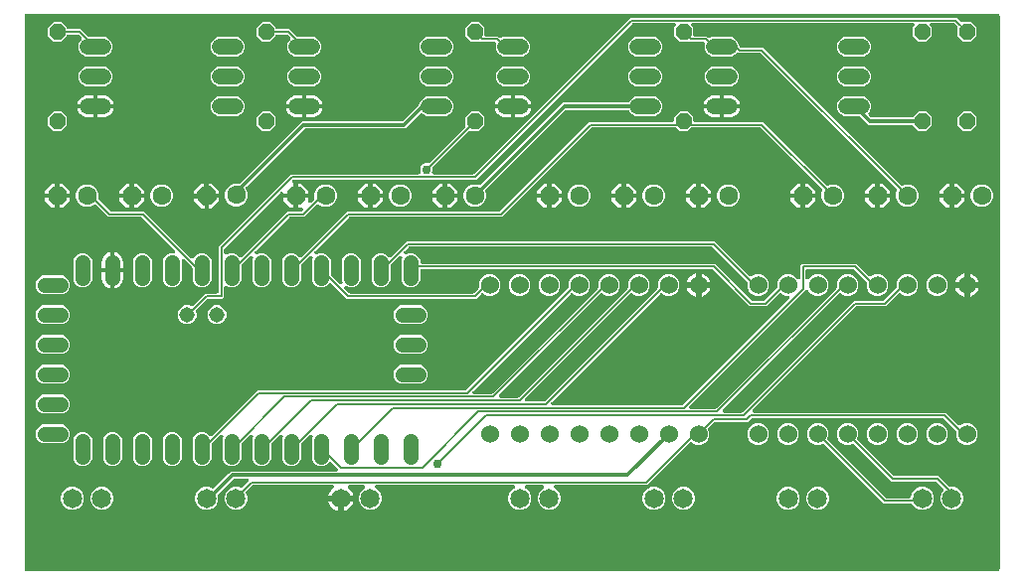
<source format=gbl>
G04 EAGLE Gerber RS-274X export*
G75*
%MOMM*%
%FSLAX34Y34*%
%LPD*%
%INBottom Copper*%
%IPPOS*%
%AMOC8*
5,1,8,0,0,1.08239X$1,22.5*%
G01*
%ADD10P,1.732040X8X202.500000*%
%ADD11C,1.600200*%
%ADD12P,1.732040X8X204.400000*%
%ADD13C,1.320800*%
%ADD14P,1.429621X8X292.500000*%
%ADD15C,1.308000*%
%ADD16C,1.308000*%
%ADD17C,1.524000*%
%ADD18P,1.429621X8X112.500000*%
%ADD19C,1.650000*%
%ADD20C,0.152400*%
%ADD21C,0.304800*%
%ADD22C,0.756400*%

G36*
X597942Y-459736D02*
X597942Y-459736D01*
X597968Y-459738D01*
X598115Y-459716D01*
X598262Y-459699D01*
X598287Y-459691D01*
X598313Y-459687D01*
X598451Y-459632D01*
X598590Y-459582D01*
X598612Y-459568D01*
X598637Y-459558D01*
X598758Y-459473D01*
X598883Y-459393D01*
X598901Y-459374D01*
X598923Y-459359D01*
X599022Y-459249D01*
X599125Y-459142D01*
X599139Y-459120D01*
X599156Y-459100D01*
X599228Y-458970D01*
X599304Y-458843D01*
X599312Y-458818D01*
X599325Y-458795D01*
X599365Y-458652D01*
X599410Y-458511D01*
X599412Y-458485D01*
X599420Y-458460D01*
X599439Y-458216D01*
X599439Y13716D01*
X599436Y13742D01*
X599438Y13768D01*
X599416Y13915D01*
X599399Y14062D01*
X599391Y14087D01*
X599387Y14113D01*
X599332Y14251D01*
X599282Y14390D01*
X599268Y14412D01*
X599258Y14437D01*
X599173Y14558D01*
X599093Y14683D01*
X599074Y14701D01*
X599059Y14723D01*
X598949Y14822D01*
X598842Y14925D01*
X598820Y14939D01*
X598800Y14956D01*
X598670Y15028D01*
X598543Y15104D01*
X598518Y15112D01*
X598495Y15125D01*
X598352Y15165D01*
X598211Y15210D01*
X598185Y15212D01*
X598160Y15220D01*
X597916Y15239D01*
X-229616Y15239D01*
X-229642Y15236D01*
X-229668Y15238D01*
X-229815Y15216D01*
X-229962Y15199D01*
X-229987Y15191D01*
X-230013Y15187D01*
X-230151Y15132D01*
X-230290Y15082D01*
X-230312Y15068D01*
X-230337Y15058D01*
X-230458Y14973D01*
X-230583Y14893D01*
X-230601Y14874D01*
X-230623Y14859D01*
X-230722Y14749D01*
X-230825Y14642D01*
X-230839Y14620D01*
X-230856Y14600D01*
X-230928Y14470D01*
X-231004Y14343D01*
X-231012Y14318D01*
X-231025Y14295D01*
X-231065Y14152D01*
X-231110Y14011D01*
X-231112Y13985D01*
X-231120Y13960D01*
X-231139Y13716D01*
X-231139Y-458216D01*
X-231136Y-458242D01*
X-231138Y-458268D01*
X-231116Y-458415D01*
X-231099Y-458562D01*
X-231091Y-458587D01*
X-231087Y-458613D01*
X-231032Y-458751D01*
X-230982Y-458890D01*
X-230968Y-458912D01*
X-230958Y-458937D01*
X-230873Y-459058D01*
X-230793Y-459183D01*
X-230774Y-459201D01*
X-230759Y-459223D01*
X-230649Y-459322D01*
X-230542Y-459425D01*
X-230520Y-459439D01*
X-230500Y-459456D01*
X-230370Y-459528D01*
X-230243Y-459604D01*
X-230218Y-459612D01*
X-230195Y-459625D01*
X-230052Y-459665D01*
X-229911Y-459710D01*
X-229885Y-459712D01*
X-229860Y-459720D01*
X-229616Y-459739D01*
X597916Y-459739D01*
X597942Y-459736D01*
G37*
%LPC*%
G36*
X-77944Y-407675D02*
X-77944Y-407675D01*
X-81537Y-406187D01*
X-84287Y-403437D01*
X-85775Y-399844D01*
X-85775Y-395956D01*
X-84287Y-392363D01*
X-81537Y-389613D01*
X-77944Y-388125D01*
X-74056Y-388125D01*
X-71129Y-389338D01*
X-71055Y-389359D01*
X-70985Y-389389D01*
X-70889Y-389406D01*
X-70794Y-389433D01*
X-70717Y-389437D01*
X-70642Y-389450D01*
X-70544Y-389445D01*
X-70446Y-389450D01*
X-70371Y-389436D01*
X-70294Y-389433D01*
X-70200Y-389405D01*
X-70103Y-389388D01*
X-70033Y-389357D01*
X-69959Y-389336D01*
X-69873Y-389288D01*
X-69783Y-389249D01*
X-69722Y-389203D01*
X-69655Y-389166D01*
X-69541Y-389069D01*
X-69504Y-389041D01*
X-69491Y-389026D01*
X-69469Y-389007D01*
X-57470Y-377008D01*
X-55238Y-374776D01*
X34490Y-374776D01*
X34590Y-374765D01*
X34690Y-374763D01*
X34762Y-374745D01*
X34836Y-374736D01*
X34931Y-374702D01*
X35028Y-374678D01*
X35094Y-374644D01*
X35164Y-374619D01*
X35249Y-374564D01*
X35338Y-374518D01*
X35395Y-374470D01*
X35457Y-374430D01*
X35527Y-374358D01*
X35603Y-374292D01*
X35648Y-374233D01*
X35699Y-374179D01*
X35751Y-374093D01*
X35810Y-374012D01*
X35840Y-373944D01*
X35878Y-373880D01*
X35909Y-373784D01*
X35948Y-373692D01*
X35962Y-373619D01*
X35984Y-373548D01*
X35992Y-373448D01*
X36010Y-373349D01*
X36006Y-373275D01*
X36012Y-373201D01*
X35997Y-373102D01*
X35992Y-373001D01*
X35972Y-372930D01*
X35961Y-372856D01*
X35923Y-372763D01*
X35896Y-372666D01*
X35859Y-372601D01*
X35832Y-372532D01*
X35775Y-372450D01*
X35725Y-372362D01*
X35660Y-372286D01*
X35633Y-372246D01*
X35606Y-372222D01*
X35567Y-372176D01*
X35367Y-371976D01*
X30340Y-366949D01*
X30320Y-366933D01*
X30303Y-366913D01*
X30183Y-366825D01*
X30067Y-366733D01*
X30044Y-366721D01*
X30022Y-366706D01*
X29886Y-366647D01*
X29752Y-366584D01*
X29726Y-366578D01*
X29702Y-366568D01*
X29556Y-366541D01*
X29411Y-366510D01*
X29385Y-366511D01*
X29359Y-366506D01*
X29211Y-366514D01*
X29063Y-366516D01*
X29038Y-366523D01*
X29011Y-366524D01*
X28869Y-366565D01*
X28725Y-366601D01*
X28702Y-366613D01*
X28677Y-366621D01*
X28547Y-366693D01*
X28415Y-366761D01*
X28395Y-366778D01*
X28372Y-366791D01*
X28186Y-366949D01*
X26158Y-368977D01*
X23194Y-370205D01*
X19986Y-370205D01*
X17022Y-368977D01*
X14753Y-366708D01*
X13525Y-363744D01*
X13525Y-347456D01*
X14358Y-345445D01*
X14372Y-345397D01*
X14393Y-345351D01*
X14420Y-345230D01*
X14454Y-345110D01*
X14456Y-345060D01*
X14467Y-345011D01*
X14465Y-344887D01*
X14471Y-344762D01*
X14462Y-344713D01*
X14461Y-344662D01*
X14430Y-344542D01*
X14408Y-344419D01*
X14388Y-344373D01*
X14376Y-344324D01*
X14319Y-344214D01*
X14269Y-344100D01*
X14239Y-344059D01*
X14216Y-344014D01*
X14136Y-343920D01*
X14061Y-343820D01*
X14023Y-343787D01*
X13990Y-343749D01*
X13890Y-343675D01*
X13795Y-343595D01*
X13751Y-343572D01*
X13710Y-343542D01*
X13596Y-343493D01*
X13485Y-343436D01*
X13436Y-343424D01*
X13390Y-343404D01*
X13268Y-343382D01*
X13147Y-343352D01*
X13097Y-343351D01*
X13047Y-343342D01*
X12923Y-343349D01*
X12798Y-343347D01*
X12749Y-343358D01*
X12699Y-343360D01*
X12579Y-343395D01*
X12458Y-343421D01*
X12413Y-343443D01*
X12364Y-343457D01*
X12256Y-343517D01*
X12143Y-343571D01*
X12104Y-343602D01*
X12060Y-343627D01*
X11874Y-343785D01*
X11871Y-343788D01*
X4701Y-350958D01*
X4622Y-351057D01*
X4538Y-351151D01*
X4514Y-351193D01*
X4484Y-351231D01*
X4430Y-351345D01*
X4369Y-351456D01*
X4356Y-351503D01*
X4335Y-351546D01*
X4309Y-351670D01*
X4274Y-351791D01*
X4269Y-351852D01*
X4262Y-351887D01*
X4263Y-351935D01*
X4255Y-352035D01*
X4255Y-363744D01*
X3027Y-366708D01*
X758Y-368977D01*
X-2206Y-370205D01*
X-5414Y-370205D01*
X-8378Y-368977D01*
X-10647Y-366708D01*
X-11875Y-363744D01*
X-11875Y-347456D01*
X-11042Y-345445D01*
X-11028Y-345397D01*
X-11007Y-345351D01*
X-10980Y-345230D01*
X-10946Y-345110D01*
X-10944Y-345060D01*
X-10933Y-345011D01*
X-10935Y-344887D01*
X-10929Y-344762D01*
X-10938Y-344713D01*
X-10939Y-344662D01*
X-10970Y-344542D01*
X-10992Y-344419D01*
X-11012Y-344373D01*
X-11024Y-344324D01*
X-11081Y-344214D01*
X-11131Y-344100D01*
X-11161Y-344059D01*
X-11184Y-344014D01*
X-11264Y-343920D01*
X-11339Y-343820D01*
X-11377Y-343787D01*
X-11410Y-343749D01*
X-11510Y-343675D01*
X-11605Y-343595D01*
X-11649Y-343572D01*
X-11690Y-343542D01*
X-11804Y-343493D01*
X-11915Y-343436D01*
X-11964Y-343424D01*
X-12010Y-343404D01*
X-12132Y-343382D01*
X-12253Y-343352D01*
X-12303Y-343351D01*
X-12353Y-343342D01*
X-12477Y-343349D01*
X-12602Y-343347D01*
X-12651Y-343358D01*
X-12701Y-343360D01*
X-12821Y-343395D01*
X-12942Y-343421D01*
X-12987Y-343443D01*
X-13036Y-343457D01*
X-13144Y-343517D01*
X-13257Y-343571D01*
X-13296Y-343602D01*
X-13340Y-343627D01*
X-13526Y-343785D01*
X-13529Y-343788D01*
X-20699Y-350958D01*
X-20778Y-351057D01*
X-20862Y-351151D01*
X-20886Y-351193D01*
X-20916Y-351231D01*
X-20970Y-351345D01*
X-21031Y-351456D01*
X-21044Y-351503D01*
X-21065Y-351546D01*
X-21091Y-351670D01*
X-21126Y-351791D01*
X-21131Y-351852D01*
X-21138Y-351887D01*
X-21137Y-351935D01*
X-21145Y-352035D01*
X-21145Y-363744D01*
X-22373Y-366708D01*
X-24642Y-368977D01*
X-27606Y-370205D01*
X-30814Y-370205D01*
X-33778Y-368977D01*
X-36047Y-366708D01*
X-37275Y-363744D01*
X-37275Y-347456D01*
X-36442Y-345445D01*
X-36428Y-345397D01*
X-36407Y-345351D01*
X-36380Y-345230D01*
X-36346Y-345110D01*
X-36344Y-345060D01*
X-36333Y-345011D01*
X-36335Y-344886D01*
X-36329Y-344762D01*
X-36338Y-344713D01*
X-36339Y-344662D01*
X-36370Y-344542D01*
X-36392Y-344419D01*
X-36412Y-344373D01*
X-36424Y-344324D01*
X-36481Y-344214D01*
X-36531Y-344100D01*
X-36561Y-344059D01*
X-36584Y-344014D01*
X-36664Y-343920D01*
X-36739Y-343820D01*
X-36777Y-343787D01*
X-36810Y-343749D01*
X-36910Y-343675D01*
X-37005Y-343595D01*
X-37049Y-343572D01*
X-37090Y-343542D01*
X-37204Y-343493D01*
X-37315Y-343436D01*
X-37364Y-343424D01*
X-37410Y-343404D01*
X-37532Y-343382D01*
X-37653Y-343352D01*
X-37703Y-343351D01*
X-37753Y-343342D01*
X-37877Y-343349D01*
X-38002Y-343347D01*
X-38051Y-343357D01*
X-38101Y-343360D01*
X-38220Y-343395D01*
X-38342Y-343421D01*
X-38388Y-343443D01*
X-38436Y-343457D01*
X-38544Y-343517D01*
X-38657Y-343571D01*
X-38696Y-343602D01*
X-38740Y-343627D01*
X-38926Y-343785D01*
X-46099Y-350958D01*
X-46178Y-351057D01*
X-46262Y-351151D01*
X-46286Y-351193D01*
X-46316Y-351231D01*
X-46370Y-351345D01*
X-46431Y-351456D01*
X-46444Y-351503D01*
X-46465Y-351546D01*
X-46491Y-351670D01*
X-46526Y-351791D01*
X-46531Y-351852D01*
X-46538Y-351887D01*
X-46537Y-351935D01*
X-46545Y-352035D01*
X-46545Y-363744D01*
X-47773Y-366708D01*
X-50042Y-368977D01*
X-53006Y-370205D01*
X-56214Y-370205D01*
X-59178Y-368977D01*
X-61447Y-366708D01*
X-62675Y-363744D01*
X-62675Y-347456D01*
X-61842Y-345445D01*
X-61828Y-345397D01*
X-61807Y-345351D01*
X-61780Y-345230D01*
X-61746Y-345110D01*
X-61744Y-345060D01*
X-61733Y-345011D01*
X-61735Y-344886D01*
X-61729Y-344762D01*
X-61738Y-344713D01*
X-61739Y-344662D01*
X-61770Y-344542D01*
X-61792Y-344419D01*
X-61812Y-344373D01*
X-61824Y-344324D01*
X-61881Y-344214D01*
X-61931Y-344100D01*
X-61961Y-344059D01*
X-61984Y-344014D01*
X-62064Y-343920D01*
X-62139Y-343820D01*
X-62177Y-343787D01*
X-62210Y-343749D01*
X-62310Y-343675D01*
X-62405Y-343595D01*
X-62449Y-343572D01*
X-62490Y-343542D01*
X-62604Y-343493D01*
X-62715Y-343436D01*
X-62764Y-343424D01*
X-62810Y-343404D01*
X-62932Y-343382D01*
X-63053Y-343352D01*
X-63103Y-343351D01*
X-63153Y-343342D01*
X-63277Y-343349D01*
X-63402Y-343347D01*
X-63451Y-343357D01*
X-63501Y-343360D01*
X-63620Y-343395D01*
X-63742Y-343421D01*
X-63788Y-343443D01*
X-63836Y-343457D01*
X-63944Y-343517D01*
X-64057Y-343571D01*
X-64096Y-343602D01*
X-64140Y-343627D01*
X-64326Y-343785D01*
X-71499Y-350958D01*
X-71578Y-351057D01*
X-71662Y-351151D01*
X-71686Y-351193D01*
X-71716Y-351231D01*
X-71770Y-351345D01*
X-71831Y-351456D01*
X-71844Y-351503D01*
X-71865Y-351546D01*
X-71891Y-351670D01*
X-71926Y-351791D01*
X-71931Y-351852D01*
X-71938Y-351887D01*
X-71937Y-351935D01*
X-71945Y-352035D01*
X-71945Y-363744D01*
X-73173Y-366708D01*
X-75442Y-368977D01*
X-78406Y-370205D01*
X-81614Y-370205D01*
X-84578Y-368977D01*
X-86847Y-366708D01*
X-88075Y-363744D01*
X-88075Y-347456D01*
X-86847Y-344492D01*
X-84578Y-342223D01*
X-81614Y-340995D01*
X-78406Y-340995D01*
X-75442Y-342223D01*
X-73414Y-344251D01*
X-73393Y-344267D01*
X-73376Y-344287D01*
X-73257Y-344375D01*
X-73141Y-344467D01*
X-73117Y-344479D01*
X-73096Y-344494D01*
X-72960Y-344553D01*
X-72826Y-344616D01*
X-72800Y-344622D01*
X-72776Y-344632D01*
X-72630Y-344659D01*
X-72485Y-344690D01*
X-72459Y-344689D01*
X-72433Y-344694D01*
X-72285Y-344686D01*
X-72137Y-344684D01*
X-72111Y-344677D01*
X-72085Y-344676D01*
X-71943Y-344635D01*
X-71799Y-344599D01*
X-71775Y-344587D01*
X-71750Y-344579D01*
X-71621Y-344507D01*
X-71489Y-344439D01*
X-71469Y-344422D01*
X-71446Y-344409D01*
X-71260Y-344251D01*
X-34483Y-307474D01*
X-32697Y-305688D01*
X144472Y-305688D01*
X144597Y-305674D01*
X144724Y-305667D01*
X144770Y-305654D01*
X144818Y-305648D01*
X144937Y-305606D01*
X145058Y-305571D01*
X145101Y-305547D01*
X145146Y-305531D01*
X145252Y-305462D01*
X145363Y-305401D01*
X145409Y-305361D01*
X145439Y-305342D01*
X145472Y-305307D01*
X145549Y-305242D01*
X231709Y-219082D01*
X231788Y-218983D01*
X231872Y-218889D01*
X231896Y-218847D01*
X231926Y-218809D01*
X231980Y-218695D01*
X232041Y-218584D01*
X232054Y-218537D01*
X232075Y-218494D01*
X232101Y-218370D01*
X232136Y-218249D01*
X232141Y-218188D01*
X232148Y-218153D01*
X232147Y-218105D01*
X232155Y-218005D01*
X232155Y-214081D01*
X233548Y-210720D01*
X236120Y-208148D01*
X239481Y-206755D01*
X243119Y-206755D01*
X246480Y-208148D01*
X249052Y-210720D01*
X250445Y-214081D01*
X250445Y-217719D01*
X249052Y-221080D01*
X246480Y-223652D01*
X243119Y-225045D01*
X239481Y-225045D01*
X236120Y-223653D01*
X235940Y-223473D01*
X235920Y-223457D01*
X235903Y-223437D01*
X235784Y-223349D01*
X235667Y-223256D01*
X235644Y-223245D01*
X235622Y-223229D01*
X235486Y-223171D01*
X235352Y-223107D01*
X235327Y-223102D01*
X235302Y-223091D01*
X235156Y-223065D01*
X235012Y-223034D01*
X234985Y-223034D01*
X234959Y-223030D01*
X234811Y-223037D01*
X234663Y-223040D01*
X234638Y-223046D01*
X234611Y-223048D01*
X234469Y-223089D01*
X234325Y-223125D01*
X234302Y-223137D01*
X234277Y-223144D01*
X234147Y-223217D01*
X234015Y-223285D01*
X233995Y-223302D01*
X233972Y-223314D01*
X233786Y-223473D01*
X150996Y-306263D01*
X150934Y-306341D01*
X150864Y-306414D01*
X150826Y-306478D01*
X150779Y-306536D01*
X150736Y-306627D01*
X150685Y-306713D01*
X150662Y-306784D01*
X150630Y-306851D01*
X150609Y-306949D01*
X150579Y-307045D01*
X150573Y-307119D01*
X150557Y-307192D01*
X150559Y-307292D01*
X150551Y-307392D01*
X150562Y-307466D01*
X150563Y-307540D01*
X150588Y-307637D01*
X150602Y-307737D01*
X150630Y-307806D01*
X150648Y-307878D01*
X150694Y-307968D01*
X150731Y-308061D01*
X150774Y-308122D01*
X150808Y-308188D01*
X150873Y-308265D01*
X150930Y-308347D01*
X150985Y-308397D01*
X151034Y-308453D01*
X151114Y-308513D01*
X151189Y-308580D01*
X151254Y-308616D01*
X151314Y-308661D01*
X151406Y-308700D01*
X151494Y-308749D01*
X151566Y-308769D01*
X151634Y-308799D01*
X151733Y-308816D01*
X151829Y-308844D01*
X151929Y-308852D01*
X151977Y-308860D01*
X152013Y-308858D01*
X152073Y-308863D01*
X166697Y-308863D01*
X166822Y-308849D01*
X166949Y-308842D01*
X166995Y-308829D01*
X167043Y-308823D01*
X167162Y-308781D01*
X167283Y-308746D01*
X167326Y-308722D01*
X167371Y-308706D01*
X167477Y-308637D01*
X167588Y-308576D01*
X167634Y-308536D01*
X167664Y-308517D01*
X167697Y-308482D01*
X167774Y-308417D01*
X257109Y-219082D01*
X257188Y-218983D01*
X257272Y-218889D01*
X257296Y-218847D01*
X257326Y-218809D01*
X257380Y-218695D01*
X257441Y-218584D01*
X257454Y-218537D01*
X257475Y-218494D01*
X257501Y-218370D01*
X257536Y-218249D01*
X257541Y-218188D01*
X257548Y-218153D01*
X257547Y-218105D01*
X257555Y-218005D01*
X257555Y-214081D01*
X258948Y-210720D01*
X261520Y-208148D01*
X264881Y-206755D01*
X268519Y-206755D01*
X271880Y-208148D01*
X274452Y-210720D01*
X275845Y-214081D01*
X275845Y-217719D01*
X274452Y-221080D01*
X271880Y-223652D01*
X268519Y-225045D01*
X264881Y-225045D01*
X261520Y-223653D01*
X261340Y-223473D01*
X261320Y-223457D01*
X261303Y-223437D01*
X261184Y-223349D01*
X261067Y-223256D01*
X261044Y-223245D01*
X261022Y-223229D01*
X260886Y-223171D01*
X260752Y-223107D01*
X260727Y-223102D01*
X260702Y-223091D01*
X260556Y-223065D01*
X260412Y-223034D01*
X260385Y-223034D01*
X260359Y-223030D01*
X260211Y-223037D01*
X260063Y-223040D01*
X260038Y-223046D01*
X260011Y-223048D01*
X259869Y-223089D01*
X259725Y-223125D01*
X259702Y-223137D01*
X259677Y-223144D01*
X259547Y-223217D01*
X259415Y-223285D01*
X259395Y-223302D01*
X259372Y-223314D01*
X259186Y-223473D01*
X173221Y-309438D01*
X173159Y-309516D01*
X173089Y-309589D01*
X173051Y-309653D01*
X173004Y-309711D01*
X172961Y-309802D01*
X172910Y-309888D01*
X172887Y-309959D01*
X172855Y-310026D01*
X172834Y-310124D01*
X172804Y-310220D01*
X172798Y-310294D01*
X172782Y-310367D01*
X172784Y-310467D01*
X172776Y-310567D01*
X172787Y-310641D01*
X172788Y-310715D01*
X172813Y-310812D01*
X172827Y-310912D01*
X172855Y-310981D01*
X172873Y-311053D01*
X172919Y-311143D01*
X172956Y-311236D01*
X172999Y-311297D01*
X173033Y-311363D01*
X173098Y-311440D01*
X173155Y-311522D01*
X173210Y-311572D01*
X173259Y-311628D01*
X173339Y-311688D01*
X173414Y-311755D01*
X173479Y-311791D01*
X173539Y-311836D01*
X173631Y-311875D01*
X173719Y-311924D01*
X173791Y-311944D01*
X173859Y-311974D01*
X173958Y-311991D01*
X174054Y-312019D01*
X174154Y-312027D01*
X174202Y-312035D01*
X174238Y-312033D01*
X174298Y-312038D01*
X188922Y-312038D01*
X189047Y-312024D01*
X189174Y-312017D01*
X189220Y-312004D01*
X189268Y-311998D01*
X189387Y-311956D01*
X189508Y-311921D01*
X189551Y-311897D01*
X189596Y-311881D01*
X189702Y-311812D01*
X189813Y-311751D01*
X189859Y-311711D01*
X189889Y-311692D01*
X189922Y-311657D01*
X189999Y-311592D01*
X282509Y-219082D01*
X282588Y-218983D01*
X282672Y-218889D01*
X282696Y-218847D01*
X282726Y-218809D01*
X282780Y-218695D01*
X282841Y-218584D01*
X282854Y-218537D01*
X282875Y-218494D01*
X282901Y-218370D01*
X282936Y-218249D01*
X282941Y-218188D01*
X282948Y-218153D01*
X282947Y-218105D01*
X282955Y-218005D01*
X282955Y-214081D01*
X284348Y-210720D01*
X286920Y-208148D01*
X290281Y-206755D01*
X293919Y-206755D01*
X297280Y-208148D01*
X299852Y-210720D01*
X301245Y-214081D01*
X301245Y-217719D01*
X299852Y-221080D01*
X297280Y-223652D01*
X293919Y-225045D01*
X290281Y-225045D01*
X286920Y-223653D01*
X286740Y-223473D01*
X286720Y-223457D01*
X286703Y-223437D01*
X286584Y-223349D01*
X286467Y-223256D01*
X286444Y-223245D01*
X286422Y-223229D01*
X286286Y-223171D01*
X286152Y-223107D01*
X286127Y-223102D01*
X286102Y-223091D01*
X285956Y-223065D01*
X285812Y-223034D01*
X285785Y-223034D01*
X285759Y-223030D01*
X285611Y-223037D01*
X285463Y-223040D01*
X285438Y-223046D01*
X285411Y-223048D01*
X285269Y-223089D01*
X285125Y-223125D01*
X285102Y-223137D01*
X285077Y-223144D01*
X284947Y-223217D01*
X284815Y-223285D01*
X284795Y-223302D01*
X284772Y-223314D01*
X284586Y-223473D01*
X195446Y-312613D01*
X195384Y-312691D01*
X195314Y-312764D01*
X195276Y-312828D01*
X195229Y-312886D01*
X195186Y-312977D01*
X195135Y-313063D01*
X195112Y-313134D01*
X195080Y-313201D01*
X195059Y-313299D01*
X195029Y-313395D01*
X195023Y-313469D01*
X195007Y-313542D01*
X195009Y-313642D01*
X195001Y-313742D01*
X195012Y-313816D01*
X195013Y-313890D01*
X195038Y-313987D01*
X195052Y-314087D01*
X195080Y-314156D01*
X195098Y-314228D01*
X195144Y-314318D01*
X195181Y-314411D01*
X195224Y-314472D01*
X195258Y-314538D01*
X195323Y-314615D01*
X195380Y-314697D01*
X195435Y-314747D01*
X195484Y-314803D01*
X195564Y-314863D01*
X195639Y-314930D01*
X195704Y-314966D01*
X195764Y-315011D01*
X195856Y-315050D01*
X195944Y-315099D01*
X196016Y-315119D01*
X196084Y-315149D01*
X196183Y-315166D01*
X196279Y-315194D01*
X196379Y-315202D01*
X196427Y-315210D01*
X196463Y-315208D01*
X196523Y-315213D01*
X211147Y-315213D01*
X211272Y-315199D01*
X211399Y-315192D01*
X211445Y-315179D01*
X211493Y-315173D01*
X211612Y-315131D01*
X211733Y-315096D01*
X211776Y-315072D01*
X211821Y-315056D01*
X211928Y-314987D01*
X212038Y-314926D01*
X212084Y-314886D01*
X212114Y-314867D01*
X212148Y-314832D01*
X212224Y-314767D01*
X307909Y-219082D01*
X307988Y-218983D01*
X308072Y-218889D01*
X308096Y-218847D01*
X308126Y-218809D01*
X308180Y-218695D01*
X308241Y-218584D01*
X308254Y-218538D01*
X308275Y-218494D01*
X308301Y-218370D01*
X308336Y-218249D01*
X308341Y-218188D01*
X308348Y-218153D01*
X308347Y-218105D01*
X308355Y-218005D01*
X308355Y-214081D01*
X309748Y-210720D01*
X312320Y-208148D01*
X315681Y-206755D01*
X319319Y-206755D01*
X322680Y-208148D01*
X325252Y-210720D01*
X326645Y-214081D01*
X326645Y-217719D01*
X325252Y-221080D01*
X322680Y-223652D01*
X319319Y-225045D01*
X315681Y-225045D01*
X312320Y-223653D01*
X312140Y-223473D01*
X312120Y-223457D01*
X312103Y-223437D01*
X311984Y-223349D01*
X311867Y-223256D01*
X311844Y-223245D01*
X311822Y-223229D01*
X311686Y-223171D01*
X311552Y-223107D01*
X311527Y-223102D01*
X311502Y-223091D01*
X311356Y-223065D01*
X311212Y-223034D01*
X311185Y-223034D01*
X311159Y-223030D01*
X311011Y-223037D01*
X310863Y-223040D01*
X310838Y-223046D01*
X310811Y-223048D01*
X310669Y-223089D01*
X310525Y-223125D01*
X310502Y-223137D01*
X310477Y-223144D01*
X310347Y-223217D01*
X310215Y-223285D01*
X310195Y-223302D01*
X310172Y-223314D01*
X309986Y-223473D01*
X217671Y-315788D01*
X217609Y-315866D01*
X217539Y-315939D01*
X217501Y-316003D01*
X217454Y-316061D01*
X217411Y-316152D01*
X217360Y-316238D01*
X217337Y-316309D01*
X217305Y-316376D01*
X217284Y-316474D01*
X217254Y-316570D01*
X217248Y-316644D01*
X217232Y-316717D01*
X217234Y-316817D01*
X217226Y-316917D01*
X217237Y-316991D01*
X217238Y-317065D01*
X217263Y-317162D01*
X217277Y-317262D01*
X217305Y-317331D01*
X217323Y-317403D01*
X217369Y-317493D01*
X217406Y-317586D01*
X217449Y-317647D01*
X217483Y-317713D01*
X217548Y-317790D01*
X217605Y-317872D01*
X217660Y-317922D01*
X217709Y-317978D01*
X217789Y-318038D01*
X217864Y-318105D01*
X217929Y-318141D01*
X217989Y-318186D01*
X218081Y-318225D01*
X218169Y-318274D01*
X218241Y-318294D01*
X218309Y-318324D01*
X218408Y-318341D01*
X218504Y-318369D01*
X218604Y-318377D01*
X218652Y-318385D01*
X218688Y-318383D01*
X218748Y-318388D01*
X328622Y-318388D01*
X328747Y-318374D01*
X328874Y-318367D01*
X328920Y-318354D01*
X328968Y-318348D01*
X329087Y-318306D01*
X329208Y-318271D01*
X329251Y-318247D01*
X329296Y-318231D01*
X329403Y-318162D01*
X329513Y-318101D01*
X329559Y-318061D01*
X329589Y-318042D01*
X329623Y-318007D01*
X329699Y-317942D01*
X419996Y-227645D01*
X420058Y-227567D01*
X420128Y-227494D01*
X420166Y-227430D01*
X420213Y-227372D01*
X420256Y-227281D01*
X420307Y-227195D01*
X420330Y-227124D01*
X420362Y-227057D01*
X420383Y-226959D01*
X420413Y-226863D01*
X420419Y-226789D01*
X420435Y-226716D01*
X420433Y-226616D01*
X420441Y-226516D01*
X420430Y-226442D01*
X420429Y-226368D01*
X420404Y-226271D01*
X420390Y-226171D01*
X420362Y-226102D01*
X420344Y-226030D01*
X420298Y-225940D01*
X420261Y-225847D01*
X420218Y-225786D01*
X420184Y-225720D01*
X420119Y-225643D01*
X420062Y-225561D01*
X420007Y-225511D01*
X419958Y-225455D01*
X419878Y-225395D01*
X419803Y-225328D01*
X419738Y-225292D01*
X419678Y-225247D01*
X419586Y-225208D01*
X419498Y-225159D01*
X419426Y-225139D01*
X419358Y-225109D01*
X419259Y-225092D01*
X419163Y-225064D01*
X419063Y-225056D01*
X419015Y-225048D01*
X418979Y-225050D01*
X418919Y-225045D01*
X417281Y-225045D01*
X413920Y-223653D01*
X413740Y-223473D01*
X413720Y-223457D01*
X413703Y-223437D01*
X413584Y-223349D01*
X413467Y-223256D01*
X413444Y-223245D01*
X413422Y-223229D01*
X413286Y-223171D01*
X413152Y-223107D01*
X413127Y-223102D01*
X413102Y-223091D01*
X412956Y-223065D01*
X412812Y-223034D01*
X412785Y-223034D01*
X412759Y-223030D01*
X412611Y-223037D01*
X412463Y-223040D01*
X412438Y-223046D01*
X412411Y-223048D01*
X412269Y-223089D01*
X412125Y-223125D01*
X412102Y-223137D01*
X412077Y-223144D01*
X411947Y-223217D01*
X411815Y-223285D01*
X411795Y-223302D01*
X411772Y-223314D01*
X411586Y-223473D01*
X400997Y-234062D01*
X386403Y-234062D01*
X355099Y-202758D01*
X355000Y-202679D01*
X354906Y-202595D01*
X354864Y-202571D01*
X354826Y-202541D01*
X354712Y-202487D01*
X354601Y-202426D01*
X354554Y-202413D01*
X354511Y-202392D01*
X354387Y-202366D01*
X354266Y-202331D01*
X354205Y-202326D01*
X354170Y-202319D01*
X354122Y-202320D01*
X354022Y-202312D01*
X107378Y-202312D01*
X107352Y-202315D01*
X107326Y-202313D01*
X107179Y-202335D01*
X107032Y-202352D01*
X107007Y-202360D01*
X106981Y-202364D01*
X106843Y-202419D01*
X106704Y-202469D01*
X106682Y-202483D01*
X106657Y-202493D01*
X106536Y-202578D01*
X106411Y-202658D01*
X106393Y-202677D01*
X106371Y-202692D01*
X106272Y-202802D01*
X106169Y-202909D01*
X106155Y-202931D01*
X106138Y-202951D01*
X106066Y-203081D01*
X105990Y-203208D01*
X105982Y-203233D01*
X105969Y-203256D01*
X105929Y-203399D01*
X105884Y-203540D01*
X105882Y-203566D01*
X105874Y-203591D01*
X105855Y-203835D01*
X105855Y-211344D01*
X104627Y-214308D01*
X102358Y-216577D01*
X99394Y-217805D01*
X96186Y-217805D01*
X93222Y-216577D01*
X90953Y-214308D01*
X89725Y-211344D01*
X89725Y-195056D01*
X90558Y-193045D01*
X90572Y-192997D01*
X90593Y-192951D01*
X90620Y-192830D01*
X90654Y-192710D01*
X90656Y-192660D01*
X90667Y-192611D01*
X90665Y-192486D01*
X90671Y-192362D01*
X90662Y-192313D01*
X90661Y-192262D01*
X90630Y-192142D01*
X90608Y-192019D01*
X90588Y-191973D01*
X90576Y-191924D01*
X90519Y-191814D01*
X90469Y-191700D01*
X90439Y-191659D01*
X90416Y-191614D01*
X90336Y-191520D01*
X90261Y-191420D01*
X90223Y-191387D01*
X90190Y-191349D01*
X90090Y-191275D01*
X89995Y-191195D01*
X89951Y-191172D01*
X89910Y-191142D01*
X89796Y-191093D01*
X89685Y-191036D01*
X89636Y-191024D01*
X89590Y-191004D01*
X89468Y-190982D01*
X89347Y-190952D01*
X89297Y-190951D01*
X89247Y-190942D01*
X89123Y-190949D01*
X88998Y-190947D01*
X88949Y-190957D01*
X88899Y-190960D01*
X88780Y-190995D01*
X88658Y-191021D01*
X88612Y-191043D01*
X88564Y-191057D01*
X88456Y-191117D01*
X88343Y-191171D01*
X88304Y-191202D01*
X88260Y-191227D01*
X88074Y-191385D01*
X80901Y-198558D01*
X80822Y-198657D01*
X80738Y-198751D01*
X80714Y-198793D01*
X80684Y-198831D01*
X80630Y-198945D01*
X80569Y-199056D01*
X80556Y-199103D01*
X80535Y-199146D01*
X80509Y-199270D01*
X80474Y-199391D01*
X80469Y-199452D01*
X80462Y-199487D01*
X80463Y-199535D01*
X80455Y-199635D01*
X80455Y-211344D01*
X79227Y-214308D01*
X76958Y-216577D01*
X73994Y-217805D01*
X70786Y-217805D01*
X67822Y-216577D01*
X65553Y-214308D01*
X64325Y-211344D01*
X64325Y-195056D01*
X65553Y-192092D01*
X67822Y-189823D01*
X70786Y-188595D01*
X73994Y-188595D01*
X76958Y-189823D01*
X78986Y-191851D01*
X79007Y-191867D01*
X79024Y-191887D01*
X79143Y-191975D01*
X79259Y-192067D01*
X79283Y-192079D01*
X79304Y-192094D01*
X79440Y-192153D01*
X79574Y-192216D01*
X79600Y-192222D01*
X79624Y-192232D01*
X79770Y-192259D01*
X79915Y-192290D01*
X79941Y-192289D01*
X79967Y-192294D01*
X80115Y-192286D01*
X80263Y-192284D01*
X80289Y-192277D01*
X80315Y-192276D01*
X80457Y-192235D01*
X80601Y-192199D01*
X80625Y-192187D01*
X80650Y-192179D01*
X80779Y-192107D01*
X80911Y-192039D01*
X80931Y-192022D01*
X80954Y-192009D01*
X81140Y-191851D01*
X94303Y-178688D01*
X356547Y-178688D01*
X386186Y-208327D01*
X386207Y-208343D01*
X386224Y-208363D01*
X386343Y-208452D01*
X386459Y-208544D01*
X386483Y-208555D01*
X386504Y-208571D01*
X386640Y-208629D01*
X386774Y-208693D01*
X386800Y-208698D01*
X386824Y-208709D01*
X386970Y-208735D01*
X387115Y-208766D01*
X387141Y-208766D01*
X387167Y-208770D01*
X387316Y-208763D01*
X387463Y-208760D01*
X387489Y-208754D01*
X387515Y-208752D01*
X387657Y-208711D01*
X387801Y-208675D01*
X387825Y-208663D01*
X387850Y-208656D01*
X387979Y-208584D01*
X388111Y-208515D01*
X388131Y-208498D01*
X388154Y-208486D01*
X388340Y-208327D01*
X388520Y-208147D01*
X391881Y-206755D01*
X395519Y-206755D01*
X398880Y-208148D01*
X401452Y-210720D01*
X402845Y-214081D01*
X402845Y-217719D01*
X401452Y-221080D01*
X398880Y-223652D01*
X395519Y-225045D01*
X391881Y-225045D01*
X388520Y-223652D01*
X385948Y-221080D01*
X384555Y-217719D01*
X384555Y-213795D01*
X384541Y-213670D01*
X384534Y-213543D01*
X384521Y-213497D01*
X384515Y-213449D01*
X384473Y-213330D01*
X384438Y-213209D01*
X384414Y-213166D01*
X384398Y-213121D01*
X384329Y-213015D01*
X384268Y-212904D01*
X384228Y-212858D01*
X384209Y-212828D01*
X384174Y-212795D01*
X384109Y-212718D01*
X355099Y-183708D01*
X355000Y-183629D01*
X354906Y-183545D01*
X354864Y-183521D01*
X354826Y-183491D01*
X354712Y-183437D01*
X354601Y-183376D01*
X354554Y-183363D01*
X354511Y-183342D01*
X354387Y-183316D01*
X354266Y-183281D01*
X354205Y-183276D01*
X354170Y-183269D01*
X354122Y-183270D01*
X354022Y-183262D01*
X96828Y-183262D01*
X96703Y-183276D01*
X96576Y-183283D01*
X96530Y-183296D01*
X96482Y-183302D01*
X96363Y-183344D01*
X96242Y-183379D01*
X96199Y-183403D01*
X96154Y-183419D01*
X96047Y-183488D01*
X95937Y-183549D01*
X95891Y-183589D01*
X95861Y-183608D01*
X95827Y-183643D01*
X95751Y-183708D01*
X92515Y-186944D01*
X92484Y-186983D01*
X92447Y-187017D01*
X92376Y-187119D01*
X92299Y-187217D01*
X92277Y-187262D01*
X92248Y-187304D01*
X92203Y-187419D01*
X92150Y-187532D01*
X92139Y-187581D01*
X92121Y-187628D01*
X92103Y-187751D01*
X92076Y-187872D01*
X92077Y-187923D01*
X92070Y-187973D01*
X92080Y-188097D01*
X92082Y-188221D01*
X92095Y-188270D01*
X92099Y-188320D01*
X92137Y-188438D01*
X92167Y-188559D01*
X92190Y-188604D01*
X92206Y-188652D01*
X92270Y-188758D01*
X92327Y-188869D01*
X92360Y-188907D01*
X92386Y-188950D01*
X92472Y-189039D01*
X92553Y-189134D01*
X92593Y-189164D01*
X92628Y-189200D01*
X92733Y-189267D01*
X92833Y-189341D01*
X92879Y-189361D01*
X92922Y-189388D01*
X93039Y-189430D01*
X93153Y-189479D01*
X93203Y-189488D01*
X93250Y-189505D01*
X93374Y-189519D01*
X93496Y-189541D01*
X93546Y-189538D01*
X93596Y-189544D01*
X93720Y-189529D01*
X93844Y-189523D01*
X93893Y-189509D01*
X93943Y-189503D01*
X94175Y-189428D01*
X96186Y-188595D01*
X99394Y-188595D01*
X102358Y-189823D01*
X104627Y-192092D01*
X105855Y-195056D01*
X105855Y-196215D01*
X105858Y-196241D01*
X105856Y-196267D01*
X105878Y-196414D01*
X105895Y-196561D01*
X105903Y-196586D01*
X105907Y-196612D01*
X105962Y-196750D01*
X106012Y-196889D01*
X106026Y-196911D01*
X106036Y-196936D01*
X106121Y-197057D01*
X106201Y-197182D01*
X106220Y-197200D01*
X106235Y-197222D01*
X106345Y-197321D01*
X106452Y-197424D01*
X106474Y-197438D01*
X106494Y-197455D01*
X106624Y-197527D01*
X106751Y-197603D01*
X106776Y-197611D01*
X106799Y-197624D01*
X106942Y-197664D01*
X107083Y-197709D01*
X107109Y-197711D01*
X107134Y-197719D01*
X107378Y-197738D01*
X356547Y-197738D01*
X387851Y-229042D01*
X387950Y-229121D01*
X388044Y-229205D01*
X388086Y-229229D01*
X388124Y-229259D01*
X388238Y-229313D01*
X388349Y-229374D01*
X388396Y-229387D01*
X388439Y-229408D01*
X388563Y-229434D01*
X388684Y-229469D01*
X388745Y-229474D01*
X388780Y-229481D01*
X388828Y-229480D01*
X388928Y-229488D01*
X398472Y-229488D01*
X398597Y-229474D01*
X398724Y-229467D01*
X398770Y-229454D01*
X398818Y-229448D01*
X398937Y-229406D01*
X399058Y-229371D01*
X399101Y-229347D01*
X399146Y-229331D01*
X399252Y-229262D01*
X399363Y-229201D01*
X399409Y-229161D01*
X399439Y-229142D01*
X399472Y-229107D01*
X399549Y-229042D01*
X409509Y-219082D01*
X409588Y-218983D01*
X409672Y-218889D01*
X409696Y-218847D01*
X409726Y-218809D01*
X409780Y-218695D01*
X409841Y-218584D01*
X409854Y-218537D01*
X409875Y-218494D01*
X409901Y-218370D01*
X409936Y-218249D01*
X409941Y-218188D01*
X409948Y-218153D01*
X409947Y-218105D01*
X409955Y-218005D01*
X409955Y-214081D01*
X411348Y-210720D01*
X413920Y-208148D01*
X417281Y-206755D01*
X420919Y-206755D01*
X424280Y-208147D01*
X426913Y-210780D01*
X426991Y-210843D01*
X427064Y-210913D01*
X427128Y-210951D01*
X427186Y-210997D01*
X427277Y-211040D01*
X427363Y-211091D01*
X427434Y-211114D01*
X427501Y-211146D01*
X427599Y-211167D01*
X427695Y-211198D01*
X427769Y-211204D01*
X427842Y-211219D01*
X427942Y-211218D01*
X428042Y-211226D01*
X428116Y-211215D01*
X428190Y-211213D01*
X428287Y-211189D01*
X428387Y-211174D01*
X428456Y-211146D01*
X428528Y-211128D01*
X428617Y-211082D01*
X428711Y-211045D01*
X428772Y-211003D01*
X428838Y-210969D01*
X428914Y-210904D01*
X428997Y-210846D01*
X429047Y-210791D01*
X429103Y-210743D01*
X429163Y-210662D01*
X429230Y-210587D01*
X429266Y-210522D01*
X429311Y-210463D01*
X429350Y-210370D01*
X429399Y-210282D01*
X429419Y-210211D01*
X429449Y-210143D01*
X429466Y-210044D01*
X429494Y-209947D01*
X429502Y-209847D01*
X429510Y-209799D01*
X429508Y-209764D01*
X429513Y-209703D01*
X429513Y-199078D01*
X430853Y-197738D01*
X477197Y-197738D01*
X487786Y-208327D01*
X487807Y-208343D01*
X487824Y-208363D01*
X487943Y-208452D01*
X488059Y-208544D01*
X488083Y-208555D01*
X488104Y-208571D01*
X488240Y-208629D01*
X488374Y-208693D01*
X488400Y-208698D01*
X488424Y-208709D01*
X488570Y-208735D01*
X488715Y-208766D01*
X488741Y-208766D01*
X488767Y-208770D01*
X488916Y-208763D01*
X489063Y-208760D01*
X489089Y-208754D01*
X489115Y-208752D01*
X489257Y-208711D01*
X489401Y-208675D01*
X489425Y-208663D01*
X489450Y-208656D01*
X489579Y-208584D01*
X489711Y-208515D01*
X489731Y-208498D01*
X489754Y-208486D01*
X489940Y-208327D01*
X490120Y-208147D01*
X493481Y-206755D01*
X497119Y-206755D01*
X500480Y-208148D01*
X503052Y-210720D01*
X504445Y-214081D01*
X504445Y-217719D01*
X503052Y-221080D01*
X500480Y-223652D01*
X497119Y-225045D01*
X493481Y-225045D01*
X490120Y-223652D01*
X487548Y-221080D01*
X486155Y-217719D01*
X486155Y-213795D01*
X486141Y-213670D01*
X486134Y-213543D01*
X486121Y-213497D01*
X486115Y-213449D01*
X486073Y-213330D01*
X486038Y-213208D01*
X486014Y-213166D01*
X485998Y-213121D01*
X485929Y-213015D01*
X485868Y-212904D01*
X485828Y-212858D01*
X485809Y-212828D01*
X485774Y-212794D01*
X485709Y-212718D01*
X475749Y-202758D01*
X475650Y-202679D01*
X475556Y-202595D01*
X475514Y-202571D01*
X475476Y-202541D01*
X475362Y-202487D01*
X475251Y-202426D01*
X475204Y-202413D01*
X475161Y-202392D01*
X475037Y-202366D01*
X474916Y-202331D01*
X474855Y-202326D01*
X474820Y-202319D01*
X474772Y-202320D01*
X474672Y-202312D01*
X435610Y-202312D01*
X435584Y-202315D01*
X435558Y-202313D01*
X435411Y-202335D01*
X435264Y-202352D01*
X435239Y-202360D01*
X435213Y-202364D01*
X435075Y-202419D01*
X434936Y-202469D01*
X434914Y-202483D01*
X434889Y-202493D01*
X434768Y-202578D01*
X434643Y-202658D01*
X434625Y-202677D01*
X434603Y-202692D01*
X434504Y-202802D01*
X434401Y-202909D01*
X434387Y-202931D01*
X434370Y-202951D01*
X434298Y-203081D01*
X434222Y-203208D01*
X434214Y-203233D01*
X434201Y-203256D01*
X434161Y-203399D01*
X434116Y-203540D01*
X434114Y-203566D01*
X434106Y-203591D01*
X434087Y-203835D01*
X434087Y-209703D01*
X434098Y-209803D01*
X434100Y-209903D01*
X434118Y-209976D01*
X434127Y-210049D01*
X434160Y-210144D01*
X434185Y-210241D01*
X434219Y-210308D01*
X434244Y-210378D01*
X434299Y-210462D01*
X434345Y-210551D01*
X434393Y-210608D01*
X434433Y-210670D01*
X434505Y-210740D01*
X434570Y-210817D01*
X434630Y-210861D01*
X434684Y-210913D01*
X434770Y-210964D01*
X434851Y-211024D01*
X434919Y-211053D01*
X434983Y-211091D01*
X435079Y-211122D01*
X435171Y-211162D01*
X435244Y-211175D01*
X435315Y-211198D01*
X435415Y-211206D01*
X435514Y-211223D01*
X435588Y-211220D01*
X435662Y-211226D01*
X435762Y-211211D01*
X435862Y-211206D01*
X435933Y-211185D01*
X436007Y-211174D01*
X436100Y-211137D01*
X436197Y-211109D01*
X436262Y-211073D01*
X436331Y-211045D01*
X436413Y-210988D01*
X436501Y-210939D01*
X436577Y-210874D01*
X436617Y-210846D01*
X436641Y-210820D01*
X436687Y-210780D01*
X439320Y-208147D01*
X442681Y-206755D01*
X446319Y-206755D01*
X449680Y-208148D01*
X452252Y-210720D01*
X453645Y-214081D01*
X453645Y-217719D01*
X452252Y-221080D01*
X449680Y-223652D01*
X446319Y-225045D01*
X442681Y-225045D01*
X439320Y-223652D01*
X436747Y-221080D01*
X436531Y-220557D01*
X436458Y-220425D01*
X436389Y-220292D01*
X436373Y-220273D01*
X436361Y-220252D01*
X436260Y-220141D01*
X436163Y-220026D01*
X436144Y-220012D01*
X436127Y-219994D01*
X436004Y-219909D01*
X435883Y-219819D01*
X435860Y-219810D01*
X435841Y-219796D01*
X435701Y-219741D01*
X435563Y-219681D01*
X435539Y-219677D01*
X435516Y-219668D01*
X435368Y-219646D01*
X435220Y-219619D01*
X435196Y-219621D01*
X435172Y-219617D01*
X435021Y-219630D01*
X434872Y-219637D01*
X434848Y-219644D01*
X434824Y-219646D01*
X434681Y-219692D01*
X434537Y-219734D01*
X434516Y-219746D01*
X434493Y-219753D01*
X434364Y-219830D01*
X434233Y-219904D01*
X434210Y-219923D01*
X434194Y-219933D01*
X434160Y-219966D01*
X434046Y-220063D01*
X432301Y-221808D01*
X335146Y-318963D01*
X335084Y-319041D01*
X335014Y-319114D01*
X334976Y-319178D01*
X334929Y-319236D01*
X334886Y-319327D01*
X334835Y-319413D01*
X334812Y-319484D01*
X334780Y-319551D01*
X334759Y-319649D01*
X334729Y-319745D01*
X334723Y-319819D01*
X334707Y-319892D01*
X334709Y-319992D01*
X334701Y-320092D01*
X334712Y-320166D01*
X334713Y-320240D01*
X334738Y-320337D01*
X334752Y-320437D01*
X334780Y-320506D01*
X334798Y-320578D01*
X334844Y-320668D01*
X334881Y-320761D01*
X334924Y-320822D01*
X334958Y-320888D01*
X335023Y-320965D01*
X335080Y-321047D01*
X335135Y-321097D01*
X335184Y-321153D01*
X335264Y-321213D01*
X335339Y-321280D01*
X335404Y-321316D01*
X335464Y-321361D01*
X335556Y-321400D01*
X335644Y-321449D01*
X335716Y-321469D01*
X335784Y-321499D01*
X335883Y-321516D01*
X335979Y-321544D01*
X336079Y-321552D01*
X336127Y-321560D01*
X336163Y-321558D01*
X336223Y-321563D01*
X357197Y-321563D01*
X357322Y-321549D01*
X357449Y-321542D01*
X357495Y-321529D01*
X357543Y-321523D01*
X357662Y-321481D01*
X357783Y-321446D01*
X357826Y-321422D01*
X357871Y-321406D01*
X357978Y-321337D01*
X358088Y-321276D01*
X358134Y-321236D01*
X358164Y-321217D01*
X358198Y-321182D01*
X358274Y-321117D01*
X460309Y-219082D01*
X460388Y-218983D01*
X460472Y-218889D01*
X460496Y-218847D01*
X460526Y-218809D01*
X460580Y-218695D01*
X460641Y-218584D01*
X460654Y-218538D01*
X460675Y-218494D01*
X460701Y-218370D01*
X460736Y-218249D01*
X460741Y-218188D01*
X460748Y-218153D01*
X460747Y-218105D01*
X460755Y-218005D01*
X460755Y-214081D01*
X462148Y-210720D01*
X464720Y-208148D01*
X468081Y-206755D01*
X471719Y-206755D01*
X475080Y-208148D01*
X477652Y-210720D01*
X479045Y-214081D01*
X479045Y-217719D01*
X477652Y-221080D01*
X475080Y-223652D01*
X471719Y-225045D01*
X468081Y-225045D01*
X464720Y-223653D01*
X464540Y-223473D01*
X464520Y-223457D01*
X464503Y-223437D01*
X464384Y-223349D01*
X464267Y-223256D01*
X464244Y-223245D01*
X464222Y-223229D01*
X464086Y-223171D01*
X463952Y-223107D01*
X463927Y-223102D01*
X463902Y-223091D01*
X463756Y-223065D01*
X463612Y-223034D01*
X463585Y-223034D01*
X463559Y-223030D01*
X463411Y-223037D01*
X463263Y-223040D01*
X463238Y-223046D01*
X463211Y-223048D01*
X463069Y-223089D01*
X462925Y-223125D01*
X462902Y-223137D01*
X462877Y-223144D01*
X462747Y-223217D01*
X462615Y-223285D01*
X462595Y-223302D01*
X462572Y-223314D01*
X462386Y-223473D01*
X363721Y-322138D01*
X363659Y-322216D01*
X363589Y-322289D01*
X363551Y-322353D01*
X363504Y-322411D01*
X363461Y-322502D01*
X363410Y-322588D01*
X363387Y-322659D01*
X363355Y-322726D01*
X363334Y-322824D01*
X363304Y-322920D01*
X363298Y-322994D01*
X363282Y-323067D01*
X363284Y-323167D01*
X363276Y-323267D01*
X363287Y-323341D01*
X363288Y-323415D01*
X363313Y-323512D01*
X363327Y-323612D01*
X363355Y-323681D01*
X363373Y-323753D01*
X363419Y-323843D01*
X363456Y-323936D01*
X363499Y-323997D01*
X363533Y-324063D01*
X363598Y-324140D01*
X363655Y-324222D01*
X363710Y-324272D01*
X363759Y-324328D01*
X363839Y-324388D01*
X363914Y-324455D01*
X363979Y-324491D01*
X364039Y-324536D01*
X364131Y-324575D01*
X364219Y-324624D01*
X364291Y-324644D01*
X364359Y-324674D01*
X364458Y-324691D01*
X364554Y-324719D01*
X364654Y-324727D01*
X364702Y-324735D01*
X364738Y-324733D01*
X364798Y-324738D01*
X379422Y-324738D01*
X379547Y-324724D01*
X379674Y-324717D01*
X379720Y-324704D01*
X379768Y-324698D01*
X379887Y-324656D01*
X380008Y-324621D01*
X380051Y-324597D01*
X380096Y-324581D01*
X380202Y-324512D01*
X380313Y-324451D01*
X380359Y-324411D01*
X380389Y-324392D01*
X380422Y-324357D01*
X380499Y-324292D01*
X475303Y-229488D01*
X500072Y-229488D01*
X500197Y-229474D01*
X500324Y-229467D01*
X500370Y-229454D01*
X500418Y-229448D01*
X500537Y-229406D01*
X500658Y-229371D01*
X500701Y-229347D01*
X500746Y-229331D01*
X500853Y-229262D01*
X500963Y-229201D01*
X501009Y-229161D01*
X501039Y-229142D01*
X501073Y-229107D01*
X501149Y-229042D01*
X511109Y-219082D01*
X511188Y-218983D01*
X511272Y-218889D01*
X511296Y-218847D01*
X511326Y-218809D01*
X511380Y-218695D01*
X511441Y-218584D01*
X511454Y-218538D01*
X511475Y-218494D01*
X511501Y-218370D01*
X511536Y-218249D01*
X511541Y-218188D01*
X511548Y-218153D01*
X511547Y-218105D01*
X511555Y-218005D01*
X511555Y-214081D01*
X512948Y-210720D01*
X515520Y-208148D01*
X518881Y-206755D01*
X522519Y-206755D01*
X525880Y-208148D01*
X528452Y-210720D01*
X529845Y-214081D01*
X529845Y-217719D01*
X528452Y-221080D01*
X525880Y-223652D01*
X522519Y-225045D01*
X518881Y-225045D01*
X515520Y-223653D01*
X515340Y-223473D01*
X515320Y-223457D01*
X515303Y-223437D01*
X515184Y-223349D01*
X515067Y-223256D01*
X515044Y-223245D01*
X515022Y-223229D01*
X514886Y-223171D01*
X514752Y-223107D01*
X514727Y-223102D01*
X514702Y-223091D01*
X514556Y-223065D01*
X514412Y-223034D01*
X514385Y-223034D01*
X514359Y-223030D01*
X514211Y-223037D01*
X514063Y-223040D01*
X514038Y-223046D01*
X514011Y-223048D01*
X513869Y-223089D01*
X513725Y-223125D01*
X513702Y-223137D01*
X513677Y-223144D01*
X513547Y-223217D01*
X513415Y-223285D01*
X513395Y-223302D01*
X513372Y-223314D01*
X513186Y-223473D01*
X502597Y-234062D01*
X477828Y-234062D01*
X477703Y-234076D01*
X477576Y-234083D01*
X477530Y-234096D01*
X477482Y-234102D01*
X477363Y-234144D01*
X477242Y-234179D01*
X477199Y-234203D01*
X477154Y-234219D01*
X477047Y-234288D01*
X476937Y-234349D01*
X476891Y-234389D01*
X476861Y-234408D01*
X476827Y-234443D01*
X476751Y-234508D01*
X389121Y-322138D01*
X389059Y-322216D01*
X388989Y-322289D01*
X388951Y-322353D01*
X388904Y-322411D01*
X388861Y-322502D01*
X388810Y-322588D01*
X388787Y-322659D01*
X388755Y-322726D01*
X388734Y-322824D01*
X388704Y-322920D01*
X388698Y-322994D01*
X388682Y-323067D01*
X388684Y-323167D01*
X388676Y-323267D01*
X388687Y-323341D01*
X388688Y-323415D01*
X388713Y-323512D01*
X388727Y-323612D01*
X388755Y-323681D01*
X388773Y-323753D01*
X388819Y-323843D01*
X388856Y-323936D01*
X388899Y-323997D01*
X388933Y-324063D01*
X388998Y-324140D01*
X389055Y-324222D01*
X389110Y-324272D01*
X389159Y-324328D01*
X389239Y-324388D01*
X389314Y-324455D01*
X389379Y-324491D01*
X389439Y-324536D01*
X389531Y-324575D01*
X389619Y-324624D01*
X389691Y-324644D01*
X389759Y-324674D01*
X389858Y-324691D01*
X389954Y-324719D01*
X390054Y-324727D01*
X390102Y-324735D01*
X390138Y-324733D01*
X390198Y-324738D01*
X553397Y-324738D01*
X563986Y-335327D01*
X564007Y-335343D01*
X564024Y-335363D01*
X564143Y-335452D01*
X564259Y-335544D01*
X564283Y-335555D01*
X564304Y-335571D01*
X564440Y-335629D01*
X564574Y-335693D01*
X564600Y-335698D01*
X564624Y-335709D01*
X564770Y-335735D01*
X564915Y-335766D01*
X564941Y-335766D01*
X564967Y-335770D01*
X565116Y-335763D01*
X565263Y-335760D01*
X565289Y-335754D01*
X565315Y-335752D01*
X565457Y-335711D01*
X565601Y-335675D01*
X565625Y-335663D01*
X565650Y-335656D01*
X565779Y-335584D01*
X565911Y-335515D01*
X565931Y-335498D01*
X565954Y-335486D01*
X566140Y-335327D01*
X566320Y-335147D01*
X569681Y-333755D01*
X573319Y-333755D01*
X576680Y-335148D01*
X579252Y-337720D01*
X580645Y-341081D01*
X580645Y-344719D01*
X579252Y-348080D01*
X576680Y-350652D01*
X573319Y-352045D01*
X569681Y-352045D01*
X566320Y-350652D01*
X563748Y-348080D01*
X562355Y-344719D01*
X562355Y-340795D01*
X562341Y-340670D01*
X562334Y-340543D01*
X562321Y-340497D01*
X562315Y-340449D01*
X562273Y-340330D01*
X562238Y-340209D01*
X562214Y-340166D01*
X562198Y-340121D01*
X562129Y-340015D01*
X562068Y-339904D01*
X562028Y-339858D01*
X562009Y-339828D01*
X561974Y-339795D01*
X561909Y-339718D01*
X551949Y-329758D01*
X551850Y-329679D01*
X551756Y-329595D01*
X551714Y-329571D01*
X551676Y-329541D01*
X551562Y-329487D01*
X551451Y-329426D01*
X551404Y-329413D01*
X551361Y-329392D01*
X551237Y-329366D01*
X551116Y-329331D01*
X551055Y-329326D01*
X551020Y-329319D01*
X550972Y-329320D01*
X550872Y-329312D01*
X388928Y-329312D01*
X388803Y-329326D01*
X388676Y-329333D01*
X388630Y-329346D01*
X388582Y-329352D01*
X388463Y-329394D01*
X388342Y-329429D01*
X388299Y-329453D01*
X388254Y-329469D01*
X388148Y-329538D01*
X388037Y-329599D01*
X387991Y-329639D01*
X387961Y-329658D01*
X387928Y-329693D01*
X387851Y-329758D01*
X385122Y-332487D01*
X357178Y-332487D01*
X357053Y-332501D01*
X356926Y-332508D01*
X356880Y-332521D01*
X356832Y-332527D01*
X356713Y-332569D01*
X356592Y-332604D01*
X356549Y-332628D01*
X356504Y-332644D01*
X356398Y-332713D01*
X356287Y-332774D01*
X356241Y-332814D01*
X356211Y-332833D01*
X356178Y-332868D01*
X356101Y-332933D01*
X351566Y-337468D01*
X351518Y-337528D01*
X351464Y-337581D01*
X351411Y-337664D01*
X351349Y-337741D01*
X351317Y-337810D01*
X351275Y-337874D01*
X351242Y-337967D01*
X351200Y-338056D01*
X351184Y-338131D01*
X351159Y-338203D01*
X351148Y-338301D01*
X351127Y-338397D01*
X351128Y-338473D01*
X351120Y-338549D01*
X351131Y-338647D01*
X351133Y-338745D01*
X351152Y-338819D01*
X351161Y-338895D01*
X351207Y-339037D01*
X351218Y-339083D01*
X351227Y-339100D01*
X351236Y-339128D01*
X352045Y-341081D01*
X352045Y-344719D01*
X350652Y-348080D01*
X348080Y-350652D01*
X344719Y-352045D01*
X341081Y-352045D01*
X337720Y-350653D01*
X337540Y-350473D01*
X337520Y-350457D01*
X337503Y-350437D01*
X337399Y-350360D01*
X337386Y-350348D01*
X337377Y-350343D01*
X337267Y-350256D01*
X337244Y-350245D01*
X337222Y-350229D01*
X337086Y-350171D01*
X336952Y-350107D01*
X336927Y-350102D01*
X336902Y-350091D01*
X336756Y-350065D01*
X336612Y-350034D01*
X336585Y-350034D01*
X336559Y-350030D01*
X336411Y-350037D01*
X336263Y-350040D01*
X336238Y-350046D01*
X336211Y-350048D01*
X336069Y-350089D01*
X335925Y-350125D01*
X335902Y-350137D01*
X335877Y-350144D01*
X335747Y-350217D01*
X335615Y-350285D01*
X335595Y-350302D01*
X335572Y-350314D01*
X335460Y-350410D01*
X335458Y-350412D01*
X335455Y-350414D01*
X335386Y-350473D01*
X299397Y-386462D01*
X221286Y-386462D01*
X221236Y-386467D01*
X221186Y-386465D01*
X221063Y-386487D01*
X220940Y-386502D01*
X220892Y-386519D01*
X220843Y-386528D01*
X220729Y-386577D01*
X220612Y-386619D01*
X220569Y-386646D01*
X220523Y-386667D01*
X220424Y-386741D01*
X220319Y-386808D01*
X220284Y-386844D01*
X220244Y-386874D01*
X220163Y-386969D01*
X220077Y-387059D01*
X220051Y-387102D01*
X220018Y-387140D01*
X219962Y-387251D01*
X219898Y-387358D01*
X219883Y-387406D01*
X219860Y-387451D01*
X219830Y-387571D01*
X219792Y-387690D01*
X219788Y-387740D01*
X219776Y-387789D01*
X219774Y-387913D01*
X219764Y-388037D01*
X219771Y-388087D01*
X219770Y-388137D01*
X219797Y-388259D01*
X219815Y-388382D01*
X219834Y-388429D01*
X219845Y-388478D01*
X219898Y-388590D01*
X219944Y-388706D01*
X219973Y-388747D01*
X219995Y-388793D01*
X220072Y-388890D01*
X220143Y-388992D01*
X220180Y-389026D01*
X220212Y-389065D01*
X220310Y-389142D01*
X220402Y-389225D01*
X220446Y-389250D01*
X220485Y-389281D01*
X220703Y-389392D01*
X221237Y-389613D01*
X223987Y-392363D01*
X225475Y-395956D01*
X225475Y-399844D01*
X223987Y-403437D01*
X221237Y-406187D01*
X217644Y-407675D01*
X213756Y-407675D01*
X210163Y-406187D01*
X207413Y-403437D01*
X205925Y-399844D01*
X205925Y-395956D01*
X207413Y-392363D01*
X210163Y-389613D01*
X210697Y-389392D01*
X210741Y-389368D01*
X210788Y-389351D01*
X210893Y-389283D01*
X211001Y-389223D01*
X211039Y-389189D01*
X211081Y-389162D01*
X211167Y-389072D01*
X211260Y-388989D01*
X211288Y-388947D01*
X211323Y-388911D01*
X211387Y-388804D01*
X211458Y-388702D01*
X211476Y-388655D01*
X211502Y-388612D01*
X211540Y-388494D01*
X211586Y-388378D01*
X211593Y-388328D01*
X211608Y-388280D01*
X211618Y-388156D01*
X211636Y-388033D01*
X211632Y-387983D01*
X211636Y-387933D01*
X211618Y-387810D01*
X211608Y-387686D01*
X211592Y-387638D01*
X211585Y-387588D01*
X211539Y-387472D01*
X211500Y-387354D01*
X211474Y-387311D01*
X211456Y-387264D01*
X211385Y-387162D01*
X211321Y-387056D01*
X211286Y-387019D01*
X211257Y-386978D01*
X211165Y-386895D01*
X211078Y-386806D01*
X211036Y-386778D01*
X210998Y-386745D01*
X210889Y-386684D01*
X210785Y-386617D01*
X210737Y-386601D01*
X210693Y-386576D01*
X210573Y-386542D01*
X210456Y-386501D01*
X210406Y-386495D01*
X210358Y-386481D01*
X210114Y-386462D01*
X196286Y-386462D01*
X196236Y-386467D01*
X196186Y-386465D01*
X196063Y-386487D01*
X195940Y-386502D01*
X195892Y-386519D01*
X195843Y-386528D01*
X195729Y-386577D01*
X195612Y-386619D01*
X195569Y-386646D01*
X195523Y-386667D01*
X195424Y-386741D01*
X195319Y-386808D01*
X195284Y-386844D01*
X195244Y-386874D01*
X195163Y-386969D01*
X195077Y-387059D01*
X195051Y-387102D01*
X195018Y-387140D01*
X194962Y-387251D01*
X194898Y-387358D01*
X194883Y-387406D01*
X194860Y-387451D01*
X194830Y-387571D01*
X194792Y-387690D01*
X194788Y-387740D01*
X194776Y-387789D01*
X194774Y-387913D01*
X194764Y-388037D01*
X194771Y-388087D01*
X194770Y-388137D01*
X194797Y-388259D01*
X194815Y-388382D01*
X194834Y-388429D01*
X194845Y-388478D01*
X194898Y-388590D01*
X194944Y-388706D01*
X194973Y-388747D01*
X194995Y-388793D01*
X195072Y-388890D01*
X195143Y-388992D01*
X195180Y-389026D01*
X195212Y-389065D01*
X195310Y-389142D01*
X195402Y-389225D01*
X195446Y-389250D01*
X195485Y-389281D01*
X195703Y-389392D01*
X196237Y-389613D01*
X198987Y-392363D01*
X200475Y-395956D01*
X200475Y-399844D01*
X198987Y-403437D01*
X196237Y-406187D01*
X192644Y-407675D01*
X188756Y-407675D01*
X185163Y-406187D01*
X182413Y-403437D01*
X180925Y-399844D01*
X180925Y-395956D01*
X182413Y-392363D01*
X185163Y-389613D01*
X185697Y-389392D01*
X185741Y-389368D01*
X185788Y-389351D01*
X185893Y-389283D01*
X186001Y-389223D01*
X186039Y-389189D01*
X186081Y-389162D01*
X186167Y-389072D01*
X186260Y-388989D01*
X186288Y-388947D01*
X186323Y-388911D01*
X186387Y-388804D01*
X186458Y-388702D01*
X186476Y-388655D01*
X186502Y-388612D01*
X186540Y-388494D01*
X186586Y-388378D01*
X186593Y-388328D01*
X186608Y-388280D01*
X186618Y-388156D01*
X186636Y-388033D01*
X186632Y-387983D01*
X186636Y-387933D01*
X186618Y-387810D01*
X186608Y-387686D01*
X186592Y-387638D01*
X186585Y-387588D01*
X186539Y-387472D01*
X186500Y-387354D01*
X186474Y-387311D01*
X186456Y-387264D01*
X186385Y-387162D01*
X186321Y-387056D01*
X186286Y-387019D01*
X186257Y-386978D01*
X186165Y-386895D01*
X186078Y-386806D01*
X186036Y-386778D01*
X185998Y-386745D01*
X185889Y-386684D01*
X185785Y-386617D01*
X185737Y-386601D01*
X185693Y-386576D01*
X185573Y-386542D01*
X185456Y-386501D01*
X185406Y-386495D01*
X185358Y-386481D01*
X185114Y-386462D01*
X68886Y-386462D01*
X68836Y-386467D01*
X68786Y-386465D01*
X68663Y-386487D01*
X68540Y-386502D01*
X68492Y-386519D01*
X68443Y-386528D01*
X68329Y-386577D01*
X68212Y-386619D01*
X68169Y-386646D01*
X68123Y-386667D01*
X68023Y-386741D01*
X67919Y-386808D01*
X67884Y-386844D01*
X67843Y-386874D01*
X67763Y-386969D01*
X67677Y-387059D01*
X67651Y-387102D01*
X67618Y-387140D01*
X67562Y-387251D01*
X67498Y-387358D01*
X67483Y-387406D01*
X67460Y-387451D01*
X67430Y-387571D01*
X67392Y-387690D01*
X67388Y-387740D01*
X67375Y-387789D01*
X67374Y-387913D01*
X67364Y-388037D01*
X67371Y-388087D01*
X67370Y-388137D01*
X67397Y-388259D01*
X67415Y-388382D01*
X67434Y-388429D01*
X67445Y-388478D01*
X67498Y-388590D01*
X67544Y-388706D01*
X67573Y-388747D01*
X67594Y-388793D01*
X67672Y-388890D01*
X67743Y-388992D01*
X67780Y-389026D01*
X67812Y-389065D01*
X67910Y-389142D01*
X68002Y-389225D01*
X68046Y-389250D01*
X68085Y-389281D01*
X68303Y-389392D01*
X68837Y-389613D01*
X71587Y-392363D01*
X73075Y-395956D01*
X73075Y-399844D01*
X71587Y-403437D01*
X68837Y-406187D01*
X65244Y-407675D01*
X61356Y-407675D01*
X57763Y-406187D01*
X55013Y-403437D01*
X53525Y-399844D01*
X53525Y-395956D01*
X55013Y-392363D01*
X57763Y-389613D01*
X58297Y-389392D01*
X58341Y-389368D01*
X58388Y-389351D01*
X58493Y-389283D01*
X58601Y-389223D01*
X58639Y-389189D01*
X58681Y-389162D01*
X58768Y-389072D01*
X58860Y-388989D01*
X58888Y-388947D01*
X58923Y-388911D01*
X58987Y-388805D01*
X59058Y-388702D01*
X59076Y-388655D01*
X59102Y-388612D01*
X59140Y-388494D01*
X59186Y-388378D01*
X59193Y-388328D01*
X59208Y-388280D01*
X59218Y-388156D01*
X59236Y-388033D01*
X59232Y-387983D01*
X59236Y-387933D01*
X59218Y-387810D01*
X59208Y-387686D01*
X59192Y-387638D01*
X59185Y-387588D01*
X59139Y-387473D01*
X59100Y-387354D01*
X59074Y-387311D01*
X59056Y-387264D01*
X58985Y-387162D01*
X58921Y-387056D01*
X58886Y-387019D01*
X58857Y-386978D01*
X58765Y-386895D01*
X58678Y-386806D01*
X58636Y-386778D01*
X58598Y-386745D01*
X58489Y-386684D01*
X58385Y-386617D01*
X58337Y-386601D01*
X58293Y-386576D01*
X58173Y-386542D01*
X58056Y-386501D01*
X58006Y-386495D01*
X57958Y-386481D01*
X57714Y-386462D01*
X45603Y-386462D01*
X45558Y-386467D01*
X45512Y-386464D01*
X45385Y-386487D01*
X45257Y-386502D01*
X45214Y-386517D01*
X45169Y-386525D01*
X45050Y-386576D01*
X44929Y-386619D01*
X44890Y-386644D01*
X44848Y-386662D01*
X44744Y-386738D01*
X44636Y-386808D01*
X44604Y-386841D01*
X44567Y-386868D01*
X44483Y-386966D01*
X44394Y-387059D01*
X44370Y-387098D01*
X44341Y-387132D01*
X44281Y-387247D01*
X44215Y-387358D01*
X44201Y-387401D01*
X44180Y-387442D01*
X44148Y-387567D01*
X44109Y-387690D01*
X44105Y-387735D01*
X44094Y-387779D01*
X44091Y-387909D01*
X44081Y-388037D01*
X44087Y-388082D01*
X44086Y-388128D01*
X44113Y-388254D01*
X44132Y-388382D01*
X44149Y-388424D01*
X44158Y-388469D01*
X44213Y-388586D01*
X44261Y-388706D01*
X44287Y-388743D01*
X44306Y-388784D01*
X44386Y-388886D01*
X44460Y-388992D01*
X44494Y-389022D01*
X44522Y-389058D01*
X44708Y-389217D01*
X45330Y-389669D01*
X46531Y-390870D01*
X47529Y-392244D01*
X48300Y-393758D01*
X48753Y-395151D01*
X39526Y-395151D01*
X39500Y-395154D01*
X39474Y-395152D01*
X39327Y-395174D01*
X39180Y-395191D01*
X39155Y-395199D01*
X39129Y-395203D01*
X38992Y-395258D01*
X38852Y-395308D01*
X38830Y-395322D01*
X38805Y-395332D01*
X38684Y-395417D01*
X38559Y-395497D01*
X38541Y-395516D01*
X38519Y-395531D01*
X38420Y-395641D01*
X38317Y-395748D01*
X38303Y-395770D01*
X38297Y-395778D01*
X38251Y-395707D01*
X38232Y-395689D01*
X38217Y-395667D01*
X38107Y-395568D01*
X38000Y-395465D01*
X37977Y-395451D01*
X37958Y-395434D01*
X37828Y-395362D01*
X37701Y-395286D01*
X37676Y-395278D01*
X37653Y-395265D01*
X37510Y-395225D01*
X37369Y-395180D01*
X37343Y-395177D01*
X37318Y-395170D01*
X37074Y-395151D01*
X27847Y-395151D01*
X28300Y-393758D01*
X29071Y-392244D01*
X30069Y-390870D01*
X31270Y-389669D01*
X31892Y-389217D01*
X31926Y-389186D01*
X31964Y-389162D01*
X32054Y-389069D01*
X32149Y-388982D01*
X32175Y-388944D01*
X32206Y-388911D01*
X32273Y-388800D01*
X32345Y-388694D01*
X32362Y-388651D01*
X32385Y-388612D01*
X32425Y-388489D01*
X32471Y-388369D01*
X32478Y-388324D01*
X32491Y-388280D01*
X32502Y-388151D01*
X32520Y-388024D01*
X32516Y-387978D01*
X32519Y-387933D01*
X32500Y-387805D01*
X32489Y-387676D01*
X32475Y-387633D01*
X32468Y-387588D01*
X32420Y-387468D01*
X32380Y-387345D01*
X32356Y-387307D01*
X32339Y-387264D01*
X32265Y-387158D01*
X32198Y-387048D01*
X32166Y-387015D01*
X32140Y-386978D01*
X32044Y-386892D01*
X31954Y-386800D01*
X31915Y-386775D01*
X31881Y-386745D01*
X31768Y-386682D01*
X31659Y-386613D01*
X31616Y-386598D01*
X31576Y-386576D01*
X31452Y-386541D01*
X31330Y-386499D01*
X31285Y-386494D01*
X31241Y-386481D01*
X30997Y-386462D01*
X-36522Y-386462D01*
X-36647Y-386476D01*
X-36774Y-386483D01*
X-36820Y-386496D01*
X-36868Y-386502D01*
X-36987Y-386544D01*
X-37109Y-386579D01*
X-37151Y-386603D01*
X-37196Y-386619D01*
X-37302Y-386688D01*
X-37413Y-386749D01*
X-37459Y-386789D01*
X-37489Y-386808D01*
X-37523Y-386843D01*
X-37599Y-386908D01*
X-42093Y-391402D01*
X-42141Y-391462D01*
X-42196Y-391516D01*
X-42249Y-391598D01*
X-42310Y-391675D01*
X-42343Y-391744D01*
X-42384Y-391809D01*
X-42417Y-391902D01*
X-42459Y-391991D01*
X-42475Y-392065D01*
X-42501Y-392137D01*
X-42512Y-392235D01*
X-42532Y-392331D01*
X-42531Y-392407D01*
X-42540Y-392484D01*
X-42528Y-392581D01*
X-42526Y-392680D01*
X-42508Y-392754D01*
X-42499Y-392830D01*
X-42453Y-392972D01*
X-42441Y-393018D01*
X-42433Y-393035D01*
X-42424Y-393062D01*
X-41225Y-395956D01*
X-41225Y-399844D01*
X-42713Y-403437D01*
X-45463Y-406187D01*
X-49056Y-407675D01*
X-52944Y-407675D01*
X-56537Y-406187D01*
X-59287Y-403437D01*
X-60775Y-399844D01*
X-60775Y-395956D01*
X-59287Y-392363D01*
X-56537Y-389613D01*
X-52944Y-388125D01*
X-49056Y-388125D01*
X-47329Y-388840D01*
X-47255Y-388861D01*
X-47185Y-388892D01*
X-47089Y-388909D01*
X-46994Y-388936D01*
X-46918Y-388940D01*
X-46842Y-388953D01*
X-46744Y-388948D01*
X-46646Y-388953D01*
X-46571Y-388939D01*
X-46494Y-388935D01*
X-46400Y-388908D01*
X-46303Y-388890D01*
X-46233Y-388860D01*
X-46160Y-388839D01*
X-46074Y-388791D01*
X-45983Y-388752D01*
X-45922Y-388706D01*
X-45855Y-388669D01*
X-45741Y-388572D01*
X-45704Y-388544D01*
X-45691Y-388529D01*
X-45669Y-388510D01*
X-40833Y-383674D01*
X-40633Y-383474D01*
X-40571Y-383395D01*
X-40501Y-383323D01*
X-40463Y-383259D01*
X-40416Y-383201D01*
X-40374Y-383110D01*
X-40322Y-383024D01*
X-40299Y-382953D01*
X-40268Y-382886D01*
X-40246Y-382788D01*
X-40216Y-382692D01*
X-40210Y-382618D01*
X-40194Y-382545D01*
X-40196Y-382445D01*
X-40188Y-382345D01*
X-40199Y-382271D01*
X-40200Y-382197D01*
X-40225Y-382100D01*
X-40239Y-382000D01*
X-40267Y-381931D01*
X-40285Y-381859D01*
X-40331Y-381770D01*
X-40368Y-381676D01*
X-40411Y-381615D01*
X-40445Y-381549D01*
X-40510Y-381472D01*
X-40567Y-381390D01*
X-40622Y-381340D01*
X-40670Y-381284D01*
X-40751Y-381224D01*
X-40826Y-381157D01*
X-40891Y-381121D01*
X-40951Y-381077D01*
X-41043Y-381037D01*
X-41131Y-380988D01*
X-41203Y-380968D01*
X-41271Y-380938D01*
X-41370Y-380921D01*
X-41466Y-380893D01*
X-41566Y-380885D01*
X-41614Y-380877D01*
X-41649Y-380879D01*
X-41710Y-380874D01*
X-52081Y-380874D01*
X-52207Y-380888D01*
X-52333Y-380895D01*
X-52379Y-380908D01*
X-52427Y-380914D01*
X-52546Y-380956D01*
X-52668Y-380991D01*
X-52710Y-381015D01*
X-52756Y-381031D01*
X-52862Y-381100D01*
X-52972Y-381161D01*
X-53018Y-381201D01*
X-53048Y-381220D01*
X-53082Y-381255D01*
X-53158Y-381320D01*
X-65965Y-394127D01*
X-66013Y-394186D01*
X-66067Y-394240D01*
X-66121Y-394323D01*
X-66182Y-394400D01*
X-66214Y-394469D01*
X-66256Y-394533D01*
X-66289Y-394626D01*
X-66331Y-394715D01*
X-66347Y-394789D01*
X-66372Y-394861D01*
X-66383Y-394959D01*
X-66404Y-395055D01*
X-66403Y-395132D01*
X-66411Y-395208D01*
X-66400Y-395306D01*
X-66398Y-395404D01*
X-66379Y-395478D01*
X-66370Y-395554D01*
X-66325Y-395696D01*
X-66313Y-395742D01*
X-66304Y-395759D01*
X-66295Y-395787D01*
X-66225Y-395956D01*
X-66225Y-399844D01*
X-67713Y-403437D01*
X-70463Y-406187D01*
X-74056Y-407675D01*
X-77944Y-407675D01*
G37*
%LPD*%
%LPC*%
G36*
X-94314Y-249365D02*
X-94314Y-249365D01*
X-97278Y-248137D01*
X-99547Y-245868D01*
X-100775Y-242904D01*
X-100775Y-239696D01*
X-99547Y-236732D01*
X-97278Y-234463D01*
X-94314Y-233235D01*
X-91106Y-233235D01*
X-89316Y-233977D01*
X-89242Y-233998D01*
X-89172Y-234028D01*
X-89075Y-234045D01*
X-88980Y-234072D01*
X-88904Y-234076D01*
X-88829Y-234090D01*
X-88731Y-234085D01*
X-88632Y-234089D01*
X-88557Y-234076D01*
X-88481Y-234072D01*
X-88386Y-234045D01*
X-88289Y-234027D01*
X-88219Y-233996D01*
X-88146Y-233975D01*
X-88060Y-233927D01*
X-87970Y-233888D01*
X-87909Y-233842D01*
X-87842Y-233805D01*
X-87728Y-233708D01*
X-87690Y-233680D01*
X-87678Y-233666D01*
X-87656Y-233647D01*
X-77147Y-223138D01*
X-67310Y-223138D01*
X-67284Y-223135D01*
X-67258Y-223137D01*
X-67111Y-223115D01*
X-66964Y-223098D01*
X-66939Y-223090D01*
X-66913Y-223086D01*
X-66775Y-223031D01*
X-66636Y-222981D01*
X-66614Y-222967D01*
X-66589Y-222957D01*
X-66468Y-222872D01*
X-66343Y-222792D01*
X-66325Y-222773D01*
X-66303Y-222758D01*
X-66204Y-222648D01*
X-66101Y-222541D01*
X-66087Y-222519D01*
X-66070Y-222499D01*
X-65998Y-222369D01*
X-65922Y-222242D01*
X-65914Y-222217D01*
X-65901Y-222194D01*
X-65861Y-222051D01*
X-65816Y-221910D01*
X-65814Y-221884D01*
X-65806Y-221859D01*
X-65787Y-221615D01*
X-65787Y-183203D01*
X-4122Y-121538D01*
X104784Y-121538D01*
X104934Y-121521D01*
X105084Y-121509D01*
X105107Y-121501D01*
X105131Y-121498D01*
X105273Y-121448D01*
X105415Y-121401D01*
X105436Y-121389D01*
X105459Y-121381D01*
X105585Y-121299D01*
X105714Y-121222D01*
X105731Y-121205D01*
X105752Y-121192D01*
X105856Y-121084D01*
X105964Y-120979D01*
X105977Y-120959D01*
X105994Y-120941D01*
X106071Y-120812D01*
X106152Y-120686D01*
X106160Y-120663D01*
X106173Y-120642D01*
X106218Y-120499D01*
X106269Y-120357D01*
X106271Y-120333D01*
X106279Y-120310D01*
X106291Y-120161D01*
X106308Y-120011D01*
X106305Y-119987D01*
X106307Y-119963D01*
X106284Y-119814D01*
X106267Y-119665D01*
X106258Y-119637D01*
X106255Y-119618D01*
X106238Y-119574D01*
X106192Y-119432D01*
X105818Y-118531D01*
X105818Y-116419D01*
X106626Y-114469D01*
X108119Y-112976D01*
X110069Y-112168D01*
X112280Y-112168D01*
X112294Y-112172D01*
X112371Y-112176D01*
X112446Y-112190D01*
X112544Y-112185D01*
X112642Y-112189D01*
X112718Y-112176D01*
X112794Y-112172D01*
X112888Y-112145D01*
X112985Y-112127D01*
X113056Y-112096D01*
X113129Y-112075D01*
X113215Y-112027D01*
X113305Y-111988D01*
X113366Y-111942D01*
X113433Y-111905D01*
X113547Y-111809D01*
X113585Y-111780D01*
X113597Y-111766D01*
X113620Y-111747D01*
X143958Y-81408D01*
X143974Y-81388D01*
X143994Y-81370D01*
X144083Y-81251D01*
X144175Y-81135D01*
X144186Y-81111D01*
X144201Y-81090D01*
X144260Y-80954D01*
X144324Y-80820D01*
X144329Y-80794D01*
X144339Y-80770D01*
X144366Y-80624D01*
X144397Y-80479D01*
X144397Y-80453D01*
X144401Y-80427D01*
X144394Y-80279D01*
X144391Y-80131D01*
X144385Y-80105D01*
X144383Y-80079D01*
X144342Y-79937D01*
X144306Y-79793D01*
X144294Y-79769D01*
X144287Y-79744D01*
X144271Y-79717D01*
X144271Y-72833D01*
X149033Y-68071D01*
X155767Y-68071D01*
X160529Y-72833D01*
X160529Y-79567D01*
X155767Y-84329D01*
X148869Y-84329D01*
X148758Y-84276D01*
X148732Y-84271D01*
X148708Y-84261D01*
X148562Y-84234D01*
X148417Y-84203D01*
X148391Y-84203D01*
X148365Y-84199D01*
X148217Y-84206D01*
X148069Y-84209D01*
X148043Y-84215D01*
X148017Y-84217D01*
X147875Y-84258D01*
X147731Y-84294D01*
X147708Y-84306D01*
X147682Y-84313D01*
X147553Y-84386D01*
X147421Y-84454D01*
X147401Y-84471D01*
X147378Y-84483D01*
X147192Y-84642D01*
X116853Y-114980D01*
X116806Y-115040D01*
X116751Y-115094D01*
X116698Y-115177D01*
X116637Y-115253D01*
X116604Y-115323D01*
X116563Y-115387D01*
X116530Y-115480D01*
X116488Y-115569D01*
X116472Y-115643D01*
X116446Y-115716D01*
X116435Y-115813D01*
X116415Y-115909D01*
X116416Y-115986D01*
X116407Y-116062D01*
X116419Y-116160D01*
X116421Y-116258D01*
X116432Y-116302D01*
X116432Y-118531D01*
X116058Y-119432D01*
X116017Y-119577D01*
X115971Y-119720D01*
X115969Y-119744D01*
X115963Y-119767D01*
X115955Y-119917D01*
X115943Y-120067D01*
X115947Y-120091D01*
X115946Y-120115D01*
X115973Y-120263D01*
X115995Y-120412D01*
X116004Y-120434D01*
X116008Y-120458D01*
X116068Y-120596D01*
X116124Y-120736D01*
X116137Y-120756D01*
X116147Y-120778D01*
X116237Y-120899D01*
X116323Y-121022D01*
X116341Y-121038D01*
X116355Y-121057D01*
X116470Y-121154D01*
X116581Y-121255D01*
X116603Y-121267D01*
X116621Y-121283D01*
X116754Y-121351D01*
X116886Y-121424D01*
X116910Y-121430D01*
X116931Y-121441D01*
X117077Y-121478D01*
X117222Y-121519D01*
X117251Y-121521D01*
X117269Y-121526D01*
X117316Y-121526D01*
X117466Y-121538D01*
X150822Y-121538D01*
X150947Y-121524D01*
X151074Y-121517D01*
X151120Y-121504D01*
X151168Y-121498D01*
X151287Y-121456D01*
X151408Y-121421D01*
X151451Y-121397D01*
X151496Y-121381D01*
X151603Y-121312D01*
X151713Y-121251D01*
X151759Y-121211D01*
X151789Y-121192D01*
X151823Y-121157D01*
X151899Y-121092D01*
X284803Y11812D01*
X562922Y11812D01*
X564708Y10026D01*
X566292Y8442D01*
X566313Y8426D01*
X566330Y8406D01*
X566449Y8317D01*
X566565Y8225D01*
X566589Y8214D01*
X566610Y8199D01*
X566746Y8140D01*
X566880Y8076D01*
X566906Y8071D01*
X566930Y8061D01*
X567076Y8034D01*
X567221Y8003D01*
X567247Y8003D01*
X567273Y7999D01*
X567421Y8006D01*
X567569Y8009D01*
X567595Y8015D01*
X567621Y8017D01*
X567763Y8058D01*
X567907Y8094D01*
X567931Y8106D01*
X567956Y8113D01*
X567983Y8129D01*
X574867Y8129D01*
X579629Y3367D01*
X579629Y-3367D01*
X574867Y-8129D01*
X568133Y-8129D01*
X563371Y-3367D01*
X563371Y3531D01*
X563424Y3642D01*
X563429Y3668D01*
X563439Y3692D01*
X563466Y3838D01*
X563497Y3983D01*
X563497Y4009D01*
X563501Y4035D01*
X563494Y4183D01*
X563491Y4331D01*
X563485Y4357D01*
X563483Y4383D01*
X563442Y4525D01*
X563406Y4669D01*
X563394Y4692D01*
X563387Y4718D01*
X563314Y4847D01*
X563246Y4979D01*
X563229Y4999D01*
X563217Y5022D01*
X563058Y5208D01*
X561474Y6792D01*
X561375Y6871D01*
X561281Y6955D01*
X561239Y6979D01*
X561201Y7009D01*
X561087Y7063D01*
X560976Y7124D01*
X560929Y7137D01*
X560886Y7158D01*
X560762Y7184D01*
X560641Y7219D01*
X560580Y7224D01*
X560545Y7231D01*
X560497Y7230D01*
X560397Y7238D01*
X541335Y7238D01*
X541235Y7227D01*
X541135Y7225D01*
X541063Y7207D01*
X540989Y7198D01*
X540894Y7165D01*
X540797Y7140D01*
X540731Y7106D01*
X540661Y7081D01*
X540576Y7026D01*
X540487Y6980D01*
X540430Y6932D01*
X540368Y6892D01*
X540298Y6820D01*
X540222Y6755D01*
X540177Y6695D01*
X540126Y6641D01*
X540074Y6555D01*
X540014Y6474D01*
X539985Y6406D01*
X539947Y6342D01*
X539916Y6246D01*
X539876Y6154D01*
X539863Y6081D01*
X539841Y6010D01*
X539832Y5910D01*
X539815Y5811D01*
X539819Y5737D01*
X539813Y5663D01*
X539827Y5563D01*
X539833Y5463D01*
X539853Y5392D01*
X539864Y5318D01*
X539901Y5225D01*
X539929Y5128D01*
X539966Y5063D01*
X539993Y4994D01*
X540050Y4912D01*
X540099Y4824D01*
X540165Y4748D01*
X540192Y4708D01*
X540218Y4684D01*
X540258Y4638D01*
X541529Y3367D01*
X541529Y-3367D01*
X536767Y-8129D01*
X530033Y-8129D01*
X525271Y-3367D01*
X525271Y3367D01*
X526542Y4638D01*
X526605Y4717D01*
X526674Y4789D01*
X526713Y4853D01*
X526759Y4911D01*
X526802Y5002D01*
X526853Y5088D01*
X526876Y5159D01*
X526908Y5226D01*
X526929Y5324D01*
X526959Y5420D01*
X526965Y5494D01*
X526981Y5567D01*
X526979Y5667D01*
X526987Y5767D01*
X526976Y5841D01*
X526975Y5915D01*
X526951Y6012D01*
X526936Y6112D01*
X526908Y6181D01*
X526890Y6253D01*
X526844Y6342D01*
X526807Y6436D01*
X526765Y6497D01*
X526730Y6563D01*
X526665Y6639D01*
X526608Y6722D01*
X526553Y6772D01*
X526505Y6828D01*
X526424Y6888D01*
X526349Y6955D01*
X526284Y6991D01*
X526224Y7036D01*
X526132Y7075D01*
X526044Y7124D01*
X525973Y7144D01*
X525904Y7174D01*
X525806Y7191D01*
X525709Y7219D01*
X525609Y7227D01*
X525561Y7235D01*
X525526Y7233D01*
X525465Y7238D01*
X338135Y7238D01*
X338035Y7227D01*
X337935Y7225D01*
X337863Y7207D01*
X337789Y7198D01*
X337694Y7165D01*
X337597Y7140D01*
X337531Y7106D01*
X337461Y7081D01*
X337376Y7026D01*
X337287Y6980D01*
X337230Y6932D01*
X337168Y6892D01*
X337098Y6820D01*
X337022Y6755D01*
X336977Y6695D01*
X336926Y6641D01*
X336874Y6555D01*
X336814Y6474D01*
X336785Y6406D01*
X336747Y6342D01*
X336716Y6246D01*
X336676Y6154D01*
X336663Y6081D01*
X336641Y6010D01*
X336632Y5910D01*
X336615Y5811D01*
X336619Y5737D01*
X336613Y5663D01*
X336627Y5563D01*
X336633Y5463D01*
X336653Y5392D01*
X336664Y5318D01*
X336701Y5225D01*
X336729Y5128D01*
X336766Y5063D01*
X336793Y4994D01*
X336850Y4912D01*
X336899Y4824D01*
X336965Y4748D01*
X336992Y4708D01*
X337018Y4684D01*
X337058Y4638D01*
X338329Y3367D01*
X338329Y-2540D01*
X338332Y-2566D01*
X338330Y-2592D01*
X338352Y-2739D01*
X338369Y-2886D01*
X338377Y-2911D01*
X338381Y-2937D01*
X338436Y-3075D01*
X338486Y-3214D01*
X338500Y-3236D01*
X338510Y-3261D01*
X338595Y-3382D01*
X338675Y-3507D01*
X338694Y-3525D01*
X338709Y-3547D01*
X338819Y-3646D01*
X338926Y-3749D01*
X338948Y-3763D01*
X338968Y-3780D01*
X339098Y-3852D01*
X339225Y-3928D01*
X339250Y-3936D01*
X339273Y-3949D01*
X339416Y-3989D01*
X339557Y-4034D01*
X339583Y-4036D01*
X339608Y-4044D01*
X339852Y-4063D01*
X350197Y-4063D01*
X351135Y-5001D01*
X351195Y-5048D01*
X351248Y-5103D01*
X351331Y-5156D01*
X351408Y-5217D01*
X351477Y-5250D01*
X351541Y-5291D01*
X351634Y-5324D01*
X351723Y-5366D01*
X351798Y-5382D01*
X351870Y-5408D01*
X351968Y-5419D01*
X352064Y-5440D01*
X352140Y-5438D01*
X352216Y-5447D01*
X352314Y-5435D01*
X352412Y-5434D01*
X352486Y-5415D01*
X352562Y-5406D01*
X352704Y-5360D01*
X352750Y-5349D01*
X352767Y-5340D01*
X352795Y-5331D01*
X354629Y-4571D01*
X371071Y-4571D01*
X374059Y-5809D01*
X376345Y-8095D01*
X377583Y-11083D01*
X377583Y-11768D01*
X377597Y-11893D01*
X377604Y-12020D01*
X377617Y-12066D01*
X377623Y-12114D01*
X377665Y-12233D01*
X377700Y-12354D01*
X377724Y-12397D01*
X377740Y-12442D01*
X377809Y-12548D01*
X377870Y-12659D01*
X377910Y-12705D01*
X377929Y-12735D01*
X377964Y-12768D01*
X378029Y-12845D01*
X378326Y-13142D01*
X378425Y-13221D01*
X378519Y-13305D01*
X378561Y-13329D01*
X378599Y-13359D01*
X378713Y-13413D01*
X378824Y-13474D01*
X378871Y-13487D01*
X378914Y-13508D01*
X379038Y-13534D01*
X379159Y-13569D01*
X379220Y-13574D01*
X379255Y-13581D01*
X379303Y-13580D01*
X379403Y-13588D01*
X397822Y-13588D01*
X399608Y-15374D01*
X514976Y-130742D01*
X515036Y-130790D01*
X515089Y-130845D01*
X515172Y-130898D01*
X515249Y-130959D01*
X515318Y-130992D01*
X515383Y-131033D01*
X515476Y-131066D01*
X515564Y-131108D01*
X515639Y-131124D01*
X515711Y-131150D01*
X515809Y-131161D01*
X515905Y-131181D01*
X515981Y-131180D01*
X516058Y-131189D01*
X516155Y-131177D01*
X516254Y-131175D01*
X516328Y-131157D01*
X516404Y-131148D01*
X516546Y-131102D01*
X516592Y-131090D01*
X516609Y-131082D01*
X516636Y-131073D01*
X518805Y-130174D01*
X522595Y-130174D01*
X526096Y-131624D01*
X528776Y-134304D01*
X530226Y-137805D01*
X530226Y-141595D01*
X528776Y-145096D01*
X526096Y-147776D01*
X522595Y-149226D01*
X518805Y-149226D01*
X515304Y-147776D01*
X512624Y-145096D01*
X511174Y-141595D01*
X511174Y-137805D01*
X512073Y-135636D01*
X512094Y-135563D01*
X512124Y-135493D01*
X512141Y-135396D01*
X512168Y-135301D01*
X512172Y-135225D01*
X512186Y-135150D01*
X512180Y-135051D01*
X512185Y-134953D01*
X512172Y-134878D01*
X512168Y-134802D01*
X512140Y-134707D01*
X512123Y-134610D01*
X512092Y-134540D01*
X512071Y-134467D01*
X512023Y-134381D01*
X511984Y-134291D01*
X511938Y-134229D01*
X511901Y-134163D01*
X511804Y-134049D01*
X511776Y-134011D01*
X511761Y-133999D01*
X511742Y-133976D01*
X396374Y-18608D01*
X396275Y-18529D01*
X396181Y-18445D01*
X396139Y-18421D01*
X396101Y-18391D01*
X395987Y-18337D01*
X395876Y-18276D01*
X395829Y-18263D01*
X395786Y-18242D01*
X395662Y-18216D01*
X395541Y-18181D01*
X395480Y-18176D01*
X395445Y-18169D01*
X395397Y-18170D01*
X395297Y-18162D01*
X376618Y-18162D01*
X376476Y-18136D01*
X376331Y-18105D01*
X376305Y-18105D01*
X376279Y-18101D01*
X376131Y-18108D01*
X375983Y-18111D01*
X375957Y-18117D01*
X375931Y-18119D01*
X375789Y-18160D01*
X375645Y-18196D01*
X375621Y-18208D01*
X375596Y-18215D01*
X375467Y-18288D01*
X375335Y-18356D01*
X375315Y-18373D01*
X375292Y-18385D01*
X375106Y-18544D01*
X374059Y-19591D01*
X371071Y-20829D01*
X354629Y-20829D01*
X351641Y-19591D01*
X349355Y-17305D01*
X348117Y-14317D01*
X348117Y-11083D01*
X348258Y-10743D01*
X348299Y-10598D01*
X348345Y-10455D01*
X348347Y-10431D01*
X348354Y-10408D01*
X348361Y-10258D01*
X348373Y-10108D01*
X348370Y-10084D01*
X348371Y-10060D01*
X348344Y-9912D01*
X348322Y-9763D01*
X348313Y-9741D01*
X348308Y-9717D01*
X348248Y-9579D01*
X348193Y-9439D01*
X348179Y-9419D01*
X348169Y-9397D01*
X348079Y-9276D01*
X347994Y-9153D01*
X347976Y-9137D01*
X347962Y-9118D01*
X347847Y-9020D01*
X347735Y-8920D01*
X347714Y-8908D01*
X347696Y-8892D01*
X347562Y-8824D01*
X347430Y-8751D01*
X347407Y-8745D01*
X347385Y-8734D01*
X347239Y-8697D01*
X347095Y-8656D01*
X347066Y-8654D01*
X347047Y-8649D01*
X347000Y-8649D01*
X346851Y-8637D01*
X335603Y-8637D01*
X335408Y-8442D01*
X335387Y-8426D01*
X335370Y-8406D01*
X335251Y-8317D01*
X335135Y-8225D01*
X335111Y-8214D01*
X335090Y-8198D01*
X334954Y-8140D01*
X334820Y-8076D01*
X334794Y-8071D01*
X334770Y-8060D01*
X334624Y-8034D01*
X334479Y-8003D01*
X334453Y-8003D01*
X334427Y-7999D01*
X334279Y-8006D01*
X334131Y-8009D01*
X334105Y-8015D01*
X334079Y-8017D01*
X333937Y-8058D01*
X333793Y-8094D01*
X333769Y-8106D01*
X333744Y-8113D01*
X333717Y-8129D01*
X326833Y-8129D01*
X322071Y-3367D01*
X322071Y3367D01*
X323342Y4638D01*
X323405Y4717D01*
X323474Y4789D01*
X323513Y4853D01*
X323559Y4911D01*
X323602Y5002D01*
X323653Y5088D01*
X323676Y5159D01*
X323708Y5226D01*
X323729Y5324D01*
X323759Y5420D01*
X323765Y5494D01*
X323781Y5567D01*
X323779Y5667D01*
X323787Y5767D01*
X323776Y5841D01*
X323775Y5915D01*
X323751Y6012D01*
X323736Y6112D01*
X323708Y6181D01*
X323690Y6253D01*
X323644Y6342D01*
X323607Y6436D01*
X323565Y6497D01*
X323530Y6563D01*
X323465Y6639D01*
X323408Y6722D01*
X323353Y6772D01*
X323305Y6828D01*
X323224Y6888D01*
X323149Y6955D01*
X323084Y6991D01*
X323024Y7036D01*
X322932Y7075D01*
X322844Y7124D01*
X322773Y7144D01*
X322704Y7174D01*
X322606Y7191D01*
X322509Y7219D01*
X322409Y7227D01*
X322361Y7235D01*
X322326Y7233D01*
X322265Y7238D01*
X287328Y7238D01*
X287203Y7224D01*
X287076Y7217D01*
X287030Y7204D01*
X286982Y7198D01*
X286863Y7156D01*
X286742Y7121D01*
X286699Y7097D01*
X286654Y7081D01*
X286547Y7012D01*
X286437Y6951D01*
X286391Y6911D01*
X286361Y6892D01*
X286327Y6857D01*
X286251Y6792D01*
X155133Y-124326D01*
X153347Y-126112D01*
X-1597Y-126112D01*
X-1653Y-126118D01*
X-1709Y-126116D01*
X-1825Y-126138D01*
X-1943Y-126152D01*
X-1996Y-126171D01*
X-2051Y-126181D01*
X-2257Y-126264D01*
X-2271Y-126269D01*
X-2274Y-126271D01*
X-2278Y-126273D01*
X-2420Y-126365D01*
X-2564Y-126458D01*
X-2567Y-126461D01*
X-2570Y-126463D01*
X-2687Y-126586D01*
X-2806Y-126709D01*
X-2808Y-126712D01*
X-2811Y-126715D01*
X-2898Y-126862D01*
X-2985Y-127008D01*
X-2986Y-127012D01*
X-2988Y-127015D01*
X-3041Y-127182D01*
X-3091Y-127340D01*
X-3092Y-127344D01*
X-3093Y-127347D01*
X-3106Y-127517D01*
X-3119Y-127687D01*
X-3119Y-127691D01*
X-3119Y-127695D01*
X-3093Y-127863D01*
X-3068Y-128032D01*
X-3066Y-128035D01*
X-3066Y-128039D01*
X-3002Y-128197D01*
X-2939Y-128356D01*
X-2937Y-128359D01*
X-2935Y-128363D01*
X-2835Y-128505D01*
X-2740Y-128642D01*
X-2737Y-128644D01*
X-2735Y-128648D01*
X-2607Y-128762D01*
X-2481Y-128875D01*
X-2478Y-128877D01*
X-2475Y-128880D01*
X-2328Y-128960D01*
X-2176Y-129044D01*
X-2172Y-129045D01*
X-2169Y-129047D01*
X-2031Y-129085D01*
X-2031Y-137669D01*
X-10613Y-137669D01*
X-10615Y-137662D01*
X-10640Y-137565D01*
X-10674Y-137499D01*
X-10699Y-137429D01*
X-10754Y-137344D01*
X-10800Y-137255D01*
X-10848Y-137198D01*
X-10888Y-137136D01*
X-10960Y-137066D01*
X-11025Y-136990D01*
X-11085Y-136945D01*
X-11139Y-136894D01*
X-11225Y-136842D01*
X-11306Y-136783D01*
X-11374Y-136753D01*
X-11438Y-136715D01*
X-11533Y-136684D01*
X-11626Y-136645D01*
X-11699Y-136631D01*
X-11770Y-136609D01*
X-11870Y-136601D01*
X-11969Y-136583D01*
X-12043Y-136587D01*
X-12117Y-136581D01*
X-12216Y-136596D01*
X-12317Y-136601D01*
X-12388Y-136621D01*
X-12462Y-136632D01*
X-12555Y-136670D01*
X-12652Y-136697D01*
X-12717Y-136734D01*
X-12786Y-136761D01*
X-12868Y-136818D01*
X-12956Y-136867D01*
X-13032Y-136933D01*
X-13072Y-136960D01*
X-13096Y-136987D01*
X-13142Y-137026D01*
X-60767Y-184651D01*
X-60846Y-184750D01*
X-60930Y-184844D01*
X-60954Y-184886D01*
X-60984Y-184924D01*
X-61038Y-185038D01*
X-61099Y-185149D01*
X-61112Y-185196D01*
X-61133Y-185239D01*
X-61159Y-185363D01*
X-61194Y-185484D01*
X-61199Y-185545D01*
X-61206Y-185580D01*
X-61205Y-185628D01*
X-61213Y-185728D01*
X-61213Y-188386D01*
X-61196Y-188535D01*
X-61184Y-188685D01*
X-61176Y-188709D01*
X-61173Y-188732D01*
X-61123Y-188874D01*
X-61077Y-189017D01*
X-61064Y-189038D01*
X-61056Y-189061D01*
X-60974Y-189187D01*
X-60897Y-189316D01*
X-60880Y-189333D01*
X-60867Y-189353D01*
X-60758Y-189458D01*
X-60654Y-189566D01*
X-60634Y-189579D01*
X-60616Y-189596D01*
X-60487Y-189673D01*
X-60361Y-189754D01*
X-60338Y-189762D01*
X-60317Y-189774D01*
X-60174Y-189820D01*
X-60032Y-189871D01*
X-60008Y-189873D01*
X-59985Y-189881D01*
X-59836Y-189893D01*
X-59686Y-189910D01*
X-59662Y-189907D01*
X-59638Y-189909D01*
X-59489Y-189886D01*
X-59340Y-189869D01*
X-59312Y-189860D01*
X-59293Y-189857D01*
X-59249Y-189839D01*
X-59107Y-189794D01*
X-56214Y-188595D01*
X-53006Y-188595D01*
X-50042Y-189823D01*
X-48014Y-191851D01*
X-47993Y-191867D01*
X-47976Y-191887D01*
X-47857Y-191975D01*
X-47741Y-192067D01*
X-47717Y-192079D01*
X-47696Y-192094D01*
X-47560Y-192153D01*
X-47426Y-192216D01*
X-47400Y-192222D01*
X-47376Y-192232D01*
X-47230Y-192259D01*
X-47085Y-192290D01*
X-47059Y-192289D01*
X-47033Y-192294D01*
X-46885Y-192286D01*
X-46737Y-192284D01*
X-46711Y-192277D01*
X-46685Y-192276D01*
X-46543Y-192235D01*
X-46399Y-192199D01*
X-46375Y-192187D01*
X-46350Y-192179D01*
X-46221Y-192107D01*
X-46089Y-192039D01*
X-46069Y-192022D01*
X-46046Y-192009D01*
X-45860Y-191851D01*
X-7297Y-153288D01*
X4772Y-153288D01*
X4828Y-153282D01*
X4884Y-153284D01*
X5000Y-153262D01*
X5118Y-153248D01*
X5171Y-153229D01*
X5226Y-153219D01*
X5432Y-153136D01*
X5446Y-153131D01*
X5449Y-153129D01*
X5453Y-153127D01*
X5595Y-153035D01*
X5739Y-152942D01*
X5742Y-152939D01*
X5745Y-152937D01*
X5862Y-152814D01*
X5981Y-152691D01*
X5983Y-152688D01*
X5986Y-152685D01*
X6072Y-152539D01*
X6160Y-152392D01*
X6161Y-152388D01*
X6163Y-152385D01*
X6214Y-152223D01*
X6266Y-152060D01*
X6267Y-152056D01*
X6268Y-152053D01*
X6281Y-151883D01*
X6294Y-151713D01*
X6294Y-151709D01*
X6294Y-151705D01*
X6268Y-151537D01*
X6243Y-151368D01*
X6241Y-151365D01*
X6241Y-151361D01*
X6177Y-151203D01*
X6114Y-151044D01*
X6112Y-151041D01*
X6110Y-151037D01*
X6012Y-150897D01*
X5915Y-150758D01*
X5912Y-150756D01*
X5910Y-150752D01*
X5784Y-150640D01*
X5656Y-150525D01*
X5653Y-150523D01*
X5650Y-150520D01*
X5503Y-150440D01*
X5351Y-150356D01*
X5347Y-150355D01*
X5344Y-150353D01*
X5183Y-150309D01*
X5016Y-150261D01*
X5011Y-150261D01*
X5008Y-150260D01*
X4993Y-150260D01*
X4772Y-150242D01*
X2031Y-150242D01*
X2031Y-141731D01*
X10542Y-141731D01*
X10542Y-144472D01*
X10553Y-144572D01*
X10555Y-144672D01*
X10573Y-144744D01*
X10582Y-144818D01*
X10615Y-144913D01*
X10640Y-145010D01*
X10674Y-145076D01*
X10699Y-145146D01*
X10754Y-145231D01*
X10800Y-145320D01*
X10848Y-145377D01*
X10888Y-145439D01*
X10960Y-145509D01*
X11025Y-145585D01*
X11085Y-145629D01*
X11139Y-145681D01*
X11225Y-145733D01*
X11306Y-145792D01*
X11374Y-145822D01*
X11438Y-145860D01*
X11534Y-145891D01*
X11626Y-145930D01*
X11699Y-145944D01*
X11770Y-145966D01*
X11870Y-145974D01*
X11969Y-145992D01*
X12043Y-145988D01*
X12117Y-145994D01*
X12217Y-145979D01*
X12317Y-145974D01*
X12388Y-145954D01*
X12462Y-145943D01*
X12555Y-145905D01*
X12652Y-145878D01*
X12717Y-145841D01*
X12786Y-145814D01*
X12868Y-145757D01*
X12956Y-145707D01*
X13032Y-145642D01*
X13072Y-145615D01*
X13096Y-145588D01*
X13142Y-145549D01*
X15512Y-143179D01*
X15560Y-143119D01*
X15615Y-143065D01*
X15668Y-142983D01*
X15729Y-142906D01*
X15762Y-142836D01*
X15803Y-142772D01*
X15836Y-142679D01*
X15878Y-142590D01*
X15894Y-142516D01*
X15920Y-142444D01*
X15931Y-142346D01*
X15951Y-142250D01*
X15950Y-142173D01*
X15959Y-142097D01*
X15947Y-142000D01*
X15945Y-141901D01*
X15927Y-141827D01*
X15918Y-141751D01*
X15874Y-141616D01*
X15874Y-137805D01*
X17324Y-134304D01*
X20004Y-131624D01*
X23505Y-130174D01*
X27295Y-130174D01*
X30796Y-131624D01*
X33476Y-134304D01*
X34926Y-137805D01*
X34926Y-141595D01*
X33476Y-145096D01*
X30796Y-147776D01*
X27295Y-149226D01*
X23505Y-149226D01*
X20004Y-147776D01*
X19771Y-147542D01*
X19750Y-147526D01*
X19733Y-147506D01*
X19614Y-147418D01*
X19498Y-147326D01*
X19474Y-147315D01*
X19453Y-147299D01*
X19317Y-147240D01*
X19183Y-147177D01*
X19157Y-147171D01*
X19133Y-147161D01*
X18987Y-147135D01*
X18842Y-147103D01*
X18816Y-147104D01*
X18790Y-147099D01*
X18642Y-147107D01*
X18494Y-147109D01*
X18468Y-147116D01*
X18442Y-147117D01*
X18300Y-147158D01*
X18156Y-147194D01*
X18132Y-147206D01*
X18107Y-147214D01*
X17978Y-147286D01*
X17846Y-147354D01*
X17826Y-147371D01*
X17803Y-147384D01*
X17617Y-147542D01*
X7297Y-157862D01*
X-4772Y-157862D01*
X-4897Y-157876D01*
X-5024Y-157883D01*
X-5070Y-157896D01*
X-5118Y-157902D01*
X-5237Y-157944D01*
X-5358Y-157979D01*
X-5401Y-158003D01*
X-5446Y-158019D01*
X-5553Y-158088D01*
X-5663Y-158149D01*
X-5709Y-158189D01*
X-5739Y-158208D01*
X-5773Y-158243D01*
X-5849Y-158308D01*
X-34485Y-186944D01*
X-34516Y-186983D01*
X-34553Y-187017D01*
X-34624Y-187119D01*
X-34701Y-187217D01*
X-34723Y-187262D01*
X-34752Y-187304D01*
X-34797Y-187419D01*
X-34850Y-187532D01*
X-34861Y-187581D01*
X-34879Y-187628D01*
X-34897Y-187751D01*
X-34924Y-187872D01*
X-34923Y-187923D01*
X-34930Y-187973D01*
X-34920Y-188097D01*
X-34918Y-188221D01*
X-34905Y-188270D01*
X-34901Y-188320D01*
X-34863Y-188438D01*
X-34833Y-188559D01*
X-34810Y-188604D01*
X-34794Y-188652D01*
X-34730Y-188758D01*
X-34673Y-188869D01*
X-34640Y-188907D01*
X-34614Y-188950D01*
X-34528Y-189039D01*
X-34447Y-189134D01*
X-34407Y-189164D01*
X-34372Y-189200D01*
X-34267Y-189267D01*
X-34167Y-189341D01*
X-34121Y-189361D01*
X-34078Y-189388D01*
X-33961Y-189430D01*
X-33847Y-189479D01*
X-33797Y-189488D01*
X-33750Y-189505D01*
X-33626Y-189519D01*
X-33504Y-189541D01*
X-33454Y-189538D01*
X-33404Y-189544D01*
X-33280Y-189529D01*
X-33156Y-189523D01*
X-33107Y-189509D01*
X-33057Y-189503D01*
X-32825Y-189428D01*
X-30814Y-188595D01*
X-27606Y-188595D01*
X-24642Y-189823D01*
X-22373Y-192092D01*
X-21145Y-195056D01*
X-21145Y-211344D01*
X-22373Y-214308D01*
X-24642Y-216577D01*
X-27606Y-217805D01*
X-30814Y-217805D01*
X-33778Y-216577D01*
X-36047Y-214308D01*
X-37275Y-211344D01*
X-37275Y-195056D01*
X-36442Y-193045D01*
X-36428Y-192997D01*
X-36407Y-192951D01*
X-36380Y-192830D01*
X-36346Y-192710D01*
X-36344Y-192660D01*
X-36333Y-192611D01*
X-36335Y-192486D01*
X-36329Y-192362D01*
X-36338Y-192313D01*
X-36339Y-192262D01*
X-36370Y-192142D01*
X-36392Y-192019D01*
X-36412Y-191973D01*
X-36424Y-191924D01*
X-36481Y-191814D01*
X-36531Y-191700D01*
X-36561Y-191659D01*
X-36584Y-191614D01*
X-36664Y-191520D01*
X-36739Y-191420D01*
X-36777Y-191387D01*
X-36810Y-191349D01*
X-36910Y-191275D01*
X-37005Y-191195D01*
X-37049Y-191172D01*
X-37090Y-191142D01*
X-37204Y-191093D01*
X-37315Y-191036D01*
X-37364Y-191024D01*
X-37410Y-191004D01*
X-37532Y-190982D01*
X-37653Y-190952D01*
X-37703Y-190951D01*
X-37753Y-190942D01*
X-37877Y-190949D01*
X-38002Y-190947D01*
X-38051Y-190957D01*
X-38101Y-190960D01*
X-38220Y-190995D01*
X-38342Y-191021D01*
X-38388Y-191043D01*
X-38436Y-191057D01*
X-38544Y-191117D01*
X-38657Y-191171D01*
X-38696Y-191202D01*
X-38740Y-191227D01*
X-38926Y-191385D01*
X-46099Y-198558D01*
X-46178Y-198657D01*
X-46262Y-198751D01*
X-46286Y-198793D01*
X-46316Y-198831D01*
X-46370Y-198945D01*
X-46431Y-199056D01*
X-46444Y-199103D01*
X-46465Y-199146D01*
X-46491Y-199270D01*
X-46526Y-199391D01*
X-46531Y-199452D01*
X-46538Y-199487D01*
X-46537Y-199535D01*
X-46545Y-199635D01*
X-46545Y-211344D01*
X-47773Y-214308D01*
X-50042Y-216577D01*
X-53006Y-217805D01*
X-56214Y-217805D01*
X-59107Y-216606D01*
X-59252Y-216565D01*
X-59395Y-216519D01*
X-59419Y-216517D01*
X-59442Y-216511D01*
X-59593Y-216503D01*
X-59742Y-216491D01*
X-59766Y-216495D01*
X-59790Y-216494D01*
X-59938Y-216521D01*
X-60087Y-216543D01*
X-60109Y-216552D01*
X-60133Y-216556D01*
X-60271Y-216616D01*
X-60411Y-216672D01*
X-60431Y-216686D01*
X-60453Y-216695D01*
X-60574Y-216785D01*
X-60697Y-216871D01*
X-60713Y-216889D01*
X-60733Y-216903D01*
X-60830Y-217018D01*
X-60930Y-217130D01*
X-60942Y-217151D01*
X-60958Y-217169D01*
X-61026Y-217303D01*
X-61099Y-217435D01*
X-61105Y-217458D01*
X-61116Y-217479D01*
X-61153Y-217625D01*
X-61194Y-217770D01*
X-61196Y-217799D01*
X-61201Y-217818D01*
X-61201Y-217865D01*
X-61213Y-218014D01*
X-61213Y-226372D01*
X-62553Y-227712D01*
X-74622Y-227712D01*
X-74747Y-227726D01*
X-74874Y-227733D01*
X-74920Y-227746D01*
X-74968Y-227752D01*
X-75087Y-227794D01*
X-75208Y-227829D01*
X-75251Y-227853D01*
X-75296Y-227869D01*
X-75403Y-227938D01*
X-75513Y-227999D01*
X-75559Y-228039D01*
X-75589Y-228058D01*
X-75623Y-228093D01*
X-75699Y-228158D01*
X-84685Y-237144D01*
X-84732Y-237203D01*
X-84787Y-237257D01*
X-84840Y-237340D01*
X-84901Y-237417D01*
X-84934Y-237486D01*
X-84975Y-237550D01*
X-85008Y-237643D01*
X-85050Y-237732D01*
X-85066Y-237806D01*
X-85092Y-237878D01*
X-85103Y-237976D01*
X-85124Y-238072D01*
X-85122Y-238149D01*
X-85131Y-238225D01*
X-85119Y-238323D01*
X-85118Y-238421D01*
X-85099Y-238495D01*
X-85090Y-238571D01*
X-85044Y-238713D01*
X-85033Y-238759D01*
X-85024Y-238776D01*
X-85015Y-238804D01*
X-84645Y-239696D01*
X-84645Y-242904D01*
X-85873Y-245868D01*
X-88142Y-248137D01*
X-91106Y-249365D01*
X-94314Y-249365D01*
G37*
%LPD*%
%LPC*%
G36*
X43503Y-227712D02*
X43503Y-227712D01*
X30340Y-214549D01*
X30320Y-214533D01*
X30303Y-214513D01*
X30183Y-214425D01*
X30067Y-214333D01*
X30044Y-214321D01*
X30022Y-214306D01*
X29886Y-214247D01*
X29752Y-214184D01*
X29726Y-214178D01*
X29702Y-214168D01*
X29556Y-214141D01*
X29411Y-214110D01*
X29385Y-214111D01*
X29359Y-214106D01*
X29211Y-214114D01*
X29063Y-214116D01*
X29038Y-214123D01*
X29011Y-214124D01*
X28869Y-214165D01*
X28725Y-214201D01*
X28702Y-214213D01*
X28676Y-214221D01*
X28547Y-214293D01*
X28415Y-214361D01*
X28395Y-214378D01*
X28372Y-214391D01*
X28186Y-214549D01*
X26158Y-216577D01*
X23194Y-217805D01*
X19986Y-217805D01*
X17022Y-216577D01*
X14753Y-214308D01*
X13525Y-211344D01*
X13525Y-195056D01*
X14358Y-193045D01*
X14372Y-192997D01*
X14393Y-192951D01*
X14420Y-192830D01*
X14454Y-192710D01*
X14456Y-192660D01*
X14467Y-192611D01*
X14465Y-192486D01*
X14471Y-192362D01*
X14462Y-192312D01*
X14461Y-192262D01*
X14431Y-192142D01*
X14408Y-192019D01*
X14388Y-191973D01*
X14376Y-191924D01*
X14319Y-191813D01*
X14269Y-191700D01*
X14239Y-191659D01*
X14216Y-191614D01*
X14136Y-191520D01*
X14061Y-191420D01*
X14023Y-191387D01*
X13990Y-191349D01*
X13890Y-191275D01*
X13795Y-191195D01*
X13751Y-191172D01*
X13710Y-191142D01*
X13596Y-191093D01*
X13485Y-191036D01*
X13436Y-191024D01*
X13390Y-191004D01*
X13268Y-190982D01*
X13147Y-190952D01*
X13097Y-190951D01*
X13047Y-190942D01*
X12923Y-190949D01*
X12798Y-190947D01*
X12749Y-190957D01*
X12699Y-190960D01*
X12579Y-190995D01*
X12458Y-191021D01*
X12413Y-191043D01*
X12364Y-191057D01*
X12256Y-191117D01*
X12143Y-191171D01*
X12104Y-191202D01*
X12060Y-191227D01*
X11874Y-191385D01*
X11871Y-191388D01*
X4701Y-198558D01*
X4622Y-198657D01*
X4538Y-198751D01*
X4514Y-198793D01*
X4484Y-198831D01*
X4430Y-198945D01*
X4369Y-199056D01*
X4356Y-199102D01*
X4335Y-199146D01*
X4309Y-199270D01*
X4274Y-199391D01*
X4269Y-199452D01*
X4262Y-199487D01*
X4263Y-199535D01*
X4255Y-199635D01*
X4255Y-211344D01*
X3027Y-214308D01*
X758Y-216577D01*
X-2206Y-217805D01*
X-5414Y-217805D01*
X-8378Y-216577D01*
X-10647Y-214308D01*
X-11875Y-211344D01*
X-11875Y-195056D01*
X-10647Y-192092D01*
X-8378Y-189823D01*
X-5414Y-188595D01*
X-2206Y-188595D01*
X758Y-189823D01*
X2786Y-191851D01*
X2807Y-191867D01*
X2824Y-191887D01*
X2943Y-191975D01*
X3059Y-192067D01*
X3083Y-192079D01*
X3104Y-192094D01*
X3240Y-192153D01*
X3374Y-192216D01*
X3400Y-192222D01*
X3424Y-192232D01*
X3570Y-192259D01*
X3715Y-192290D01*
X3741Y-192289D01*
X3767Y-192294D01*
X3915Y-192286D01*
X4063Y-192284D01*
X4089Y-192277D01*
X4115Y-192276D01*
X4257Y-192235D01*
X4401Y-192199D01*
X4425Y-192187D01*
X4450Y-192179D01*
X4579Y-192107D01*
X4711Y-192039D01*
X4731Y-192022D01*
X4754Y-192009D01*
X4940Y-191851D01*
X41717Y-155074D01*
X43503Y-153288D01*
X173047Y-153288D01*
X173172Y-153274D01*
X173299Y-153267D01*
X173345Y-153254D01*
X173393Y-153248D01*
X173512Y-153206D01*
X173633Y-153171D01*
X173676Y-153147D01*
X173721Y-153131D01*
X173827Y-153062D01*
X173938Y-153001D01*
X173984Y-152961D01*
X174014Y-152942D01*
X174047Y-152907D01*
X174124Y-152842D01*
X249878Y-77088D01*
X320548Y-77088D01*
X320574Y-77085D01*
X320600Y-77087D01*
X320747Y-77065D01*
X320894Y-77048D01*
X320919Y-77040D01*
X320945Y-77036D01*
X321083Y-76981D01*
X321222Y-76931D01*
X321244Y-76917D01*
X321269Y-76907D01*
X321390Y-76822D01*
X321515Y-76742D01*
X321533Y-76723D01*
X321555Y-76708D01*
X321654Y-76598D01*
X321757Y-76491D01*
X321771Y-76469D01*
X321788Y-76449D01*
X321860Y-76319D01*
X321936Y-76192D01*
X321944Y-76167D01*
X321957Y-76144D01*
X321997Y-76001D01*
X322042Y-75860D01*
X322044Y-75834D01*
X322052Y-75809D01*
X322071Y-75565D01*
X322071Y-72833D01*
X326833Y-68071D01*
X333567Y-68071D01*
X338329Y-72833D01*
X338329Y-75565D01*
X338332Y-75591D01*
X338330Y-75617D01*
X338352Y-75764D01*
X338369Y-75911D01*
X338377Y-75936D01*
X338381Y-75962D01*
X338436Y-76100D01*
X338486Y-76239D01*
X338500Y-76261D01*
X338510Y-76286D01*
X338595Y-76407D01*
X338675Y-76532D01*
X338694Y-76550D01*
X338709Y-76572D01*
X338819Y-76671D01*
X338926Y-76774D01*
X338948Y-76788D01*
X338968Y-76805D01*
X339098Y-76877D01*
X339225Y-76953D01*
X339250Y-76961D01*
X339273Y-76974D01*
X339416Y-77014D01*
X339557Y-77059D01*
X339583Y-77061D01*
X339608Y-77069D01*
X339852Y-77088D01*
X397822Y-77088D01*
X399608Y-78874D01*
X451476Y-130742D01*
X451536Y-130790D01*
X451589Y-130845D01*
X451672Y-130898D01*
X451749Y-130959D01*
X451818Y-130992D01*
X451883Y-131033D01*
X451976Y-131066D01*
X452064Y-131108D01*
X452139Y-131124D01*
X452211Y-131150D01*
X452309Y-131161D01*
X452405Y-131181D01*
X452481Y-131180D01*
X452558Y-131189D01*
X452655Y-131177D01*
X452754Y-131175D01*
X452828Y-131157D01*
X452904Y-131148D01*
X453046Y-131102D01*
X453092Y-131090D01*
X453109Y-131082D01*
X453136Y-131073D01*
X455305Y-130174D01*
X459095Y-130174D01*
X462596Y-131624D01*
X465276Y-134304D01*
X466726Y-137805D01*
X466726Y-141595D01*
X465276Y-145096D01*
X462596Y-147776D01*
X459095Y-149226D01*
X455305Y-149226D01*
X451804Y-147776D01*
X449124Y-145096D01*
X447674Y-141595D01*
X447674Y-137805D01*
X448573Y-135636D01*
X448594Y-135563D01*
X448624Y-135493D01*
X448641Y-135396D01*
X448668Y-135301D01*
X448672Y-135225D01*
X448686Y-135150D01*
X448680Y-135051D01*
X448685Y-134953D01*
X448672Y-134878D01*
X448668Y-134802D01*
X448640Y-134707D01*
X448623Y-134610D01*
X448592Y-134540D01*
X448571Y-134467D01*
X448523Y-134381D01*
X448484Y-134291D01*
X448438Y-134229D01*
X448401Y-134163D01*
X448304Y-134049D01*
X448276Y-134011D01*
X448261Y-133999D01*
X448242Y-133976D01*
X396374Y-82108D01*
X396275Y-82029D01*
X396181Y-81945D01*
X396139Y-81921D01*
X396101Y-81891D01*
X395987Y-81837D01*
X395876Y-81776D01*
X395829Y-81763D01*
X395786Y-81742D01*
X395662Y-81716D01*
X395541Y-81681D01*
X395480Y-81676D01*
X395445Y-81669D01*
X395397Y-81670D01*
X395297Y-81662D01*
X336865Y-81662D01*
X336739Y-81676D01*
X336613Y-81683D01*
X336567Y-81696D01*
X336519Y-81702D01*
X336400Y-81744D01*
X336278Y-81779D01*
X336236Y-81803D01*
X336191Y-81819D01*
X336084Y-81888D01*
X335974Y-81949D01*
X335928Y-81989D01*
X335898Y-82008D01*
X335864Y-82043D01*
X335788Y-82108D01*
X333567Y-84329D01*
X326833Y-84329D01*
X324612Y-82108D01*
X324513Y-82029D01*
X324419Y-81945D01*
X324377Y-81921D01*
X324339Y-81891D01*
X324225Y-81837D01*
X324114Y-81776D01*
X324068Y-81763D01*
X324024Y-81742D01*
X323901Y-81716D01*
X323779Y-81681D01*
X323718Y-81676D01*
X323683Y-81669D01*
X323635Y-81670D01*
X323535Y-81662D01*
X252403Y-81662D01*
X252278Y-81676D01*
X252151Y-81683D01*
X252105Y-81696D01*
X252057Y-81702D01*
X251938Y-81744D01*
X251817Y-81779D01*
X251774Y-81803D01*
X251729Y-81819D01*
X251623Y-81888D01*
X251512Y-81949D01*
X251466Y-81989D01*
X251436Y-82008D01*
X251403Y-82043D01*
X251326Y-82108D01*
X175572Y-157862D01*
X46028Y-157862D01*
X45903Y-157876D01*
X45776Y-157883D01*
X45730Y-157896D01*
X45682Y-157902D01*
X45563Y-157944D01*
X45442Y-157979D01*
X45399Y-158003D01*
X45354Y-158019D01*
X45247Y-158088D01*
X45137Y-158149D01*
X45091Y-158189D01*
X45061Y-158208D01*
X45027Y-158243D01*
X44951Y-158308D01*
X16315Y-186944D01*
X16284Y-186983D01*
X16247Y-187017D01*
X16176Y-187119D01*
X16099Y-187217D01*
X16077Y-187262D01*
X16048Y-187304D01*
X16003Y-187419D01*
X15950Y-187532D01*
X15939Y-187581D01*
X15921Y-187628D01*
X15902Y-187751D01*
X15876Y-187873D01*
X15877Y-187923D01*
X15870Y-187973D01*
X15880Y-188097D01*
X15882Y-188221D01*
X15895Y-188270D01*
X15899Y-188320D01*
X15937Y-188438D01*
X15967Y-188559D01*
X15990Y-188604D01*
X16006Y-188652D01*
X16070Y-188758D01*
X16127Y-188869D01*
X16160Y-188907D01*
X16186Y-188950D01*
X16272Y-189039D01*
X16353Y-189134D01*
X16393Y-189164D01*
X16428Y-189200D01*
X16533Y-189267D01*
X16633Y-189341D01*
X16679Y-189361D01*
X16722Y-189388D01*
X16839Y-189430D01*
X16953Y-189479D01*
X17003Y-189488D01*
X17050Y-189505D01*
X17174Y-189519D01*
X17296Y-189541D01*
X17346Y-189538D01*
X17396Y-189544D01*
X17520Y-189529D01*
X17644Y-189523D01*
X17693Y-189509D01*
X17743Y-189503D01*
X17975Y-189428D01*
X17979Y-189427D01*
X19986Y-188595D01*
X23194Y-188595D01*
X26158Y-189823D01*
X28427Y-192092D01*
X29655Y-195056D01*
X29655Y-206765D01*
X29669Y-206890D01*
X29676Y-207017D01*
X29689Y-207063D01*
X29695Y-207111D01*
X29737Y-207230D01*
X29772Y-207351D01*
X29796Y-207394D01*
X29812Y-207439D01*
X29881Y-207546D01*
X29942Y-207656D01*
X29982Y-207702D01*
X30001Y-207732D01*
X30036Y-207766D01*
X30101Y-207842D01*
X37274Y-215015D01*
X37313Y-215046D01*
X37347Y-215083D01*
X37449Y-215154D01*
X37547Y-215231D01*
X37592Y-215253D01*
X37634Y-215282D01*
X37749Y-215327D01*
X37862Y-215380D01*
X37911Y-215391D01*
X37958Y-215409D01*
X38081Y-215427D01*
X38202Y-215454D01*
X38253Y-215453D01*
X38303Y-215460D01*
X38427Y-215450D01*
X38551Y-215448D01*
X38600Y-215435D01*
X38650Y-215431D01*
X38768Y-215393D01*
X38889Y-215363D01*
X38934Y-215340D01*
X38982Y-215324D01*
X39088Y-215260D01*
X39199Y-215203D01*
X39237Y-215170D01*
X39280Y-215144D01*
X39369Y-215058D01*
X39464Y-214977D01*
X39494Y-214937D01*
X39530Y-214902D01*
X39597Y-214797D01*
X39671Y-214697D01*
X39691Y-214651D01*
X39718Y-214608D01*
X39760Y-214491D01*
X39809Y-214377D01*
X39818Y-214327D01*
X39835Y-214280D01*
X39849Y-214156D01*
X39871Y-214034D01*
X39868Y-213984D01*
X39874Y-213934D01*
X39859Y-213810D01*
X39853Y-213686D01*
X39839Y-213637D01*
X39833Y-213587D01*
X39758Y-213355D01*
X38925Y-211344D01*
X38925Y-195056D01*
X40153Y-192092D01*
X42422Y-189823D01*
X45386Y-188595D01*
X48594Y-188595D01*
X51558Y-189823D01*
X53827Y-192092D01*
X55055Y-195056D01*
X55055Y-211344D01*
X53827Y-214308D01*
X51558Y-216577D01*
X48594Y-217805D01*
X45386Y-217805D01*
X43375Y-216972D01*
X43327Y-216958D01*
X43281Y-216937D01*
X43160Y-216910D01*
X43040Y-216876D01*
X42990Y-216874D01*
X42941Y-216863D01*
X42816Y-216865D01*
X42692Y-216859D01*
X42643Y-216868D01*
X42592Y-216869D01*
X42472Y-216900D01*
X42349Y-216922D01*
X42303Y-216942D01*
X42254Y-216954D01*
X42144Y-217011D01*
X42030Y-217061D01*
X41989Y-217091D01*
X41944Y-217114D01*
X41850Y-217194D01*
X41750Y-217269D01*
X41717Y-217307D01*
X41679Y-217340D01*
X41605Y-217440D01*
X41525Y-217535D01*
X41502Y-217579D01*
X41472Y-217620D01*
X41423Y-217734D01*
X41366Y-217845D01*
X41354Y-217894D01*
X41334Y-217940D01*
X41312Y-218062D01*
X41282Y-218183D01*
X41281Y-218233D01*
X41272Y-218283D01*
X41279Y-218407D01*
X41277Y-218532D01*
X41287Y-218581D01*
X41290Y-218631D01*
X41325Y-218751D01*
X41351Y-218872D01*
X41373Y-218917D01*
X41387Y-218966D01*
X41447Y-219075D01*
X41501Y-219187D01*
X41532Y-219226D01*
X41557Y-219270D01*
X41715Y-219456D01*
X44951Y-222692D01*
X45050Y-222771D01*
X45144Y-222855D01*
X45186Y-222879D01*
X45224Y-222909D01*
X45338Y-222963D01*
X45449Y-223024D01*
X45496Y-223037D01*
X45539Y-223058D01*
X45663Y-223084D01*
X45784Y-223119D01*
X45845Y-223124D01*
X45880Y-223131D01*
X45928Y-223130D01*
X46028Y-223138D01*
X150822Y-223138D01*
X150947Y-223124D01*
X151074Y-223117D01*
X151120Y-223104D01*
X151168Y-223098D01*
X151287Y-223056D01*
X151408Y-223021D01*
X151451Y-222997D01*
X151496Y-222981D01*
X151602Y-222912D01*
X151713Y-222851D01*
X151759Y-222811D01*
X151789Y-222792D01*
X151822Y-222757D01*
X151899Y-222692D01*
X155509Y-219082D01*
X155588Y-218983D01*
X155672Y-218889D01*
X155696Y-218847D01*
X155726Y-218809D01*
X155780Y-218695D01*
X155841Y-218584D01*
X155854Y-218537D01*
X155875Y-218494D01*
X155901Y-218370D01*
X155936Y-218249D01*
X155941Y-218188D01*
X155948Y-218153D01*
X155947Y-218105D01*
X155955Y-218005D01*
X155955Y-214081D01*
X157348Y-210720D01*
X159920Y-208148D01*
X163281Y-206755D01*
X166919Y-206755D01*
X170280Y-208148D01*
X172852Y-210720D01*
X174245Y-214081D01*
X174245Y-217719D01*
X172852Y-221080D01*
X170280Y-223652D01*
X166919Y-225045D01*
X163281Y-225045D01*
X159920Y-223653D01*
X159740Y-223473D01*
X159720Y-223457D01*
X159703Y-223437D01*
X159584Y-223349D01*
X159467Y-223256D01*
X159444Y-223245D01*
X159422Y-223229D01*
X159286Y-223171D01*
X159152Y-223107D01*
X159127Y-223102D01*
X159102Y-223091D01*
X158956Y-223065D01*
X158812Y-223034D01*
X158785Y-223034D01*
X158759Y-223030D01*
X158611Y-223037D01*
X158463Y-223040D01*
X158438Y-223046D01*
X158411Y-223048D01*
X158269Y-223089D01*
X158125Y-223125D01*
X158102Y-223137D01*
X158076Y-223144D01*
X157947Y-223217D01*
X157815Y-223285D01*
X157795Y-223302D01*
X157772Y-223314D01*
X157586Y-223473D01*
X153347Y-227712D01*
X43503Y-227712D01*
G37*
%LPD*%
%LPC*%
G36*
X-52702Y-148805D02*
X-52702Y-148805D01*
X-56203Y-147354D01*
X-58883Y-144675D01*
X-60333Y-141174D01*
X-60333Y-137384D01*
X-58883Y-133883D01*
X-56203Y-131203D01*
X-52702Y-129753D01*
X-48971Y-129753D01*
X-48845Y-129739D01*
X-48719Y-129732D01*
X-48672Y-129719D01*
X-48624Y-129713D01*
X-48506Y-129671D01*
X-48384Y-129636D01*
X-48342Y-129612D01*
X-48296Y-129596D01*
X-48190Y-129527D01*
X-48080Y-129466D01*
X-48034Y-129426D01*
X-48004Y-129407D01*
X-47970Y-129372D01*
X-47894Y-129307D01*
X2855Y-78558D01*
X5087Y-76326D01*
X90181Y-76326D01*
X90307Y-76312D01*
X90433Y-76305D01*
X90479Y-76292D01*
X90527Y-76286D01*
X90646Y-76244D01*
X90768Y-76209D01*
X90810Y-76185D01*
X90856Y-76169D01*
X90962Y-76100D01*
X91072Y-76039D01*
X91118Y-75999D01*
X91148Y-75980D01*
X91182Y-75945D01*
X91258Y-75880D01*
X104635Y-62504D01*
X104636Y-62502D01*
X104638Y-62501D01*
X104748Y-62361D01*
X104851Y-62231D01*
X104852Y-62229D01*
X104853Y-62227D01*
X104965Y-62010D01*
X106255Y-58895D01*
X108541Y-56609D01*
X111529Y-55371D01*
X127971Y-55371D01*
X130959Y-56609D01*
X133245Y-58895D01*
X134483Y-61883D01*
X134483Y-65117D01*
X133245Y-68105D01*
X130959Y-70391D01*
X127971Y-71629D01*
X111529Y-71629D01*
X108541Y-70391D01*
X108033Y-69883D01*
X108013Y-69867D01*
X107995Y-69846D01*
X107876Y-69758D01*
X107760Y-69666D01*
X107736Y-69655D01*
X107715Y-69639D01*
X107579Y-69581D01*
X107445Y-69517D01*
X107419Y-69512D01*
X107395Y-69501D01*
X107249Y-69475D01*
X107104Y-69444D01*
X107078Y-69444D01*
X107052Y-69440D01*
X106904Y-69447D01*
X106756Y-69450D01*
X106730Y-69456D01*
X106704Y-69458D01*
X106562Y-69499D01*
X106418Y-69535D01*
X106394Y-69547D01*
X106369Y-69554D01*
X106240Y-69626D01*
X106108Y-69694D01*
X106088Y-69711D01*
X106065Y-69724D01*
X105879Y-69883D01*
X93338Y-82424D01*
X8244Y-82424D01*
X8118Y-82438D01*
X7992Y-82445D01*
X7946Y-82458D01*
X7898Y-82464D01*
X7779Y-82506D01*
X7657Y-82541D01*
X7615Y-82565D01*
X7569Y-82581D01*
X7463Y-82650D01*
X7353Y-82711D01*
X7307Y-82751D01*
X7277Y-82770D01*
X7243Y-82805D01*
X7167Y-82870D01*
X-42338Y-132375D01*
X-42386Y-132435D01*
X-42441Y-132488D01*
X-42494Y-132571D01*
X-42555Y-132648D01*
X-42588Y-132717D01*
X-42629Y-132781D01*
X-42662Y-132874D01*
X-42704Y-132963D01*
X-42720Y-133038D01*
X-42746Y-133110D01*
X-42757Y-133208D01*
X-42777Y-133304D01*
X-42776Y-133380D01*
X-42784Y-133456D01*
X-42773Y-133554D01*
X-42771Y-133652D01*
X-42753Y-133726D01*
X-42744Y-133802D01*
X-42698Y-133945D01*
X-42686Y-133990D01*
X-42678Y-134007D01*
X-42669Y-134035D01*
X-41281Y-137384D01*
X-41281Y-141174D01*
X-42731Y-144675D01*
X-45411Y-147354D01*
X-48912Y-148805D01*
X-52702Y-148805D01*
G37*
%LPD*%
%LPC*%
G36*
X150505Y-149226D02*
X150505Y-149226D01*
X147004Y-147776D01*
X144324Y-145096D01*
X142874Y-141595D01*
X142874Y-137805D01*
X144324Y-134304D01*
X147004Y-131624D01*
X150505Y-130174D01*
X154295Y-130174D01*
X155702Y-130757D01*
X155775Y-130778D01*
X155845Y-130808D01*
X155942Y-130826D01*
X156037Y-130853D01*
X156113Y-130856D01*
X156188Y-130870D01*
X156287Y-130865D01*
X156385Y-130870D01*
X156460Y-130856D01*
X156536Y-130852D01*
X156631Y-130825D01*
X156728Y-130807D01*
X156798Y-130777D01*
X156871Y-130755D01*
X156957Y-130707D01*
X157047Y-130668D01*
X157109Y-130623D01*
X157175Y-130585D01*
X157289Y-130489D01*
X157327Y-130460D01*
X157339Y-130446D01*
X157362Y-130427D01*
X225105Y-62683D01*
X227337Y-60451D01*
X282393Y-60451D01*
X282468Y-60443D01*
X282545Y-60444D01*
X282641Y-60423D01*
X282739Y-60411D01*
X282811Y-60386D01*
X282885Y-60369D01*
X282974Y-60327D01*
X283067Y-60294D01*
X283131Y-60252D01*
X283200Y-60220D01*
X283277Y-60158D01*
X283360Y-60105D01*
X283413Y-60050D01*
X283473Y-60002D01*
X283533Y-59925D01*
X283602Y-59854D01*
X283641Y-59789D01*
X283688Y-59729D01*
X283757Y-59595D01*
X283781Y-59555D01*
X283786Y-59537D01*
X283800Y-59511D01*
X284055Y-58895D01*
X286341Y-56609D01*
X289329Y-55371D01*
X305771Y-55371D01*
X308759Y-56609D01*
X311045Y-58895D01*
X312283Y-61883D01*
X312283Y-65117D01*
X311045Y-68105D01*
X308759Y-70391D01*
X305771Y-71629D01*
X289329Y-71629D01*
X286341Y-70391D01*
X284055Y-68105D01*
X283800Y-67489D01*
X283763Y-67422D01*
X283734Y-67351D01*
X283678Y-67271D01*
X283631Y-67184D01*
X283579Y-67128D01*
X283536Y-67065D01*
X283463Y-66999D01*
X283396Y-66926D01*
X283333Y-66883D01*
X283277Y-66832D01*
X283191Y-66784D01*
X283110Y-66728D01*
X283039Y-66700D01*
X282972Y-66663D01*
X282877Y-66636D01*
X282785Y-66600D01*
X282710Y-66589D01*
X282636Y-66568D01*
X282487Y-66556D01*
X282441Y-66549D01*
X282422Y-66551D01*
X282393Y-66549D01*
X230494Y-66549D01*
X230368Y-66563D01*
X230242Y-66570D01*
X230196Y-66583D01*
X230148Y-66589D01*
X230029Y-66631D01*
X229907Y-66666D01*
X229865Y-66690D01*
X229819Y-66706D01*
X229713Y-66775D01*
X229603Y-66836D01*
X229557Y-66876D01*
X229527Y-66895D01*
X229493Y-66930D01*
X229417Y-66995D01*
X161673Y-134738D01*
X161626Y-134798D01*
X161571Y-134851D01*
X161518Y-134934D01*
X161457Y-135011D01*
X161424Y-135080D01*
X161383Y-135145D01*
X161350Y-135238D01*
X161308Y-135326D01*
X161292Y-135401D01*
X161266Y-135473D01*
X161255Y-135571D01*
X161234Y-135667D01*
X161236Y-135743D01*
X161227Y-135820D01*
X161239Y-135917D01*
X161240Y-136016D01*
X161259Y-136090D01*
X161268Y-136166D01*
X161314Y-136308D01*
X161325Y-136354D01*
X161334Y-136371D01*
X161343Y-136398D01*
X161926Y-137805D01*
X161926Y-141595D01*
X160476Y-145096D01*
X157796Y-147776D01*
X154295Y-149226D01*
X150505Y-149226D01*
G37*
%LPD*%
%LPC*%
G36*
X-107014Y-217805D02*
X-107014Y-217805D01*
X-109978Y-216577D01*
X-112247Y-214308D01*
X-113475Y-211344D01*
X-113475Y-195056D01*
X-112247Y-192092D01*
X-109978Y-189823D01*
X-107014Y-188595D01*
X-104066Y-188595D01*
X-103966Y-188584D01*
X-103866Y-188582D01*
X-103794Y-188564D01*
X-103720Y-188555D01*
X-103625Y-188522D01*
X-103528Y-188497D01*
X-103462Y-188463D01*
X-103392Y-188438D01*
X-103307Y-188383D01*
X-103218Y-188337D01*
X-103161Y-188289D01*
X-103099Y-188249D01*
X-103029Y-188177D01*
X-102953Y-188112D01*
X-102909Y-188052D01*
X-102857Y-187998D01*
X-102805Y-187912D01*
X-102746Y-187831D01*
X-102716Y-187763D01*
X-102678Y-187699D01*
X-102647Y-187603D01*
X-102608Y-187511D01*
X-102594Y-187438D01*
X-102572Y-187367D01*
X-102564Y-187267D01*
X-102546Y-187168D01*
X-102550Y-187094D01*
X-102544Y-187020D01*
X-102559Y-186920D01*
X-102564Y-186820D01*
X-102584Y-186749D01*
X-102595Y-186675D01*
X-102633Y-186582D01*
X-102660Y-186485D01*
X-102697Y-186420D01*
X-102724Y-186351D01*
X-102781Y-186269D01*
X-102831Y-186181D01*
X-102896Y-186105D01*
X-102923Y-186065D01*
X-102950Y-186041D01*
X-102989Y-185995D01*
X-130676Y-158308D01*
X-130775Y-158229D01*
X-130869Y-158145D01*
X-130911Y-158121D01*
X-130949Y-158091D01*
X-131063Y-158037D01*
X-131174Y-157976D01*
X-131221Y-157963D01*
X-131264Y-157942D01*
X-131388Y-157916D01*
X-131509Y-157881D01*
X-131570Y-157876D01*
X-131605Y-157869D01*
X-131653Y-157870D01*
X-131753Y-157862D01*
X-159697Y-157862D01*
X-170017Y-147542D01*
X-170037Y-147526D01*
X-170054Y-147506D01*
X-170174Y-147418D01*
X-170290Y-147326D01*
X-170313Y-147314D01*
X-170335Y-147299D01*
X-170471Y-147240D01*
X-170605Y-147177D01*
X-170630Y-147171D01*
X-170655Y-147161D01*
X-170801Y-147134D01*
X-170945Y-147103D01*
X-170972Y-147104D01*
X-170998Y-147099D01*
X-171146Y-147107D01*
X-171294Y-147109D01*
X-171319Y-147116D01*
X-171346Y-147117D01*
X-171488Y-147158D01*
X-171632Y-147194D01*
X-171655Y-147206D01*
X-171680Y-147214D01*
X-171810Y-147286D01*
X-171942Y-147354D01*
X-171962Y-147371D01*
X-171985Y-147384D01*
X-172171Y-147542D01*
X-172404Y-147776D01*
X-175905Y-149226D01*
X-179695Y-149226D01*
X-183196Y-147776D01*
X-185876Y-145096D01*
X-187326Y-141595D01*
X-187326Y-137805D01*
X-185876Y-134304D01*
X-183196Y-131624D01*
X-179695Y-130174D01*
X-175905Y-130174D01*
X-172404Y-131624D01*
X-169724Y-134304D01*
X-168274Y-137805D01*
X-168274Y-141617D01*
X-168294Y-141662D01*
X-168311Y-141759D01*
X-168338Y-141854D01*
X-168342Y-141930D01*
X-168356Y-142005D01*
X-168351Y-142104D01*
X-168355Y-142202D01*
X-168342Y-142277D01*
X-168338Y-142353D01*
X-168310Y-142448D01*
X-168293Y-142545D01*
X-168262Y-142615D01*
X-168241Y-142688D01*
X-168193Y-142774D01*
X-168154Y-142864D01*
X-168108Y-142926D01*
X-168071Y-142992D01*
X-167974Y-143106D01*
X-167946Y-143144D01*
X-167931Y-143156D01*
X-167912Y-143179D01*
X-158249Y-152842D01*
X-158150Y-152921D01*
X-158056Y-153005D01*
X-158014Y-153029D01*
X-157976Y-153059D01*
X-157862Y-153113D01*
X-157751Y-153174D01*
X-157704Y-153187D01*
X-157661Y-153208D01*
X-157537Y-153234D01*
X-157416Y-153269D01*
X-157355Y-153274D01*
X-157320Y-153281D01*
X-157272Y-153280D01*
X-157172Y-153288D01*
X-129228Y-153288D01*
X-127442Y-155074D01*
X-89507Y-193009D01*
X-89389Y-193103D01*
X-89274Y-193200D01*
X-89253Y-193211D01*
X-89234Y-193226D01*
X-89098Y-193290D01*
X-88964Y-193359D01*
X-88940Y-193365D01*
X-88919Y-193375D01*
X-88772Y-193406D01*
X-88626Y-193443D01*
X-88602Y-193443D01*
X-88578Y-193448D01*
X-88428Y-193446D01*
X-88277Y-193448D01*
X-88254Y-193443D01*
X-88229Y-193442D01*
X-88084Y-193406D01*
X-87937Y-193374D01*
X-87915Y-193363D01*
X-87891Y-193357D01*
X-87758Y-193288D01*
X-87622Y-193224D01*
X-87603Y-193209D01*
X-87582Y-193198D01*
X-87467Y-193100D01*
X-87350Y-193006D01*
X-87335Y-192987D01*
X-87316Y-192972D01*
X-87227Y-192851D01*
X-87134Y-192733D01*
X-87120Y-192707D01*
X-87109Y-192692D01*
X-87090Y-192648D01*
X-87022Y-192515D01*
X-86847Y-192092D01*
X-84578Y-189823D01*
X-81614Y-188595D01*
X-78406Y-188595D01*
X-75442Y-189823D01*
X-73173Y-192092D01*
X-71945Y-195056D01*
X-71945Y-211344D01*
X-73173Y-214308D01*
X-75442Y-216577D01*
X-78406Y-217805D01*
X-81614Y-217805D01*
X-84578Y-216577D01*
X-86847Y-214308D01*
X-88075Y-211344D01*
X-88075Y-201540D01*
X-88089Y-201415D01*
X-88096Y-201288D01*
X-88109Y-201242D01*
X-88115Y-201194D01*
X-88157Y-201075D01*
X-88192Y-200954D01*
X-88216Y-200911D01*
X-88232Y-200866D01*
X-88301Y-200759D01*
X-88362Y-200649D01*
X-88402Y-200603D01*
X-88421Y-200573D01*
X-88456Y-200539D01*
X-88521Y-200463D01*
X-94745Y-194239D01*
X-94823Y-194177D01*
X-94896Y-194107D01*
X-94960Y-194069D01*
X-95018Y-194022D01*
X-95109Y-193979D01*
X-95195Y-193928D01*
X-95266Y-193905D01*
X-95333Y-193873D01*
X-95431Y-193852D01*
X-95527Y-193822D01*
X-95601Y-193816D01*
X-95674Y-193800D01*
X-95774Y-193802D01*
X-95874Y-193794D01*
X-95948Y-193805D01*
X-96022Y-193806D01*
X-96119Y-193831D01*
X-96219Y-193845D01*
X-96288Y-193873D01*
X-96360Y-193891D01*
X-96450Y-193937D01*
X-96543Y-193974D01*
X-96604Y-194017D01*
X-96670Y-194051D01*
X-96747Y-194116D01*
X-96829Y-194173D01*
X-96879Y-194228D01*
X-96935Y-194277D01*
X-96995Y-194357D01*
X-97062Y-194432D01*
X-97098Y-194497D01*
X-97143Y-194557D01*
X-97182Y-194649D01*
X-97231Y-194737D01*
X-97251Y-194809D01*
X-97281Y-194877D01*
X-97298Y-194976D01*
X-97326Y-195072D01*
X-97334Y-195172D01*
X-97342Y-195220D01*
X-97340Y-195256D01*
X-97345Y-195316D01*
X-97345Y-211344D01*
X-98573Y-214308D01*
X-100842Y-216577D01*
X-103806Y-217805D01*
X-107014Y-217805D01*
G37*
%LPD*%
%LPC*%
G36*
X556656Y-407675D02*
X556656Y-407675D01*
X553063Y-406187D01*
X550313Y-403437D01*
X548825Y-399844D01*
X548825Y-395956D01*
X550313Y-392363D01*
X551194Y-391482D01*
X551210Y-391462D01*
X551230Y-391445D01*
X551319Y-391325D01*
X551411Y-391209D01*
X551422Y-391186D01*
X551438Y-391164D01*
X551496Y-391028D01*
X551560Y-390894D01*
X551565Y-390868D01*
X551576Y-390844D01*
X551602Y-390698D01*
X551633Y-390553D01*
X551633Y-390527D01*
X551637Y-390501D01*
X551630Y-390353D01*
X551627Y-390205D01*
X551621Y-390180D01*
X551619Y-390153D01*
X551578Y-390011D01*
X551542Y-389867D01*
X551530Y-389844D01*
X551523Y-389819D01*
X551451Y-389690D01*
X551382Y-389557D01*
X551365Y-389537D01*
X551353Y-389514D01*
X551194Y-389328D01*
X545599Y-383733D01*
X545500Y-383654D01*
X545406Y-383570D01*
X545364Y-383546D01*
X545326Y-383516D01*
X545212Y-383462D01*
X545101Y-383401D01*
X545055Y-383388D01*
X545011Y-383367D01*
X544887Y-383341D01*
X544766Y-383306D01*
X544705Y-383301D01*
X544670Y-383294D01*
X544622Y-383295D01*
X544522Y-383287D01*
X507053Y-383287D01*
X475332Y-351566D01*
X475272Y-351518D01*
X475219Y-351464D01*
X475136Y-351411D01*
X475059Y-351349D01*
X474990Y-351317D01*
X474926Y-351275D01*
X474833Y-351242D01*
X474744Y-351200D01*
X474669Y-351184D01*
X474597Y-351159D01*
X474499Y-351148D01*
X474403Y-351127D01*
X474327Y-351128D01*
X474251Y-351120D01*
X474153Y-351131D01*
X474055Y-351133D01*
X473981Y-351152D01*
X473905Y-351161D01*
X473763Y-351207D01*
X473717Y-351218D01*
X473700Y-351227D01*
X473672Y-351236D01*
X471719Y-352045D01*
X468081Y-352045D01*
X464720Y-350652D01*
X462148Y-348080D01*
X460755Y-344719D01*
X460755Y-341081D01*
X462148Y-337720D01*
X464720Y-335148D01*
X468081Y-333755D01*
X471719Y-333755D01*
X475080Y-335148D01*
X477652Y-337720D01*
X479045Y-341081D01*
X479045Y-344719D01*
X478236Y-346672D01*
X478215Y-346746D01*
X478185Y-346816D01*
X478167Y-346912D01*
X478140Y-347007D01*
X478136Y-347083D01*
X478123Y-347159D01*
X478128Y-347257D01*
X478123Y-347355D01*
X478137Y-347430D01*
X478141Y-347507D01*
X478168Y-347601D01*
X478186Y-347698D01*
X478216Y-347768D01*
X478237Y-347842D01*
X478285Y-347927D01*
X478325Y-348018D01*
X478370Y-348079D01*
X478407Y-348146D01*
X478504Y-348259D01*
X478532Y-348297D01*
X478547Y-348310D01*
X478566Y-348332D01*
X508501Y-378267D01*
X508600Y-378346D01*
X508694Y-378430D01*
X508736Y-378454D01*
X508774Y-378484D01*
X508888Y-378538D01*
X508999Y-378599D01*
X509046Y-378612D01*
X509089Y-378633D01*
X509213Y-378659D01*
X509334Y-378694D01*
X509395Y-378699D01*
X509430Y-378706D01*
X509478Y-378705D01*
X509578Y-378713D01*
X547047Y-378713D01*
X548833Y-380499D01*
X556013Y-387679D01*
X556112Y-387758D01*
X556206Y-387842D01*
X556248Y-387866D01*
X556286Y-387896D01*
X556400Y-387950D01*
X556511Y-388011D01*
X556557Y-388024D01*
X556601Y-388045D01*
X556725Y-388071D01*
X556846Y-388106D01*
X556907Y-388111D01*
X556942Y-388118D01*
X556990Y-388117D01*
X557090Y-388125D01*
X560544Y-388125D01*
X564137Y-389613D01*
X566887Y-392363D01*
X568375Y-395956D01*
X568375Y-399844D01*
X566887Y-403437D01*
X564137Y-406187D01*
X560544Y-407675D01*
X556656Y-407675D01*
G37*
%LPD*%
%LPC*%
G36*
X531656Y-407675D02*
X531656Y-407675D01*
X528063Y-406187D01*
X525313Y-403437D01*
X525247Y-403277D01*
X525210Y-403210D01*
X525182Y-403139D01*
X525126Y-403059D01*
X525078Y-402972D01*
X525026Y-402916D01*
X524983Y-402853D01*
X524910Y-402787D01*
X524844Y-402714D01*
X524781Y-402671D01*
X524724Y-402620D01*
X524638Y-402572D01*
X524557Y-402516D01*
X524486Y-402488D01*
X524419Y-402451D01*
X524324Y-402424D01*
X524233Y-402388D01*
X524157Y-402377D01*
X524084Y-402356D01*
X523935Y-402344D01*
X523888Y-402337D01*
X523869Y-402339D01*
X523840Y-402337D01*
X500703Y-402337D01*
X449932Y-351566D01*
X449872Y-351518D01*
X449819Y-351464D01*
X449736Y-351411D01*
X449659Y-351349D01*
X449590Y-351317D01*
X449526Y-351275D01*
X449433Y-351242D01*
X449344Y-351200D01*
X449269Y-351184D01*
X449197Y-351159D01*
X449099Y-351148D01*
X449003Y-351127D01*
X448927Y-351128D01*
X448851Y-351120D01*
X448753Y-351131D01*
X448655Y-351133D01*
X448581Y-351152D01*
X448505Y-351161D01*
X448363Y-351207D01*
X448317Y-351218D01*
X448300Y-351227D01*
X448272Y-351236D01*
X446319Y-352045D01*
X442681Y-352045D01*
X439320Y-350652D01*
X436748Y-348080D01*
X435355Y-344719D01*
X435355Y-341081D01*
X436748Y-337720D01*
X439320Y-335148D01*
X442681Y-333755D01*
X446319Y-333755D01*
X449680Y-335148D01*
X452252Y-337720D01*
X453645Y-341081D01*
X453645Y-344719D01*
X452836Y-346672D01*
X452815Y-346746D01*
X452785Y-346816D01*
X452767Y-346912D01*
X452740Y-347007D01*
X452736Y-347083D01*
X452723Y-347159D01*
X452728Y-347257D01*
X452723Y-347355D01*
X452737Y-347430D01*
X452741Y-347507D01*
X452768Y-347601D01*
X452786Y-347698D01*
X452816Y-347768D01*
X452837Y-347842D01*
X452885Y-347927D01*
X452925Y-348018D01*
X452970Y-348079D01*
X453007Y-348146D01*
X453104Y-348259D01*
X453132Y-348297D01*
X453147Y-348310D01*
X453166Y-348332D01*
X502151Y-397317D01*
X502250Y-397396D01*
X502344Y-397480D01*
X502386Y-397504D01*
X502424Y-397534D01*
X502538Y-397588D01*
X502649Y-397649D01*
X502696Y-397662D01*
X502739Y-397683D01*
X502863Y-397709D01*
X502984Y-397744D01*
X503045Y-397749D01*
X503080Y-397756D01*
X503128Y-397755D01*
X503228Y-397763D01*
X522302Y-397763D01*
X522328Y-397760D01*
X522354Y-397762D01*
X522501Y-397740D01*
X522648Y-397723D01*
X522673Y-397715D01*
X522699Y-397711D01*
X522837Y-397656D01*
X522976Y-397606D01*
X522998Y-397592D01*
X523023Y-397582D01*
X523144Y-397497D01*
X523269Y-397417D01*
X523287Y-397398D01*
X523309Y-397383D01*
X523408Y-397273D01*
X523511Y-397166D01*
X523525Y-397144D01*
X523542Y-397124D01*
X523614Y-396994D01*
X523690Y-396867D01*
X523698Y-396842D01*
X523711Y-396819D01*
X523751Y-396676D01*
X523796Y-396535D01*
X523798Y-396509D01*
X523806Y-396484D01*
X523825Y-396240D01*
X523825Y-395956D01*
X525313Y-392363D01*
X528063Y-389613D01*
X531656Y-388125D01*
X535544Y-388125D01*
X539137Y-389613D01*
X541887Y-392363D01*
X543375Y-395956D01*
X543375Y-399844D01*
X541887Y-403437D01*
X539137Y-406187D01*
X535544Y-407675D01*
X531656Y-407675D01*
G37*
%LPD*%
%LPC*%
G36*
X530033Y-84329D02*
X530033Y-84329D01*
X525399Y-79695D01*
X525300Y-79616D01*
X525206Y-79532D01*
X525164Y-79508D01*
X525126Y-79478D01*
X525012Y-79424D01*
X524901Y-79363D01*
X524855Y-79350D01*
X524811Y-79329D01*
X524688Y-79303D01*
X524566Y-79268D01*
X524505Y-79263D01*
X524470Y-79256D01*
X524422Y-79257D01*
X524322Y-79249D01*
X487687Y-79249D01*
X480513Y-72075D01*
X480414Y-71996D01*
X480320Y-71912D01*
X480278Y-71888D01*
X480240Y-71858D01*
X480126Y-71804D01*
X480015Y-71743D01*
X479969Y-71730D01*
X479925Y-71709D01*
X479802Y-71683D01*
X479680Y-71648D01*
X479619Y-71643D01*
X479584Y-71636D01*
X479536Y-71637D01*
X479436Y-71629D01*
X467129Y-71629D01*
X464141Y-70391D01*
X461855Y-68105D01*
X460617Y-65117D01*
X460617Y-61883D01*
X461855Y-58895D01*
X464141Y-56609D01*
X467129Y-55371D01*
X483571Y-55371D01*
X486559Y-56609D01*
X488845Y-58895D01*
X490083Y-61883D01*
X490083Y-65117D01*
X488845Y-68105D01*
X488083Y-68867D01*
X488066Y-68888D01*
X488046Y-68905D01*
X487959Y-69024D01*
X487866Y-69140D01*
X487855Y-69164D01*
X487839Y-69185D01*
X487781Y-69321D01*
X487717Y-69455D01*
X487712Y-69481D01*
X487701Y-69505D01*
X487675Y-69651D01*
X487644Y-69796D01*
X487644Y-69822D01*
X487640Y-69848D01*
X487647Y-69996D01*
X487650Y-70144D01*
X487656Y-70170D01*
X487658Y-70196D01*
X487699Y-70338D01*
X487735Y-70482D01*
X487747Y-70506D01*
X487754Y-70531D01*
X487827Y-70660D01*
X487894Y-70792D01*
X487911Y-70812D01*
X487924Y-70835D01*
X488083Y-71021D01*
X489767Y-72705D01*
X489866Y-72784D01*
X489960Y-72868D01*
X490002Y-72892D01*
X490040Y-72922D01*
X490154Y-72976D01*
X490265Y-73037D01*
X490311Y-73050D01*
X490355Y-73071D01*
X490478Y-73097D01*
X490600Y-73132D01*
X490661Y-73137D01*
X490696Y-73144D01*
X490744Y-73143D01*
X490844Y-73151D01*
X524322Y-73151D01*
X524448Y-73137D01*
X524574Y-73130D01*
X524620Y-73117D01*
X524668Y-73111D01*
X524787Y-73069D01*
X524909Y-73034D01*
X524951Y-73010D01*
X524996Y-72994D01*
X525103Y-72925D01*
X525213Y-72864D01*
X525259Y-72824D01*
X525289Y-72805D01*
X525323Y-72770D01*
X525399Y-72705D01*
X530033Y-68071D01*
X536767Y-68071D01*
X541529Y-72833D01*
X541529Y-79567D01*
X536767Y-84329D01*
X530033Y-84329D01*
G37*
%LPD*%
%LPC*%
G36*
X-178771Y-20829D02*
X-178771Y-20829D01*
X-181759Y-19591D01*
X-184045Y-17305D01*
X-185283Y-14317D01*
X-185283Y-11083D01*
X-184045Y-8095D01*
X-182744Y-6794D01*
X-182728Y-6774D01*
X-182708Y-6757D01*
X-182620Y-6637D01*
X-182527Y-6521D01*
X-182516Y-6497D01*
X-182501Y-6476D01*
X-182442Y-6340D01*
X-182378Y-6206D01*
X-182373Y-6180D01*
X-182363Y-6156D01*
X-182336Y-6010D01*
X-182305Y-5865D01*
X-182305Y-5839D01*
X-182301Y-5813D01*
X-182308Y-5665D01*
X-182311Y-5517D01*
X-182317Y-5491D01*
X-182319Y-5465D01*
X-182360Y-5323D01*
X-182396Y-5179D01*
X-182408Y-5156D01*
X-182415Y-5130D01*
X-182488Y-5001D01*
X-182556Y-4869D01*
X-182573Y-4849D01*
X-182585Y-4826D01*
X-182744Y-4640D01*
X-184651Y-2733D01*
X-184750Y-2654D01*
X-184844Y-2570D01*
X-184886Y-2546D01*
X-184924Y-2516D01*
X-185038Y-2462D01*
X-185149Y-2401D01*
X-185196Y-2388D01*
X-185239Y-2367D01*
X-185362Y-2341D01*
X-185484Y-2306D01*
X-185545Y-2301D01*
X-185580Y-2294D01*
X-185628Y-2295D01*
X-185728Y-2287D01*
X-193548Y-2287D01*
X-193574Y-2290D01*
X-193600Y-2288D01*
X-193747Y-2310D01*
X-193894Y-2327D01*
X-193919Y-2335D01*
X-193945Y-2339D01*
X-194083Y-2394D01*
X-194222Y-2444D01*
X-194244Y-2458D01*
X-194269Y-2468D01*
X-194390Y-2553D01*
X-194515Y-2633D01*
X-194533Y-2652D01*
X-194555Y-2667D01*
X-194654Y-2777D01*
X-194757Y-2884D01*
X-194771Y-2906D01*
X-194788Y-2926D01*
X-194860Y-3056D01*
X-194936Y-3183D01*
X-194944Y-3208D01*
X-194957Y-3231D01*
X-194965Y-3261D01*
X-199833Y-8129D01*
X-206567Y-8129D01*
X-211329Y-3367D01*
X-211329Y3367D01*
X-206567Y8129D01*
X-199833Y8129D01*
X-194955Y3251D01*
X-194914Y3136D01*
X-194900Y3114D01*
X-194890Y3089D01*
X-194805Y2968D01*
X-194725Y2843D01*
X-194706Y2825D01*
X-194691Y2803D01*
X-194581Y2704D01*
X-194474Y2601D01*
X-194452Y2587D01*
X-194432Y2570D01*
X-194302Y2498D01*
X-194175Y2422D01*
X-194150Y2414D01*
X-194127Y2401D01*
X-193984Y2361D01*
X-193843Y2316D01*
X-193817Y2314D01*
X-193792Y2306D01*
X-193548Y2287D01*
X-183203Y2287D01*
X-176791Y-4125D01*
X-176692Y-4204D01*
X-176598Y-4288D01*
X-176556Y-4312D01*
X-176518Y-4342D01*
X-176404Y-4396D01*
X-176293Y-4457D01*
X-176247Y-4470D01*
X-176203Y-4491D01*
X-176079Y-4517D01*
X-175958Y-4552D01*
X-175897Y-4557D01*
X-175862Y-4564D01*
X-175814Y-4563D01*
X-175714Y-4571D01*
X-162329Y-4571D01*
X-159341Y-5809D01*
X-157055Y-8095D01*
X-155817Y-11083D01*
X-155817Y-14317D01*
X-157055Y-17305D01*
X-159341Y-19591D01*
X-162329Y-20829D01*
X-178771Y-20829D01*
G37*
%LPD*%
%LPC*%
G36*
X-971Y-20829D02*
X-971Y-20829D01*
X-3959Y-19591D01*
X-6245Y-17305D01*
X-7483Y-14317D01*
X-7483Y-11083D01*
X-6245Y-8095D01*
X-4944Y-6794D01*
X-4928Y-6774D01*
X-4908Y-6757D01*
X-4820Y-6637D01*
X-4727Y-6521D01*
X-4716Y-6497D01*
X-4701Y-6476D01*
X-4642Y-6340D01*
X-4578Y-6206D01*
X-4573Y-6180D01*
X-4563Y-6156D01*
X-4536Y-6010D01*
X-4505Y-5865D01*
X-4505Y-5839D01*
X-4501Y-5813D01*
X-4508Y-5665D01*
X-4511Y-5517D01*
X-4517Y-5491D01*
X-4519Y-5465D01*
X-4560Y-5323D01*
X-4596Y-5179D01*
X-4608Y-5156D01*
X-4615Y-5130D01*
X-4688Y-5001D01*
X-4756Y-4869D01*
X-4773Y-4849D01*
X-4785Y-4826D01*
X-4944Y-4640D01*
X-6851Y-2733D01*
X-6950Y-2654D01*
X-7044Y-2570D01*
X-7086Y-2546D01*
X-7124Y-2516D01*
X-7238Y-2462D01*
X-7349Y-2401D01*
X-7396Y-2388D01*
X-7439Y-2367D01*
X-7562Y-2341D01*
X-7684Y-2306D01*
X-7745Y-2301D01*
X-7780Y-2294D01*
X-7828Y-2295D01*
X-7928Y-2287D01*
X-15748Y-2287D01*
X-15774Y-2290D01*
X-15800Y-2288D01*
X-15947Y-2310D01*
X-16094Y-2327D01*
X-16119Y-2335D01*
X-16145Y-2339D01*
X-16283Y-2394D01*
X-16422Y-2444D01*
X-16444Y-2458D01*
X-16469Y-2468D01*
X-16590Y-2553D01*
X-16715Y-2633D01*
X-16733Y-2652D01*
X-16755Y-2667D01*
X-16854Y-2777D01*
X-16957Y-2884D01*
X-16971Y-2906D01*
X-16988Y-2926D01*
X-17060Y-3056D01*
X-17136Y-3183D01*
X-17144Y-3208D01*
X-17157Y-3231D01*
X-17165Y-3261D01*
X-22033Y-8129D01*
X-28767Y-8129D01*
X-33529Y-3367D01*
X-33529Y3367D01*
X-28767Y8129D01*
X-22033Y8129D01*
X-17155Y3251D01*
X-17114Y3136D01*
X-17100Y3114D01*
X-17090Y3089D01*
X-17005Y2968D01*
X-16925Y2843D01*
X-16906Y2825D01*
X-16891Y2803D01*
X-16781Y2704D01*
X-16674Y2601D01*
X-16652Y2587D01*
X-16632Y2570D01*
X-16502Y2498D01*
X-16375Y2422D01*
X-16350Y2414D01*
X-16327Y2401D01*
X-16184Y2361D01*
X-16043Y2316D01*
X-16017Y2314D01*
X-15992Y2306D01*
X-15748Y2287D01*
X-5403Y2287D01*
X-3617Y501D01*
X1009Y-4125D01*
X1108Y-4204D01*
X1202Y-4288D01*
X1244Y-4312D01*
X1282Y-4342D01*
X1396Y-4396D01*
X1507Y-4457D01*
X1553Y-4470D01*
X1597Y-4491D01*
X1721Y-4517D01*
X1842Y-4552D01*
X1903Y-4557D01*
X1938Y-4564D01*
X1986Y-4563D01*
X2086Y-4571D01*
X15471Y-4571D01*
X18459Y-5809D01*
X20745Y-8095D01*
X21983Y-11083D01*
X21983Y-14317D01*
X20745Y-17305D01*
X18459Y-19591D01*
X15471Y-20829D01*
X-971Y-20829D01*
G37*
%LPD*%
%LPC*%
G36*
X176829Y-20829D02*
X176829Y-20829D01*
X173841Y-19591D01*
X171555Y-17305D01*
X170317Y-14317D01*
X170317Y-11083D01*
X170458Y-10743D01*
X170499Y-10598D01*
X170545Y-10455D01*
X170547Y-10431D01*
X170554Y-10408D01*
X170561Y-10258D01*
X170573Y-10108D01*
X170570Y-10084D01*
X170571Y-10060D01*
X170544Y-9912D01*
X170522Y-9763D01*
X170513Y-9741D01*
X170508Y-9717D01*
X170448Y-9579D01*
X170393Y-9439D01*
X170379Y-9419D01*
X170369Y-9397D01*
X170279Y-9276D01*
X170194Y-9153D01*
X170176Y-9137D01*
X170162Y-9118D01*
X170047Y-9020D01*
X169935Y-8920D01*
X169914Y-8908D01*
X169896Y-8892D01*
X169762Y-8824D01*
X169630Y-8751D01*
X169607Y-8745D01*
X169585Y-8734D01*
X169439Y-8697D01*
X169295Y-8656D01*
X169266Y-8654D01*
X169247Y-8649D01*
X169200Y-8649D01*
X169051Y-8637D01*
X157803Y-8637D01*
X157608Y-8442D01*
X157587Y-8426D01*
X157570Y-8406D01*
X157451Y-8317D01*
X157335Y-8225D01*
X157311Y-8214D01*
X157290Y-8198D01*
X157154Y-8140D01*
X157020Y-8076D01*
X156994Y-8071D01*
X156970Y-8060D01*
X156824Y-8034D01*
X156679Y-8003D01*
X156653Y-8003D01*
X156627Y-7999D01*
X156479Y-8006D01*
X156331Y-8009D01*
X156305Y-8015D01*
X156279Y-8017D01*
X156137Y-8058D01*
X155993Y-8094D01*
X155969Y-8106D01*
X155944Y-8113D01*
X155917Y-8129D01*
X149033Y-8129D01*
X144271Y-3367D01*
X144271Y3367D01*
X149033Y8129D01*
X155767Y8129D01*
X160529Y3367D01*
X160529Y-2540D01*
X160532Y-2566D01*
X160530Y-2592D01*
X160552Y-2739D01*
X160569Y-2886D01*
X160577Y-2911D01*
X160581Y-2937D01*
X160636Y-3075D01*
X160686Y-3214D01*
X160700Y-3236D01*
X160710Y-3261D01*
X160795Y-3382D01*
X160875Y-3507D01*
X160894Y-3525D01*
X160909Y-3547D01*
X161019Y-3646D01*
X161126Y-3749D01*
X161148Y-3763D01*
X161168Y-3780D01*
X161298Y-3852D01*
X161425Y-3928D01*
X161450Y-3936D01*
X161473Y-3949D01*
X161616Y-3989D01*
X161757Y-4034D01*
X161783Y-4036D01*
X161808Y-4044D01*
X162052Y-4063D01*
X172397Y-4063D01*
X173335Y-5001D01*
X173395Y-5048D01*
X173448Y-5103D01*
X173531Y-5156D01*
X173608Y-5217D01*
X173677Y-5250D01*
X173741Y-5291D01*
X173834Y-5324D01*
X173923Y-5366D01*
X173998Y-5382D01*
X174070Y-5408D01*
X174168Y-5419D01*
X174264Y-5440D01*
X174340Y-5438D01*
X174416Y-5447D01*
X174514Y-5435D01*
X174612Y-5434D01*
X174686Y-5415D01*
X174762Y-5406D01*
X174904Y-5360D01*
X174950Y-5349D01*
X174967Y-5340D01*
X174995Y-5331D01*
X176829Y-4571D01*
X193271Y-4571D01*
X196259Y-5809D01*
X198545Y-8095D01*
X199783Y-11083D01*
X199783Y-14317D01*
X198545Y-17305D01*
X196259Y-19591D01*
X193271Y-20829D01*
X176829Y-20829D01*
G37*
%LPD*%
%LPC*%
G36*
X111529Y-46229D02*
X111529Y-46229D01*
X108541Y-44991D01*
X106255Y-42705D01*
X105017Y-39717D01*
X105017Y-36483D01*
X106255Y-33495D01*
X108541Y-31209D01*
X111529Y-29971D01*
X127971Y-29971D01*
X130959Y-31209D01*
X133245Y-33495D01*
X134483Y-36483D01*
X134483Y-39717D01*
X133245Y-42705D01*
X130959Y-44991D01*
X127971Y-46229D01*
X111529Y-46229D01*
G37*
%LPD*%
%LPC*%
G36*
X176829Y-46229D02*
X176829Y-46229D01*
X173841Y-44991D01*
X171555Y-42705D01*
X170317Y-39717D01*
X170317Y-36483D01*
X171555Y-33495D01*
X173841Y-31209D01*
X176829Y-29971D01*
X193271Y-29971D01*
X196259Y-31209D01*
X198545Y-33495D01*
X199783Y-36483D01*
X199783Y-39717D01*
X198545Y-42705D01*
X196259Y-44991D01*
X193271Y-46229D01*
X176829Y-46229D01*
G37*
%LPD*%
%LPC*%
G36*
X289329Y-46229D02*
X289329Y-46229D01*
X286341Y-44991D01*
X284055Y-42705D01*
X282817Y-39717D01*
X282817Y-36483D01*
X284055Y-33495D01*
X286341Y-31209D01*
X289329Y-29971D01*
X305771Y-29971D01*
X308759Y-31209D01*
X311045Y-33495D01*
X312283Y-36483D01*
X312283Y-39717D01*
X311045Y-42705D01*
X308759Y-44991D01*
X305771Y-46229D01*
X289329Y-46229D01*
G37*
%LPD*%
%LPC*%
G36*
X467129Y-46229D02*
X467129Y-46229D01*
X464141Y-44991D01*
X461855Y-42705D01*
X460617Y-39717D01*
X460617Y-36483D01*
X461855Y-33495D01*
X464141Y-31209D01*
X467129Y-29971D01*
X483571Y-29971D01*
X486559Y-31209D01*
X488845Y-33495D01*
X490083Y-36483D01*
X490083Y-39717D01*
X488845Y-42705D01*
X486559Y-44991D01*
X483571Y-46229D01*
X467129Y-46229D01*
G37*
%LPD*%
%LPC*%
G36*
X289329Y-20829D02*
X289329Y-20829D01*
X286341Y-19591D01*
X284055Y-17305D01*
X282817Y-14317D01*
X282817Y-11083D01*
X284055Y-8095D01*
X286341Y-5809D01*
X289329Y-4571D01*
X305771Y-4571D01*
X308759Y-5809D01*
X311045Y-8095D01*
X312283Y-11083D01*
X312283Y-14317D01*
X311045Y-17305D01*
X308759Y-19591D01*
X305771Y-20829D01*
X289329Y-20829D01*
G37*
%LPD*%
%LPC*%
G36*
X467129Y-20829D02*
X467129Y-20829D01*
X464141Y-19591D01*
X461855Y-17305D01*
X460617Y-14317D01*
X460617Y-11083D01*
X461855Y-8095D01*
X464141Y-5809D01*
X467129Y-4571D01*
X483571Y-4571D01*
X486559Y-5809D01*
X488845Y-8095D01*
X490083Y-11083D01*
X490083Y-14317D01*
X488845Y-17305D01*
X486559Y-19591D01*
X483571Y-20829D01*
X467129Y-20829D01*
G37*
%LPD*%
%LPC*%
G36*
X354629Y-46229D02*
X354629Y-46229D01*
X351641Y-44991D01*
X349355Y-42705D01*
X348117Y-39717D01*
X348117Y-36483D01*
X349355Y-33495D01*
X351641Y-31209D01*
X354629Y-29971D01*
X371071Y-29971D01*
X374059Y-31209D01*
X376345Y-33495D01*
X377583Y-36483D01*
X377583Y-39717D01*
X376345Y-42705D01*
X374059Y-44991D01*
X371071Y-46229D01*
X354629Y-46229D01*
G37*
%LPD*%
%LPC*%
G36*
X-178771Y-46229D02*
X-178771Y-46229D01*
X-181759Y-44991D01*
X-184045Y-42705D01*
X-185283Y-39717D01*
X-185283Y-36483D01*
X-184045Y-33495D01*
X-181759Y-31209D01*
X-178771Y-29971D01*
X-162329Y-29971D01*
X-159341Y-31209D01*
X-157055Y-33495D01*
X-155817Y-36483D01*
X-155817Y-39717D01*
X-157055Y-42705D01*
X-159341Y-44991D01*
X-162329Y-46229D01*
X-178771Y-46229D01*
G37*
%LPD*%
%LPC*%
G36*
X-66271Y-46229D02*
X-66271Y-46229D01*
X-69259Y-44991D01*
X-71545Y-42705D01*
X-72783Y-39717D01*
X-72783Y-36483D01*
X-71545Y-33495D01*
X-69259Y-31209D01*
X-66271Y-29971D01*
X-49829Y-29971D01*
X-46841Y-31209D01*
X-44555Y-33495D01*
X-43317Y-36483D01*
X-43317Y-39717D01*
X-44555Y-42705D01*
X-46841Y-44991D01*
X-49829Y-46229D01*
X-66271Y-46229D01*
G37*
%LPD*%
%LPC*%
G36*
X-66271Y-71629D02*
X-66271Y-71629D01*
X-69259Y-70391D01*
X-71545Y-68105D01*
X-72783Y-65117D01*
X-72783Y-61883D01*
X-71545Y-58895D01*
X-69259Y-56609D01*
X-66271Y-55371D01*
X-49829Y-55371D01*
X-46841Y-56609D01*
X-44555Y-58895D01*
X-43317Y-61883D01*
X-43317Y-65117D01*
X-44555Y-68105D01*
X-46841Y-70391D01*
X-49829Y-71629D01*
X-66271Y-71629D01*
G37*
%LPD*%
%LPC*%
G36*
X-66271Y-20829D02*
X-66271Y-20829D01*
X-69259Y-19591D01*
X-71545Y-17305D01*
X-72783Y-14317D01*
X-72783Y-11083D01*
X-71545Y-8095D01*
X-69259Y-5809D01*
X-66271Y-4571D01*
X-49829Y-4571D01*
X-46841Y-5809D01*
X-44555Y-8095D01*
X-43317Y-11083D01*
X-43317Y-14317D01*
X-44555Y-17305D01*
X-46841Y-19591D01*
X-49829Y-20829D01*
X-66271Y-20829D01*
G37*
%LPD*%
%LPC*%
G36*
X111529Y-20829D02*
X111529Y-20829D01*
X108541Y-19591D01*
X106255Y-17305D01*
X105017Y-14317D01*
X105017Y-11083D01*
X106255Y-8095D01*
X108541Y-5809D01*
X111529Y-4571D01*
X127971Y-4571D01*
X130959Y-5809D01*
X133245Y-8095D01*
X134483Y-11083D01*
X134483Y-14317D01*
X133245Y-17305D01*
X130959Y-19591D01*
X127971Y-20829D01*
X111529Y-20829D01*
G37*
%LPD*%
%LPC*%
G36*
X-971Y-46229D02*
X-971Y-46229D01*
X-3959Y-44991D01*
X-6245Y-42705D01*
X-7483Y-39717D01*
X-7483Y-36483D01*
X-6245Y-33495D01*
X-3959Y-31209D01*
X-971Y-29971D01*
X15471Y-29971D01*
X18459Y-31209D01*
X20745Y-33495D01*
X21983Y-36483D01*
X21983Y-39717D01*
X20745Y-42705D01*
X18459Y-44991D01*
X15471Y-46229D01*
X-971Y-46229D01*
G37*
%LPD*%
%LPC*%
G36*
X-107014Y-370205D02*
X-107014Y-370205D01*
X-109978Y-368977D01*
X-112247Y-366708D01*
X-113475Y-363744D01*
X-113475Y-347456D01*
X-112247Y-344492D01*
X-109978Y-342223D01*
X-107014Y-340995D01*
X-103806Y-340995D01*
X-100842Y-342223D01*
X-98573Y-344492D01*
X-97345Y-347456D01*
X-97345Y-363744D01*
X-98573Y-366708D01*
X-100842Y-368977D01*
X-103806Y-370205D01*
X-107014Y-370205D01*
G37*
%LPD*%
%LPC*%
G36*
X89646Y-274765D02*
X89646Y-274765D01*
X86682Y-273537D01*
X84413Y-271268D01*
X83185Y-268304D01*
X83185Y-265096D01*
X84413Y-262132D01*
X86682Y-259863D01*
X89646Y-258635D01*
X105934Y-258635D01*
X108898Y-259863D01*
X111167Y-262132D01*
X112395Y-265096D01*
X112395Y-268304D01*
X111167Y-271268D01*
X108898Y-273537D01*
X105934Y-274765D01*
X89646Y-274765D01*
G37*
%LPD*%
%LPC*%
G36*
X-132414Y-217805D02*
X-132414Y-217805D01*
X-135378Y-216577D01*
X-137647Y-214308D01*
X-138875Y-211344D01*
X-138875Y-195056D01*
X-137647Y-192092D01*
X-135378Y-189823D01*
X-132414Y-188595D01*
X-129206Y-188595D01*
X-126242Y-189823D01*
X-123973Y-192092D01*
X-122745Y-195056D01*
X-122745Y-211344D01*
X-123973Y-214308D01*
X-126242Y-216577D01*
X-129206Y-217805D01*
X-132414Y-217805D01*
G37*
%LPD*%
%LPC*%
G36*
X-157814Y-370205D02*
X-157814Y-370205D01*
X-160778Y-368977D01*
X-163047Y-366708D01*
X-164275Y-363744D01*
X-164275Y-347456D01*
X-163047Y-344492D01*
X-160778Y-342223D01*
X-157814Y-340995D01*
X-154606Y-340995D01*
X-151642Y-342223D01*
X-149373Y-344492D01*
X-148145Y-347456D01*
X-148145Y-363744D01*
X-149373Y-366708D01*
X-151642Y-368977D01*
X-154606Y-370205D01*
X-157814Y-370205D01*
G37*
%LPD*%
%LPC*%
G36*
X-183214Y-370205D02*
X-183214Y-370205D01*
X-186178Y-368977D01*
X-188447Y-366708D01*
X-189675Y-363744D01*
X-189675Y-347456D01*
X-188447Y-344492D01*
X-186178Y-342223D01*
X-183214Y-340995D01*
X-180006Y-340995D01*
X-177042Y-342223D01*
X-174773Y-344492D01*
X-173545Y-347456D01*
X-173545Y-363744D01*
X-174773Y-366708D01*
X-177042Y-368977D01*
X-180006Y-370205D01*
X-183214Y-370205D01*
G37*
%LPD*%
%LPC*%
G36*
X-215154Y-350965D02*
X-215154Y-350965D01*
X-218118Y-349737D01*
X-220387Y-347468D01*
X-221615Y-344504D01*
X-221615Y-341296D01*
X-220387Y-338332D01*
X-218118Y-336063D01*
X-215154Y-334835D01*
X-198866Y-334835D01*
X-195902Y-336063D01*
X-193633Y-338332D01*
X-192405Y-341296D01*
X-192405Y-344504D01*
X-193633Y-347468D01*
X-195902Y-349737D01*
X-198866Y-350965D01*
X-215154Y-350965D01*
G37*
%LPD*%
%LPC*%
G36*
X-183214Y-217805D02*
X-183214Y-217805D01*
X-186178Y-216577D01*
X-188447Y-214308D01*
X-189675Y-211344D01*
X-189675Y-195056D01*
X-188447Y-192092D01*
X-186178Y-189823D01*
X-183214Y-188595D01*
X-180006Y-188595D01*
X-177042Y-189823D01*
X-174773Y-192092D01*
X-173545Y-195056D01*
X-173545Y-211344D01*
X-174773Y-214308D01*
X-177042Y-216577D01*
X-180006Y-217805D01*
X-183214Y-217805D01*
G37*
%LPD*%
%LPC*%
G36*
X-215154Y-223965D02*
X-215154Y-223965D01*
X-218118Y-222737D01*
X-220387Y-220468D01*
X-221615Y-217504D01*
X-221615Y-214296D01*
X-220387Y-211332D01*
X-218118Y-209063D01*
X-215154Y-207835D01*
X-198866Y-207835D01*
X-195902Y-209063D01*
X-193633Y-211332D01*
X-192405Y-214296D01*
X-192405Y-217504D01*
X-193633Y-220468D01*
X-195902Y-222737D01*
X-198866Y-223965D01*
X-215154Y-223965D01*
G37*
%LPD*%
%LPC*%
G36*
X-215154Y-325565D02*
X-215154Y-325565D01*
X-218118Y-324337D01*
X-220387Y-322068D01*
X-221615Y-319104D01*
X-221615Y-315896D01*
X-220387Y-312932D01*
X-218118Y-310663D01*
X-215154Y-309435D01*
X-198866Y-309435D01*
X-195902Y-310663D01*
X-193633Y-312932D01*
X-192405Y-315896D01*
X-192405Y-319104D01*
X-193633Y-322068D01*
X-195902Y-324337D01*
X-198866Y-325565D01*
X-215154Y-325565D01*
G37*
%LPD*%
%LPC*%
G36*
X-215154Y-300165D02*
X-215154Y-300165D01*
X-218118Y-298937D01*
X-220387Y-296668D01*
X-221615Y-293704D01*
X-221615Y-290496D01*
X-220387Y-287532D01*
X-218118Y-285263D01*
X-215154Y-284035D01*
X-198866Y-284035D01*
X-195902Y-285263D01*
X-193633Y-287532D01*
X-192405Y-290496D01*
X-192405Y-293704D01*
X-193633Y-296668D01*
X-195902Y-298937D01*
X-198866Y-300165D01*
X-215154Y-300165D01*
G37*
%LPD*%
%LPC*%
G36*
X89646Y-300165D02*
X89646Y-300165D01*
X86682Y-298937D01*
X84413Y-296668D01*
X83185Y-293704D01*
X83185Y-290496D01*
X84413Y-287532D01*
X86682Y-285263D01*
X89646Y-284035D01*
X105934Y-284035D01*
X108898Y-285263D01*
X111167Y-287532D01*
X112395Y-290496D01*
X112395Y-293704D01*
X111167Y-296668D01*
X108898Y-298937D01*
X105934Y-300165D01*
X89646Y-300165D01*
G37*
%LPD*%
%LPC*%
G36*
X-132414Y-370205D02*
X-132414Y-370205D01*
X-135378Y-368977D01*
X-137647Y-366708D01*
X-138875Y-363744D01*
X-138875Y-347456D01*
X-137647Y-344492D01*
X-135378Y-342223D01*
X-132414Y-340995D01*
X-129206Y-340995D01*
X-126242Y-342223D01*
X-123973Y-344492D01*
X-122745Y-347456D01*
X-122745Y-363744D01*
X-123973Y-366708D01*
X-126242Y-368977D01*
X-129206Y-370205D01*
X-132414Y-370205D01*
G37*
%LPD*%
%LPC*%
G36*
X-215154Y-274765D02*
X-215154Y-274765D01*
X-218118Y-273537D01*
X-220387Y-271268D01*
X-221615Y-268304D01*
X-221615Y-265096D01*
X-220387Y-262132D01*
X-218118Y-259863D01*
X-215154Y-258635D01*
X-198866Y-258635D01*
X-195902Y-259863D01*
X-193633Y-262132D01*
X-192405Y-265096D01*
X-192405Y-268304D01*
X-193633Y-271268D01*
X-195902Y-273537D01*
X-198866Y-274765D01*
X-215154Y-274765D01*
G37*
%LPD*%
%LPC*%
G36*
X89646Y-249365D02*
X89646Y-249365D01*
X86682Y-248137D01*
X84413Y-245868D01*
X83185Y-242904D01*
X83185Y-239696D01*
X84413Y-236732D01*
X86682Y-234463D01*
X89646Y-233235D01*
X105934Y-233235D01*
X108898Y-234463D01*
X111167Y-236732D01*
X112395Y-239696D01*
X112395Y-242904D01*
X111167Y-245868D01*
X108898Y-248137D01*
X105934Y-249365D01*
X89646Y-249365D01*
G37*
%LPD*%
%LPC*%
G36*
X-215154Y-249365D02*
X-215154Y-249365D01*
X-218118Y-248137D01*
X-220387Y-245868D01*
X-221615Y-242904D01*
X-221615Y-239696D01*
X-220387Y-236732D01*
X-218118Y-234463D01*
X-215154Y-233235D01*
X-198866Y-233235D01*
X-195902Y-234463D01*
X-193633Y-236732D01*
X-192405Y-239696D01*
X-192405Y-242904D01*
X-193633Y-245868D01*
X-195902Y-248137D01*
X-198866Y-249365D01*
X-215154Y-249365D01*
G37*
%LPD*%
%LPC*%
G36*
X303056Y-407675D02*
X303056Y-407675D01*
X299463Y-406187D01*
X296713Y-403437D01*
X295225Y-399844D01*
X295225Y-395956D01*
X296713Y-392363D01*
X299463Y-389613D01*
X299997Y-389392D01*
X300041Y-389368D01*
X300088Y-389351D01*
X300193Y-389283D01*
X300301Y-389223D01*
X300339Y-389189D01*
X300381Y-389162D01*
X300466Y-389074D01*
X300467Y-389074D01*
X300590Y-389059D01*
X300714Y-389053D01*
X300763Y-389039D01*
X300813Y-389033D01*
X301045Y-388958D01*
X303056Y-388125D01*
X306944Y-388125D01*
X310537Y-389613D01*
X313287Y-392363D01*
X314775Y-395956D01*
X314775Y-399844D01*
X313287Y-403437D01*
X310537Y-406187D01*
X306944Y-407675D01*
X303056Y-407675D01*
G37*
%LPD*%
%LPC*%
G36*
X417356Y-407675D02*
X417356Y-407675D01*
X413763Y-406187D01*
X411013Y-403437D01*
X409525Y-399844D01*
X409525Y-395956D01*
X411013Y-392363D01*
X413763Y-389613D01*
X417356Y-388125D01*
X421244Y-388125D01*
X424837Y-389613D01*
X427587Y-392363D01*
X429075Y-395956D01*
X429075Y-399844D01*
X427587Y-403437D01*
X424837Y-406187D01*
X421244Y-407675D01*
X417356Y-407675D01*
G37*
%LPD*%
%LPC*%
G36*
X442356Y-407675D02*
X442356Y-407675D01*
X438763Y-406187D01*
X436013Y-403437D01*
X434525Y-399844D01*
X434525Y-395956D01*
X436013Y-392363D01*
X438763Y-389613D01*
X442356Y-388125D01*
X446244Y-388125D01*
X449837Y-389613D01*
X452587Y-392363D01*
X454075Y-395956D01*
X454075Y-399844D01*
X452587Y-403437D01*
X449837Y-406187D01*
X446244Y-407675D01*
X442356Y-407675D01*
G37*
%LPD*%
%LPC*%
G36*
X-192244Y-407675D02*
X-192244Y-407675D01*
X-195837Y-406187D01*
X-198587Y-403437D01*
X-200075Y-399844D01*
X-200075Y-395956D01*
X-198587Y-392363D01*
X-195837Y-389613D01*
X-192244Y-388125D01*
X-188356Y-388125D01*
X-184763Y-389613D01*
X-182013Y-392363D01*
X-180525Y-395956D01*
X-180525Y-399844D01*
X-182013Y-403437D01*
X-184763Y-406187D01*
X-188356Y-407675D01*
X-192244Y-407675D01*
G37*
%LPD*%
%LPC*%
G36*
X-167244Y-407675D02*
X-167244Y-407675D01*
X-170837Y-406187D01*
X-173587Y-403437D01*
X-175075Y-399844D01*
X-175075Y-395956D01*
X-173587Y-392363D01*
X-170837Y-389613D01*
X-167244Y-388125D01*
X-163356Y-388125D01*
X-159763Y-389613D01*
X-157013Y-392363D01*
X-155525Y-395956D01*
X-155525Y-399844D01*
X-157013Y-403437D01*
X-159763Y-406187D01*
X-163356Y-407675D01*
X-167244Y-407675D01*
G37*
%LPD*%
%LPC*%
G36*
X328056Y-407675D02*
X328056Y-407675D01*
X324463Y-406187D01*
X321713Y-403437D01*
X320225Y-399844D01*
X320225Y-395956D01*
X321713Y-392363D01*
X324463Y-389613D01*
X328056Y-388125D01*
X331944Y-388125D01*
X335537Y-389613D01*
X338287Y-392363D01*
X339775Y-395956D01*
X339775Y-399844D01*
X338287Y-403437D01*
X335537Y-406187D01*
X331944Y-407675D01*
X328056Y-407675D01*
G37*
%LPD*%
%LPC*%
G36*
X366405Y-149226D02*
X366405Y-149226D01*
X362904Y-147776D01*
X360224Y-145096D01*
X358774Y-141595D01*
X358774Y-137805D01*
X360224Y-134304D01*
X362904Y-131624D01*
X366405Y-130174D01*
X370195Y-130174D01*
X373696Y-131624D01*
X376376Y-134304D01*
X377826Y-137805D01*
X377826Y-141595D01*
X376376Y-145096D01*
X373696Y-147776D01*
X370195Y-149226D01*
X366405Y-149226D01*
G37*
%LPD*%
%LPC*%
G36*
X582305Y-149226D02*
X582305Y-149226D01*
X578804Y-147776D01*
X576124Y-145096D01*
X574674Y-141595D01*
X574674Y-137805D01*
X576124Y-134304D01*
X578804Y-131624D01*
X582305Y-130174D01*
X586095Y-130174D01*
X589596Y-131624D01*
X592276Y-134304D01*
X593726Y-137805D01*
X593726Y-141595D01*
X592276Y-145096D01*
X589596Y-147776D01*
X586095Y-149226D01*
X582305Y-149226D01*
G37*
%LPD*%
%LPC*%
G36*
X-116195Y-149226D02*
X-116195Y-149226D01*
X-119696Y-147776D01*
X-122376Y-145096D01*
X-123826Y-141595D01*
X-123826Y-137805D01*
X-122376Y-134304D01*
X-119696Y-131624D01*
X-116195Y-130174D01*
X-112405Y-130174D01*
X-108904Y-131624D01*
X-106224Y-134304D01*
X-104774Y-137805D01*
X-104774Y-141595D01*
X-106224Y-145096D01*
X-108904Y-147776D01*
X-112405Y-149226D01*
X-116195Y-149226D01*
G37*
%LPD*%
%LPC*%
G36*
X87005Y-149226D02*
X87005Y-149226D01*
X83504Y-147776D01*
X80824Y-145096D01*
X79374Y-141595D01*
X79374Y-137805D01*
X80824Y-134304D01*
X83504Y-131624D01*
X87005Y-130174D01*
X90795Y-130174D01*
X94296Y-131624D01*
X96976Y-134304D01*
X98426Y-137805D01*
X98426Y-141595D01*
X96976Y-145096D01*
X94296Y-147776D01*
X90795Y-149226D01*
X87005Y-149226D01*
G37*
%LPD*%
%LPC*%
G36*
X302905Y-149226D02*
X302905Y-149226D01*
X299404Y-147776D01*
X296724Y-145096D01*
X295274Y-141595D01*
X295274Y-137805D01*
X296724Y-134304D01*
X299404Y-131624D01*
X302905Y-130174D01*
X306695Y-130174D01*
X310196Y-131624D01*
X312876Y-134304D01*
X314326Y-137805D01*
X314326Y-141595D01*
X312876Y-145096D01*
X310196Y-147776D01*
X306695Y-149226D01*
X302905Y-149226D01*
G37*
%LPD*%
%LPC*%
G36*
X239405Y-149226D02*
X239405Y-149226D01*
X235904Y-147776D01*
X233224Y-145096D01*
X231774Y-141595D01*
X231774Y-137805D01*
X233224Y-134304D01*
X235904Y-131624D01*
X239405Y-130174D01*
X243195Y-130174D01*
X246696Y-131624D01*
X249376Y-134304D01*
X250826Y-137805D01*
X250826Y-141595D01*
X249376Y-145096D01*
X246696Y-147776D01*
X243195Y-149226D01*
X239405Y-149226D01*
G37*
%LPD*%
%LPC*%
G36*
X188681Y-225045D02*
X188681Y-225045D01*
X185320Y-223652D01*
X182748Y-221080D01*
X181355Y-217719D01*
X181355Y-214081D01*
X182748Y-210720D01*
X185320Y-208148D01*
X188681Y-206755D01*
X192319Y-206755D01*
X195680Y-208148D01*
X198252Y-210720D01*
X199645Y-214081D01*
X199645Y-217719D01*
X198252Y-221080D01*
X195680Y-223652D01*
X192319Y-225045D01*
X188681Y-225045D01*
G37*
%LPD*%
%LPC*%
G36*
X417281Y-352045D02*
X417281Y-352045D01*
X413920Y-350652D01*
X411348Y-348080D01*
X409955Y-344719D01*
X409955Y-341081D01*
X411348Y-337720D01*
X413920Y-335148D01*
X417281Y-333755D01*
X420919Y-333755D01*
X424280Y-335148D01*
X426852Y-337720D01*
X428245Y-341081D01*
X428245Y-344719D01*
X426852Y-348080D01*
X424280Y-350652D01*
X420919Y-352045D01*
X417281Y-352045D01*
G37*
%LPD*%
%LPC*%
G36*
X544281Y-352045D02*
X544281Y-352045D01*
X540920Y-350652D01*
X538348Y-348080D01*
X536955Y-344719D01*
X536955Y-341081D01*
X538348Y-337720D01*
X540920Y-335148D01*
X544281Y-333755D01*
X547919Y-333755D01*
X551280Y-335148D01*
X553852Y-337720D01*
X555245Y-341081D01*
X555245Y-344719D01*
X553852Y-348080D01*
X551280Y-350652D01*
X547919Y-352045D01*
X544281Y-352045D01*
G37*
%LPD*%
%LPC*%
G36*
X544281Y-225045D02*
X544281Y-225045D01*
X540920Y-223652D01*
X538348Y-221080D01*
X536955Y-217719D01*
X536955Y-214081D01*
X538348Y-210720D01*
X540920Y-208148D01*
X544281Y-206755D01*
X547919Y-206755D01*
X551280Y-208148D01*
X553852Y-210720D01*
X555245Y-214081D01*
X555245Y-217719D01*
X553852Y-221080D01*
X551280Y-223652D01*
X547919Y-225045D01*
X544281Y-225045D01*
G37*
%LPD*%
%LPC*%
G36*
X518881Y-352045D02*
X518881Y-352045D01*
X515520Y-350652D01*
X512948Y-348080D01*
X511555Y-344719D01*
X511555Y-341081D01*
X512948Y-337720D01*
X515520Y-335148D01*
X518881Y-333755D01*
X522519Y-333755D01*
X525880Y-335148D01*
X528452Y-337720D01*
X529845Y-341081D01*
X529845Y-344719D01*
X528452Y-348080D01*
X525880Y-350652D01*
X522519Y-352045D01*
X518881Y-352045D01*
G37*
%LPD*%
%LPC*%
G36*
X493481Y-352045D02*
X493481Y-352045D01*
X490120Y-350652D01*
X487548Y-348080D01*
X486155Y-344719D01*
X486155Y-341081D01*
X487548Y-337720D01*
X490120Y-335148D01*
X493481Y-333755D01*
X497119Y-333755D01*
X500480Y-335148D01*
X503052Y-337720D01*
X504445Y-341081D01*
X504445Y-344719D01*
X503052Y-348080D01*
X500480Y-350652D01*
X497119Y-352045D01*
X493481Y-352045D01*
G37*
%LPD*%
%LPC*%
G36*
X391881Y-352045D02*
X391881Y-352045D01*
X388520Y-350652D01*
X385948Y-348080D01*
X384555Y-344719D01*
X384555Y-341081D01*
X385948Y-337720D01*
X388520Y-335148D01*
X391881Y-333755D01*
X395519Y-333755D01*
X398880Y-335148D01*
X401452Y-337720D01*
X402845Y-341081D01*
X402845Y-344719D01*
X401452Y-348080D01*
X398880Y-350652D01*
X395519Y-352045D01*
X391881Y-352045D01*
G37*
%LPD*%
%LPC*%
G36*
X214081Y-225045D02*
X214081Y-225045D01*
X210720Y-223652D01*
X208148Y-221080D01*
X206755Y-217719D01*
X206755Y-214081D01*
X208148Y-210720D01*
X210720Y-208148D01*
X214081Y-206755D01*
X217719Y-206755D01*
X221080Y-208148D01*
X223652Y-210720D01*
X225045Y-214081D01*
X225045Y-217719D01*
X223652Y-221080D01*
X221080Y-223652D01*
X217719Y-225045D01*
X214081Y-225045D01*
G37*
%LPD*%
%LPC*%
G36*
X-206567Y-84329D02*
X-206567Y-84329D01*
X-211329Y-79567D01*
X-211329Y-72833D01*
X-206567Y-68071D01*
X-199833Y-68071D01*
X-195071Y-72833D01*
X-195071Y-79567D01*
X-199833Y-84329D01*
X-206567Y-84329D01*
G37*
%LPD*%
%LPC*%
G36*
X568133Y-84329D02*
X568133Y-84329D01*
X563371Y-79567D01*
X563371Y-72833D01*
X568133Y-68071D01*
X574867Y-68071D01*
X579629Y-72833D01*
X579629Y-79567D01*
X574867Y-84329D01*
X568133Y-84329D01*
G37*
%LPD*%
%LPC*%
G36*
X-28767Y-84329D02*
X-28767Y-84329D01*
X-33529Y-79567D01*
X-33529Y-72833D01*
X-28767Y-68071D01*
X-22033Y-68071D01*
X-17271Y-72833D01*
X-17271Y-79567D01*
X-22033Y-84329D01*
X-28767Y-84329D01*
G37*
%LPD*%
%LPC*%
G36*
X-68914Y-249365D02*
X-68914Y-249365D01*
X-71878Y-248137D01*
X-74147Y-245868D01*
X-75375Y-242904D01*
X-75375Y-239696D01*
X-74147Y-236732D01*
X-71878Y-234463D01*
X-68914Y-233235D01*
X-65706Y-233235D01*
X-62742Y-234463D01*
X-60473Y-236732D01*
X-59245Y-239696D01*
X-59245Y-242904D01*
X-60473Y-245868D01*
X-62742Y-248137D01*
X-65706Y-249365D01*
X-68914Y-249365D01*
G37*
%LPD*%
%LPC*%
G36*
X187081Y-72645D02*
X187081Y-72645D01*
X187081Y-65531D01*
X200591Y-65531D01*
X200574Y-65642D01*
X200129Y-67010D01*
X199475Y-68293D01*
X198629Y-69457D01*
X197611Y-70475D01*
X196447Y-71321D01*
X195164Y-71975D01*
X193796Y-72420D01*
X192374Y-72645D01*
X187081Y-72645D01*
G37*
%LPD*%
%LPC*%
G36*
X364881Y-72645D02*
X364881Y-72645D01*
X364881Y-65531D01*
X378391Y-65531D01*
X378374Y-65642D01*
X377929Y-67010D01*
X377275Y-68293D01*
X376429Y-69457D01*
X375411Y-70475D01*
X374247Y-71321D01*
X372964Y-71975D01*
X371596Y-72420D01*
X370174Y-72645D01*
X364881Y-72645D01*
G37*
%LPD*%
%LPC*%
G36*
X9281Y-72645D02*
X9281Y-72645D01*
X9281Y-65531D01*
X22791Y-65531D01*
X22774Y-65642D01*
X22329Y-67010D01*
X21675Y-68293D01*
X20829Y-69457D01*
X19811Y-70475D01*
X18647Y-71321D01*
X17364Y-71975D01*
X15996Y-72420D01*
X14574Y-72645D01*
X9281Y-72645D01*
G37*
%LPD*%
%LPC*%
G36*
X-179296Y-72420D02*
X-179296Y-72420D01*
X-180664Y-71975D01*
X-181947Y-71321D01*
X-183111Y-70475D01*
X-184129Y-69457D01*
X-184975Y-68293D01*
X-185629Y-67010D01*
X-186074Y-65642D01*
X-186091Y-65531D01*
X-172581Y-65531D01*
X-172581Y-72645D01*
X-177874Y-72645D01*
X-179296Y-72420D01*
G37*
%LPD*%
%LPC*%
G36*
X-168519Y-72645D02*
X-168519Y-72645D01*
X-168519Y-65531D01*
X-155009Y-65531D01*
X-155026Y-65642D01*
X-155471Y-67010D01*
X-156125Y-68293D01*
X-156971Y-69457D01*
X-157989Y-70475D01*
X-159153Y-71321D01*
X-160436Y-71975D01*
X-161804Y-72420D01*
X-163226Y-72645D01*
X-168519Y-72645D01*
G37*
%LPD*%
%LPC*%
G36*
X176304Y-72420D02*
X176304Y-72420D01*
X174936Y-71975D01*
X173653Y-71321D01*
X172489Y-70475D01*
X171471Y-69457D01*
X170625Y-68293D01*
X169971Y-67010D01*
X169526Y-65642D01*
X169509Y-65531D01*
X183019Y-65531D01*
X183019Y-72645D01*
X177726Y-72645D01*
X176304Y-72420D01*
G37*
%LPD*%
%LPC*%
G36*
X354104Y-72420D02*
X354104Y-72420D01*
X352736Y-71975D01*
X351453Y-71321D01*
X350289Y-70475D01*
X349271Y-69457D01*
X348425Y-68293D01*
X347771Y-67010D01*
X347326Y-65642D01*
X347309Y-65531D01*
X360819Y-65531D01*
X360819Y-72645D01*
X355526Y-72645D01*
X354104Y-72420D01*
G37*
%LPD*%
%LPC*%
G36*
X-186091Y-61469D02*
X-186091Y-61469D01*
X-186074Y-61358D01*
X-185629Y-59990D01*
X-184975Y-58707D01*
X-184129Y-57543D01*
X-183111Y-56525D01*
X-181947Y-55679D01*
X-180664Y-55025D01*
X-179296Y-54580D01*
X-177874Y-54355D01*
X-172581Y-54355D01*
X-172581Y-61469D01*
X-186091Y-61469D01*
G37*
%LPD*%
%LPC*%
G36*
X364881Y-61469D02*
X364881Y-61469D01*
X364881Y-54355D01*
X370174Y-54355D01*
X371596Y-54580D01*
X372964Y-55025D01*
X374247Y-55679D01*
X375411Y-56525D01*
X376429Y-57543D01*
X377275Y-58707D01*
X377929Y-59990D01*
X378374Y-61358D01*
X378391Y-61469D01*
X364881Y-61469D01*
G37*
%LPD*%
%LPC*%
G36*
X9281Y-61469D02*
X9281Y-61469D01*
X9281Y-54355D01*
X14574Y-54355D01*
X15996Y-54580D01*
X17364Y-55025D01*
X18647Y-55679D01*
X19811Y-56525D01*
X20829Y-57543D01*
X21675Y-58707D01*
X22329Y-59990D01*
X22774Y-61358D01*
X22791Y-61469D01*
X9281Y-61469D01*
G37*
%LPD*%
%LPC*%
G36*
X187081Y-61469D02*
X187081Y-61469D01*
X187081Y-54355D01*
X192374Y-54355D01*
X193796Y-54580D01*
X195164Y-55025D01*
X196447Y-55679D01*
X197611Y-56525D01*
X198629Y-57543D01*
X199475Y-58707D01*
X200129Y-59990D01*
X200574Y-61358D01*
X200591Y-61469D01*
X187081Y-61469D01*
G37*
%LPD*%
%LPC*%
G36*
X-1496Y-72420D02*
X-1496Y-72420D01*
X-2864Y-71975D01*
X-4147Y-71321D01*
X-5311Y-70475D01*
X-6329Y-69457D01*
X-7175Y-68293D01*
X-7829Y-67010D01*
X-8274Y-65642D01*
X-8291Y-65531D01*
X5219Y-65531D01*
X5219Y-72645D01*
X-74Y-72645D01*
X-1496Y-72420D01*
G37*
%LPD*%
%LPC*%
G36*
X-168519Y-61469D02*
X-168519Y-61469D01*
X-168519Y-54355D01*
X-163226Y-54355D01*
X-161804Y-54580D01*
X-160436Y-55025D01*
X-159153Y-55679D01*
X-157989Y-56525D01*
X-156971Y-57543D01*
X-156125Y-58707D01*
X-155471Y-59990D01*
X-155026Y-61358D01*
X-155009Y-61469D01*
X-168519Y-61469D01*
G37*
%LPD*%
%LPC*%
G36*
X347309Y-61469D02*
X347309Y-61469D01*
X347326Y-61358D01*
X347771Y-59990D01*
X348425Y-58707D01*
X349271Y-57543D01*
X350289Y-56525D01*
X351453Y-55679D01*
X352736Y-55025D01*
X354104Y-54580D01*
X355526Y-54355D01*
X360819Y-54355D01*
X360819Y-61469D01*
X347309Y-61469D01*
G37*
%LPD*%
%LPC*%
G36*
X169509Y-61469D02*
X169509Y-61469D01*
X169526Y-61358D01*
X169971Y-59990D01*
X170625Y-58707D01*
X171471Y-57543D01*
X172489Y-56525D01*
X173653Y-55679D01*
X174936Y-55025D01*
X176304Y-54580D01*
X177726Y-54355D01*
X183019Y-54355D01*
X183019Y-61469D01*
X169509Y-61469D01*
G37*
%LPD*%
%LPC*%
G36*
X-8291Y-61469D02*
X-8291Y-61469D01*
X-8274Y-61358D01*
X-7829Y-59990D01*
X-7175Y-58707D01*
X-6329Y-57543D01*
X-5311Y-56525D01*
X-4147Y-55679D01*
X-2864Y-55025D01*
X-1496Y-54580D01*
X-74Y-54355D01*
X5219Y-54355D01*
X5219Y-61469D01*
X-8291Y-61469D01*
G37*
%LPD*%
%LPC*%
G36*
X-158336Y-218597D02*
X-158336Y-218597D01*
X-159696Y-218155D01*
X-160969Y-217507D01*
X-162126Y-216666D01*
X-163136Y-215656D01*
X-163977Y-214499D01*
X-164625Y-213226D01*
X-165067Y-211866D01*
X-165291Y-210455D01*
X-165291Y-205199D01*
X-158209Y-205199D01*
X-158209Y-218617D01*
X-158336Y-218597D01*
G37*
%LPD*%
%LPC*%
G36*
X-165291Y-201201D02*
X-165291Y-201201D01*
X-165291Y-195945D01*
X-165067Y-194534D01*
X-164625Y-193174D01*
X-163977Y-191901D01*
X-163136Y-190744D01*
X-162126Y-189734D01*
X-160969Y-188893D01*
X-159696Y-188245D01*
X-158336Y-187803D01*
X-158209Y-187783D01*
X-158209Y-201201D01*
X-165291Y-201201D01*
G37*
%LPD*%
%LPC*%
G36*
X-154211Y-205199D02*
X-154211Y-205199D01*
X-147129Y-205199D01*
X-147129Y-210455D01*
X-147353Y-211866D01*
X-147795Y-213226D01*
X-148443Y-214499D01*
X-149284Y-215656D01*
X-150294Y-216666D01*
X-151451Y-217507D01*
X-152724Y-218155D01*
X-154084Y-218597D01*
X-154211Y-218617D01*
X-154211Y-205199D01*
G37*
%LPD*%
%LPC*%
G36*
X-154211Y-201201D02*
X-154211Y-201201D01*
X-154211Y-187783D01*
X-154084Y-187803D01*
X-152724Y-188245D01*
X-151451Y-188893D01*
X-150294Y-189734D01*
X-149284Y-190744D01*
X-148443Y-191901D01*
X-147795Y-193174D01*
X-147353Y-194534D01*
X-147129Y-195945D01*
X-147129Y-201201D01*
X-154211Y-201201D01*
G37*
%LPD*%
%LPC*%
G36*
X-144067Y-150242D02*
X-144067Y-150242D01*
X-150242Y-144067D01*
X-150242Y-141731D01*
X-141731Y-141731D01*
X-141731Y-150242D01*
X-144067Y-150242D01*
G37*
%LPD*%
%LPC*%
G36*
X-4367Y-150242D02*
X-4367Y-150242D01*
X-10542Y-144067D01*
X-10542Y-141731D01*
X-2031Y-141731D01*
X-2031Y-150242D01*
X-4367Y-150242D01*
G37*
%LPD*%
%LPC*%
G36*
X560831Y-150242D02*
X560831Y-150242D01*
X560831Y-141731D01*
X569342Y-141731D01*
X569342Y-144067D01*
X563167Y-150242D01*
X560831Y-150242D01*
G37*
%LPD*%
%LPC*%
G36*
X-207567Y-150242D02*
X-207567Y-150242D01*
X-213742Y-144067D01*
X-213742Y-141731D01*
X-205231Y-141731D01*
X-205231Y-150242D01*
X-207567Y-150242D01*
G37*
%LPD*%
%LPC*%
G36*
X433831Y-150242D02*
X433831Y-150242D01*
X433831Y-141731D01*
X442342Y-141731D01*
X442342Y-144067D01*
X436167Y-150242D01*
X433831Y-150242D01*
G37*
%LPD*%
%LPC*%
G36*
X497331Y-150242D02*
X497331Y-150242D01*
X497331Y-141731D01*
X505842Y-141731D01*
X505842Y-144067D01*
X499667Y-150242D01*
X497331Y-150242D01*
G37*
%LPD*%
%LPC*%
G36*
X344931Y-150242D02*
X344931Y-150242D01*
X344931Y-141731D01*
X353442Y-141731D01*
X353442Y-144067D01*
X347267Y-150242D01*
X344931Y-150242D01*
G37*
%LPD*%
%LPC*%
G36*
X281431Y-150242D02*
X281431Y-150242D01*
X281431Y-141731D01*
X289942Y-141731D01*
X289942Y-144067D01*
X283767Y-150242D01*
X281431Y-150242D01*
G37*
%LPD*%
%LPC*%
G36*
X65531Y-150242D02*
X65531Y-150242D01*
X65531Y-141731D01*
X74042Y-141731D01*
X74042Y-144067D01*
X67867Y-150242D01*
X65531Y-150242D01*
G37*
%LPD*%
%LPC*%
G36*
X129031Y-150242D02*
X129031Y-150242D01*
X129031Y-141731D01*
X137542Y-141731D01*
X137542Y-144067D01*
X131367Y-150242D01*
X129031Y-150242D01*
G37*
%LPD*%
%LPC*%
G36*
X217931Y-150242D02*
X217931Y-150242D01*
X217931Y-141731D01*
X226442Y-141731D01*
X226442Y-144067D01*
X220267Y-150242D01*
X217931Y-150242D01*
G37*
%LPD*%
%LPC*%
G36*
X-86584Y-144835D02*
X-86584Y-144835D01*
X-86662Y-142501D01*
X-78156Y-142219D01*
X-77874Y-150724D01*
X-80208Y-150802D01*
X-86584Y-144835D01*
G37*
%LPD*%
%LPC*%
G36*
X2031Y-137669D02*
X2031Y-137669D01*
X2031Y-129158D01*
X4367Y-129158D01*
X10542Y-135333D01*
X10542Y-137669D01*
X2031Y-137669D01*
G37*
%LPD*%
%LPC*%
G36*
X129031Y-137669D02*
X129031Y-137669D01*
X129031Y-129158D01*
X131367Y-129158D01*
X137542Y-135333D01*
X137542Y-137669D01*
X129031Y-137669D01*
G37*
%LPD*%
%LPC*%
G36*
X217931Y-137669D02*
X217931Y-137669D01*
X217931Y-129158D01*
X220267Y-129158D01*
X226442Y-135333D01*
X226442Y-137669D01*
X217931Y-137669D01*
G37*
%LPD*%
%LPC*%
G36*
X281431Y-137669D02*
X281431Y-137669D01*
X281431Y-129158D01*
X283767Y-129158D01*
X289942Y-135333D01*
X289942Y-137669D01*
X281431Y-137669D01*
G37*
%LPD*%
%LPC*%
G36*
X497331Y-137669D02*
X497331Y-137669D01*
X497331Y-129158D01*
X499667Y-129158D01*
X505842Y-135333D01*
X505842Y-137669D01*
X497331Y-137669D01*
G37*
%LPD*%
%LPC*%
G36*
X433831Y-137669D02*
X433831Y-137669D01*
X433831Y-129158D01*
X436167Y-129158D01*
X442342Y-135333D01*
X442342Y-137669D01*
X433831Y-137669D01*
G37*
%LPD*%
%LPC*%
G36*
X344931Y-137669D02*
X344931Y-137669D01*
X344931Y-129158D01*
X347267Y-129158D01*
X353442Y-135333D01*
X353442Y-137669D01*
X344931Y-137669D01*
G37*
%LPD*%
%LPC*%
G36*
X560831Y-137669D02*
X560831Y-137669D01*
X560831Y-129158D01*
X563167Y-129158D01*
X569342Y-135333D01*
X569342Y-137669D01*
X560831Y-137669D01*
G37*
%LPD*%
%LPC*%
G36*
X65531Y-137669D02*
X65531Y-137669D01*
X65531Y-129158D01*
X67867Y-129158D01*
X74042Y-135333D01*
X74042Y-137669D01*
X65531Y-137669D01*
G37*
%LPD*%
%LPC*%
G36*
X554433Y-150242D02*
X554433Y-150242D01*
X548258Y-144067D01*
X548258Y-141731D01*
X556769Y-141731D01*
X556769Y-150242D01*
X554433Y-150242D01*
G37*
%LPD*%
%LPC*%
G36*
X211533Y-150242D02*
X211533Y-150242D01*
X205358Y-144067D01*
X205358Y-141731D01*
X213869Y-141731D01*
X213869Y-150242D01*
X211533Y-150242D01*
G37*
%LPD*%
%LPC*%
G36*
X490933Y-150242D02*
X490933Y-150242D01*
X484758Y-144067D01*
X484758Y-141731D01*
X493269Y-141731D01*
X493269Y-150242D01*
X490933Y-150242D01*
G37*
%LPD*%
%LPC*%
G36*
X275033Y-150242D02*
X275033Y-150242D01*
X268858Y-144067D01*
X268858Y-141731D01*
X277369Y-141731D01*
X277369Y-150242D01*
X275033Y-150242D01*
G37*
%LPD*%
%LPC*%
G36*
X338533Y-150242D02*
X338533Y-150242D01*
X332358Y-144067D01*
X332358Y-141731D01*
X340869Y-141731D01*
X340869Y-150242D01*
X338533Y-150242D01*
G37*
%LPD*%
%LPC*%
G36*
X-201169Y-150242D02*
X-201169Y-150242D01*
X-201169Y-141731D01*
X-192658Y-141731D01*
X-192658Y-144067D01*
X-198833Y-150242D01*
X-201169Y-150242D01*
G37*
%LPD*%
%LPC*%
G36*
X122633Y-150242D02*
X122633Y-150242D01*
X116458Y-144067D01*
X116458Y-141731D01*
X124969Y-141731D01*
X124969Y-150242D01*
X122633Y-150242D01*
G37*
%LPD*%
%LPC*%
G36*
X59133Y-150242D02*
X59133Y-150242D01*
X52958Y-144067D01*
X52958Y-141731D01*
X61469Y-141731D01*
X61469Y-150242D01*
X59133Y-150242D01*
G37*
%LPD*%
%LPC*%
G36*
X427433Y-150242D02*
X427433Y-150242D01*
X421258Y-144067D01*
X421258Y-141731D01*
X429769Y-141731D01*
X429769Y-150242D01*
X427433Y-150242D01*
G37*
%LPD*%
%LPC*%
G36*
X-137669Y-150242D02*
X-137669Y-150242D01*
X-137669Y-141731D01*
X-129158Y-141731D01*
X-129158Y-144067D01*
X-135333Y-150242D01*
X-137669Y-150242D01*
G37*
%LPD*%
%LPC*%
G36*
X-150242Y-137669D02*
X-150242Y-137669D01*
X-150242Y-135333D01*
X-144067Y-129158D01*
X-141731Y-129158D01*
X-141731Y-137669D01*
X-150242Y-137669D01*
G37*
%LPD*%
%LPC*%
G36*
X-213742Y-137669D02*
X-213742Y-137669D01*
X-213742Y-135333D01*
X-207567Y-129158D01*
X-205231Y-129158D01*
X-205231Y-137669D01*
X-213742Y-137669D01*
G37*
%LPD*%
%LPC*%
G36*
X-74512Y-129518D02*
X-74512Y-129518D01*
X-72178Y-129440D01*
X-65802Y-135407D01*
X-65724Y-137741D01*
X-74230Y-138024D01*
X-74512Y-129518D01*
G37*
%LPD*%
%LPC*%
G36*
X-86874Y-136106D02*
X-86874Y-136106D01*
X-80907Y-129730D01*
X-78573Y-129652D01*
X-78291Y-138158D01*
X-86796Y-138440D01*
X-86874Y-136106D01*
G37*
%LPD*%
%LPC*%
G36*
X-74095Y-142084D02*
X-74095Y-142084D01*
X-65590Y-141802D01*
X-65512Y-144136D01*
X-71479Y-150512D01*
X-73813Y-150590D01*
X-74095Y-142084D01*
G37*
%LPD*%
%LPC*%
G36*
X-137669Y-137669D02*
X-137669Y-137669D01*
X-137669Y-129158D01*
X-135333Y-129158D01*
X-129158Y-135333D01*
X-129158Y-137669D01*
X-137669Y-137669D01*
G37*
%LPD*%
%LPC*%
G36*
X-201169Y-137669D02*
X-201169Y-137669D01*
X-201169Y-129158D01*
X-198833Y-129158D01*
X-192658Y-135333D01*
X-192658Y-137669D01*
X-201169Y-137669D01*
G37*
%LPD*%
%LPC*%
G36*
X268858Y-137669D02*
X268858Y-137669D01*
X268858Y-135333D01*
X275033Y-129158D01*
X277369Y-129158D01*
X277369Y-137669D01*
X268858Y-137669D01*
G37*
%LPD*%
%LPC*%
G36*
X116458Y-137669D02*
X116458Y-137669D01*
X116458Y-135333D01*
X122633Y-129158D01*
X124969Y-129158D01*
X124969Y-137669D01*
X116458Y-137669D01*
G37*
%LPD*%
%LPC*%
G36*
X52958Y-137669D02*
X52958Y-137669D01*
X52958Y-135333D01*
X59133Y-129158D01*
X61469Y-129158D01*
X61469Y-137669D01*
X52958Y-137669D01*
G37*
%LPD*%
%LPC*%
G36*
X332358Y-137669D02*
X332358Y-137669D01*
X332358Y-135333D01*
X338533Y-129158D01*
X340869Y-129158D01*
X340869Y-137669D01*
X332358Y-137669D01*
G37*
%LPD*%
%LPC*%
G36*
X421258Y-137669D02*
X421258Y-137669D01*
X421258Y-135333D01*
X427433Y-129158D01*
X429769Y-129158D01*
X429769Y-137669D01*
X421258Y-137669D01*
G37*
%LPD*%
%LPC*%
G36*
X484758Y-137669D02*
X484758Y-137669D01*
X484758Y-135333D01*
X490933Y-129158D01*
X493269Y-129158D01*
X493269Y-137669D01*
X484758Y-137669D01*
G37*
%LPD*%
%LPC*%
G36*
X548258Y-137669D02*
X548258Y-137669D01*
X548258Y-135333D01*
X554433Y-129158D01*
X556769Y-129158D01*
X556769Y-137669D01*
X548258Y-137669D01*
G37*
%LPD*%
%LPC*%
G36*
X205358Y-137669D02*
X205358Y-137669D01*
X205358Y-135333D01*
X211533Y-129158D01*
X213869Y-129158D01*
X213869Y-137669D01*
X205358Y-137669D01*
G37*
%LPD*%
%LPC*%
G36*
X41049Y-400649D02*
X41049Y-400649D01*
X48753Y-400649D01*
X48300Y-402042D01*
X47529Y-403556D01*
X46531Y-404930D01*
X45330Y-406131D01*
X43956Y-407129D01*
X42442Y-407900D01*
X41049Y-408353D01*
X41049Y-400649D01*
G37*
%LPD*%
%LPC*%
G36*
X34158Y-407900D02*
X34158Y-407900D01*
X32644Y-407129D01*
X31270Y-406131D01*
X30069Y-404930D01*
X29071Y-403556D01*
X28300Y-402042D01*
X27847Y-400649D01*
X35551Y-400649D01*
X35551Y-408353D01*
X34158Y-407900D01*
G37*
%LPD*%
%LPC*%
G36*
X574039Y-218439D02*
X574039Y-218439D01*
X581359Y-218439D01*
X580916Y-219800D01*
X580190Y-221225D01*
X579250Y-222519D01*
X578119Y-223650D01*
X576825Y-224590D01*
X575400Y-225316D01*
X574039Y-225759D01*
X574039Y-218439D01*
G37*
%LPD*%
%LPC*%
G36*
X345439Y-218439D02*
X345439Y-218439D01*
X352759Y-218439D01*
X352316Y-219800D01*
X351590Y-221225D01*
X350650Y-222519D01*
X349519Y-223650D01*
X348225Y-224590D01*
X346800Y-225316D01*
X345439Y-225759D01*
X345439Y-218439D01*
G37*
%LPD*%
%LPC*%
G36*
X339000Y-225316D02*
X339000Y-225316D01*
X337575Y-224590D01*
X336281Y-223650D01*
X335150Y-222519D01*
X334210Y-221225D01*
X333484Y-219800D01*
X333041Y-218439D01*
X340361Y-218439D01*
X340361Y-225759D01*
X339000Y-225316D01*
G37*
%LPD*%
%LPC*%
G36*
X345439Y-213361D02*
X345439Y-213361D01*
X345439Y-206041D01*
X346800Y-206484D01*
X348225Y-207210D01*
X349519Y-208150D01*
X350650Y-209281D01*
X351590Y-210575D01*
X352316Y-212000D01*
X352759Y-213361D01*
X345439Y-213361D01*
G37*
%LPD*%
%LPC*%
G36*
X574039Y-213361D02*
X574039Y-213361D01*
X574039Y-206041D01*
X575400Y-206484D01*
X576825Y-207210D01*
X578119Y-208150D01*
X579250Y-209281D01*
X580190Y-210575D01*
X580916Y-212000D01*
X581359Y-213361D01*
X574039Y-213361D01*
G37*
%LPD*%
%LPC*%
G36*
X567600Y-225316D02*
X567600Y-225316D01*
X566175Y-224590D01*
X564881Y-223650D01*
X563750Y-222519D01*
X562810Y-221225D01*
X562084Y-219800D01*
X561641Y-218439D01*
X568961Y-218439D01*
X568961Y-225759D01*
X567600Y-225316D01*
G37*
%LPD*%
%LPC*%
G36*
X561641Y-213361D02*
X561641Y-213361D01*
X562084Y-212000D01*
X562810Y-210575D01*
X563750Y-209281D01*
X564881Y-208150D01*
X566175Y-207210D01*
X567600Y-206484D01*
X568961Y-206041D01*
X568961Y-213361D01*
X561641Y-213361D01*
G37*
%LPD*%
%LPC*%
G36*
X333041Y-213361D02*
X333041Y-213361D01*
X333484Y-212000D01*
X334210Y-210575D01*
X335150Y-209281D01*
X336281Y-208150D01*
X337575Y-207210D01*
X339000Y-206484D01*
X340361Y-206041D01*
X340361Y-213361D01*
X333041Y-213361D01*
G37*
%LPD*%
D10*
X-139700Y-139700D03*
D11*
X-114300Y-139700D03*
D10*
X0Y-139700D03*
D11*
X25400Y-139700D03*
D10*
X215900Y-139700D03*
D11*
X241300Y-139700D03*
D10*
X431800Y-139700D03*
D11*
X457200Y-139700D03*
D10*
X63500Y-139700D03*
D11*
X88900Y-139700D03*
D10*
X279400Y-139700D03*
D11*
X304800Y-139700D03*
D10*
X495300Y-139700D03*
D11*
X520700Y-139700D03*
D12*
X-76193Y-140121D03*
D11*
X-50807Y-139279D03*
D10*
X127000Y-139700D03*
D11*
X152400Y-139700D03*
D10*
X342900Y-139700D03*
D11*
X368300Y-139700D03*
D10*
X558800Y-139700D03*
D11*
X584200Y-139700D03*
D10*
X-203200Y-139700D03*
D11*
X-177800Y-139700D03*
D13*
X-177154Y-63500D02*
X-163946Y-63500D01*
X-163946Y-38100D02*
X-177154Y-38100D01*
X-64654Y-38100D02*
X-51446Y-38100D01*
X-51446Y-63500D02*
X-64654Y-63500D01*
X-163946Y-12700D02*
X-177154Y-12700D01*
X-64654Y-12700D02*
X-51446Y-12700D01*
X646Y-63500D02*
X13854Y-63500D01*
X13854Y-38100D02*
X646Y-38100D01*
X113146Y-38100D02*
X126354Y-38100D01*
X126354Y-63500D02*
X113146Y-63500D01*
X13854Y-12700D02*
X646Y-12700D01*
X113146Y-12700D02*
X126354Y-12700D01*
X178446Y-63500D02*
X191654Y-63500D01*
X191654Y-38100D02*
X178446Y-38100D01*
X290946Y-38100D02*
X304154Y-38100D01*
X304154Y-63500D02*
X290946Y-63500D01*
X191654Y-12700D02*
X178446Y-12700D01*
X290946Y-12700D02*
X304154Y-12700D01*
X356246Y-63500D02*
X369454Y-63500D01*
X369454Y-38100D02*
X356246Y-38100D01*
X468746Y-38100D02*
X481954Y-38100D01*
X481954Y-63500D02*
X468746Y-63500D01*
X369454Y-12700D02*
X356246Y-12700D01*
X468746Y-12700D02*
X481954Y-12700D01*
D14*
X-203200Y0D03*
X-203200Y-76200D03*
X-25400Y0D03*
X-25400Y-76200D03*
X152400Y0D03*
X152400Y-76200D03*
X330200Y0D03*
X330200Y-76200D03*
D15*
X-200470Y-342900D02*
X-213550Y-342900D01*
X-213550Y-317500D02*
X-200470Y-317500D01*
X-200470Y-292100D02*
X-213550Y-292100D01*
X-213550Y-266700D02*
X-200470Y-266700D01*
X-200470Y-241300D02*
X-213550Y-241300D01*
X-213550Y-215900D02*
X-200470Y-215900D01*
X-181610Y-349060D02*
X-181610Y-362140D01*
X-156210Y-362140D02*
X-156210Y-349060D01*
X-130810Y-349060D02*
X-130810Y-362140D01*
X-105410Y-362140D02*
X-105410Y-349060D01*
X-80010Y-349060D02*
X-80010Y-362140D01*
X-54610Y-362140D02*
X-54610Y-349060D01*
X-29210Y-349060D02*
X-29210Y-362140D01*
X-3810Y-362140D02*
X-3810Y-349060D01*
X21590Y-349060D02*
X21590Y-362140D01*
X46990Y-362140D02*
X46990Y-349060D01*
X72390Y-349060D02*
X72390Y-362140D01*
X97790Y-362140D02*
X97790Y-349060D01*
X-181610Y-209740D02*
X-181610Y-196660D01*
X-156210Y-196660D02*
X-156210Y-209740D01*
X-130810Y-209740D02*
X-130810Y-196660D01*
X-105410Y-196660D02*
X-105410Y-209740D01*
X-80010Y-209740D02*
X-80010Y-196660D01*
X-54610Y-196660D02*
X-54610Y-209740D01*
X-29210Y-209740D02*
X-29210Y-196660D01*
X-3810Y-196660D02*
X-3810Y-209740D01*
X21590Y-209740D02*
X21590Y-196660D01*
X46990Y-196660D02*
X46990Y-209740D01*
X72390Y-209740D02*
X72390Y-196660D01*
X97790Y-196660D02*
X97790Y-209740D01*
X91250Y-241300D02*
X104330Y-241300D01*
X104330Y-266700D02*
X91250Y-266700D01*
X91250Y-292100D02*
X104330Y-292100D01*
D16*
X-92710Y-241300D03*
X-67310Y-241300D03*
D17*
X393700Y-342900D03*
X419100Y-342900D03*
X444500Y-342900D03*
X469900Y-342900D03*
X495300Y-342900D03*
X520700Y-342900D03*
X546100Y-342900D03*
X571500Y-342900D03*
X571500Y-215900D03*
X546100Y-215900D03*
X520700Y-215900D03*
X495300Y-215900D03*
X469900Y-215900D03*
X444500Y-215900D03*
X419100Y-215900D03*
X393700Y-215900D03*
X165100Y-342900D03*
X190500Y-342900D03*
X215900Y-342900D03*
X241300Y-342900D03*
X266700Y-342900D03*
X292100Y-342900D03*
X317500Y-342900D03*
X342900Y-342900D03*
X342900Y-215900D03*
X317500Y-215900D03*
X292100Y-215900D03*
X266700Y-215900D03*
X241300Y-215900D03*
X215900Y-215900D03*
X190500Y-215900D03*
X165100Y-215900D03*
D14*
X571500Y0D03*
X571500Y-76200D03*
D18*
X533400Y-76200D03*
X533400Y0D03*
D19*
X-76000Y-397900D03*
X-51000Y-397900D03*
X533600Y-397900D03*
X558600Y-397900D03*
X419300Y-397900D03*
X444300Y-397900D03*
X305000Y-397900D03*
X330000Y-397900D03*
X190700Y-397900D03*
X215700Y-397900D03*
X38300Y-397900D03*
X63300Y-397900D03*
X-190300Y-397900D03*
X-165300Y-397900D03*
D20*
X-171450Y-12700D02*
X-184150Y0D01*
X-203200Y0D01*
X-171450Y-12700D02*
X-170550Y-12700D01*
X-6350Y0D02*
X6350Y-12700D01*
X-6350Y0D02*
X-25400Y0D01*
X6350Y-12700D02*
X7250Y-12700D01*
X152400Y0D02*
X158750Y-6350D01*
X171450Y-6350D01*
X177800Y-12700D01*
X185050Y-12700D01*
X330200Y0D02*
X336550Y-6350D01*
X349250Y-6350D01*
X355600Y-12700D01*
X362850Y-12700D01*
X396875Y-15875D02*
X520700Y-139700D01*
X396875Y-15875D02*
X377825Y-15875D01*
X374650Y-12700D01*
X362850Y-12700D01*
D21*
X476250Y-63500D02*
X488950Y-76200D01*
X533400Y-76200D01*
X476250Y-63500D02*
X475350Y-63500D01*
X228600Y-63500D02*
X152400Y-139700D01*
X228600Y-63500D02*
X297550Y-63500D01*
X6350Y-79375D02*
X-50800Y-136525D01*
X6350Y-79375D02*
X92075Y-79375D01*
X107950Y-63500D01*
X119750Y-63500D01*
X-50800Y-136525D02*
X-50807Y-139279D01*
D20*
X111125Y-117475D02*
X152400Y-76200D01*
D22*
X111125Y-117475D03*
D20*
X44450Y-155575D02*
X-3175Y-203200D01*
X44450Y-155575D02*
X174625Y-155575D01*
X250825Y-79375D01*
X327025Y-79375D01*
X-3175Y-203200D02*
X-3810Y-203200D01*
X396875Y-79375D02*
X457200Y-139700D01*
X396875Y-79375D02*
X327025Y-79375D01*
X330200Y-76200D01*
X-82550Y-203200D02*
X-130175Y-155575D01*
X-158750Y-155575D01*
X-174625Y-139700D01*
X-177800Y-139700D01*
X-82550Y-203200D02*
X-80010Y-203200D01*
X-53975Y-203200D02*
X-6350Y-155575D01*
X6350Y-155575D01*
X22225Y-139700D01*
X25400Y-139700D01*
X-53975Y-203200D02*
X-54610Y-203200D01*
X-31750Y-307975D02*
X-79375Y-355600D01*
X-31750Y-307975D02*
X146050Y-307975D01*
X238125Y-215900D01*
X241300Y-215900D01*
X-79375Y-355600D02*
X-80010Y-355600D01*
X-53975Y-355600D02*
X-9525Y-311150D01*
X168275Y-311150D01*
X263525Y-215900D01*
X266700Y-215900D01*
X-53975Y-355600D02*
X-54610Y-355600D01*
X-28575Y-355600D02*
X12700Y-314325D01*
X190500Y-314325D01*
X288925Y-215900D01*
X292100Y-215900D01*
X-28575Y-355600D02*
X-29210Y-355600D01*
X-3175Y-355600D02*
X34925Y-317500D01*
X212725Y-317500D01*
X314325Y-215900D01*
X317500Y-215900D01*
X-3175Y-355600D02*
X-3810Y-355600D01*
X22225Y-355600D02*
X38100Y-371475D01*
X107950Y-371475D01*
X155575Y-323850D01*
X358775Y-323850D01*
X466725Y-215900D01*
X469900Y-215900D01*
X22225Y-355600D02*
X21590Y-355600D01*
X47625Y-355600D02*
X82550Y-320675D01*
X330200Y-320675D01*
X431800Y-219075D01*
X431800Y-200025D01*
X476250Y-200025D01*
X492125Y-215900D01*
X495300Y-215900D01*
X47625Y-355600D02*
X46990Y-355600D01*
X120650Y-368300D02*
X161925Y-327025D01*
X381000Y-327025D01*
X476250Y-231775D01*
X501650Y-231775D01*
X517525Y-215900D01*
X520700Y-215900D01*
D22*
X120650Y-368300D03*
D21*
X-53975Y-377825D02*
X-73025Y-396875D01*
X-53975Y-377825D02*
X282575Y-377825D01*
X317500Y-342900D01*
X-73025Y-396875D02*
X-76000Y-397900D01*
D20*
X342900Y-342900D02*
X355600Y-330200D01*
X384175Y-330200D01*
X387350Y-327025D01*
X552450Y-327025D01*
X568325Y-342900D01*
X571500Y-342900D01*
X-38100Y-384175D02*
X-50800Y-396875D01*
X-38100Y-384175D02*
X298450Y-384175D01*
X339725Y-342900D01*
X342900Y-342900D01*
X-50800Y-396875D02*
X-51000Y-397900D01*
X561975Y9525D02*
X571500Y0D01*
X561975Y9525D02*
X285750Y9525D01*
X152400Y-123825D01*
X-3175Y-123825D01*
X-63500Y-184150D01*
X-63500Y-225425D01*
X-76200Y-225425D01*
X-92075Y-241300D01*
X-92710Y-241300D01*
X22225Y-203200D02*
X44450Y-225425D01*
X152400Y-225425D01*
X161925Y-215900D01*
X165100Y-215900D01*
X22225Y-203200D02*
X21590Y-203200D01*
X73025Y-203200D02*
X95250Y-180975D01*
X355600Y-180975D01*
X390525Y-215900D01*
X393700Y-215900D01*
X73025Y-203200D02*
X72390Y-203200D01*
X98425Y-203200D02*
X101600Y-200025D01*
X355600Y-200025D01*
X387350Y-231775D01*
X400050Y-231775D01*
X415925Y-215900D01*
X419100Y-215900D01*
X98425Y-203200D02*
X97790Y-203200D01*
X444500Y-342900D02*
X501650Y-400050D01*
X533400Y-400050D01*
X533600Y-397900D01*
X508000Y-381000D02*
X469900Y-342900D01*
X508000Y-381000D02*
X546100Y-381000D01*
X555625Y-390525D01*
X555625Y-396875D01*
X558600Y-397900D01*
M02*

</source>
